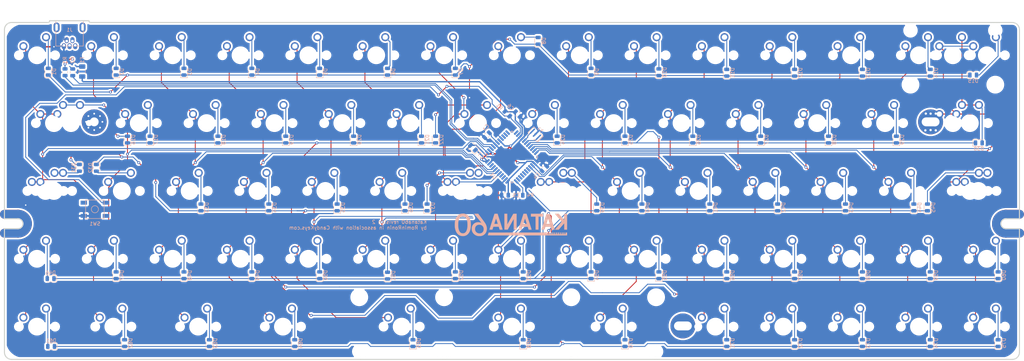
<source format=kicad_pcb>
(kicad_pcb (version 20171130) (host pcbnew "(5.1.2-1)-1")
  (layers (0 F.Cu signal) (31 B.Cu signal) (34 B.Paste user) (35 F.Paste user) (36 B.SilkS user) (37 F.SilkS user) (38 B.Mask user) (39 F.Mask user) (44 Edge.Cuts user))
  (net 0 "")
  (net 1 GND)
  (net 2 "Net-(C3-Pad1)")
  (net 3 +5V)
  (net 4 "Net-(D1-Pad2)")
  (net 5 ROW0)
  (net 6 "Net-(D2-Pad2)")
  (net 7 "Net-(D3-Pad2)")
  (net 8 "Net-(D4-Pad2)")
  (net 9 VCC)
  (net 10 D-)
  (net 11 D+)
  (net 12 "Net-(J1-Pad4)")
  (net 13 COL0)
  (net 14 COL1)
  (net 15 "Net-(R1-Pad1)")
  (net 16 "Net-(R2-Pad1)")
  (net 17 "Net-(R3-Pad1)")
  (net 18 "Net-(R4-Pad2)")
  (net 19 COL2)
  (net 20 COL3)
  (net 21 "Net-(D5-Pad2)")
  (net 22 COL4)
  (net 23 "Net-(D6-Pad2)")
  (net 24 COL5)
  (net 25 "Net-(D7-Pad2)")
  (net 26 "Net-(D8-Pad2)")
  (net 27 COL7)
  (net 28 "Net-(D9-Pad2)")
  (net 29 "Net-(D10-Pad2)")
  (net 30 COL9)
  (net 31 "Net-(D11-Pad2)")
  (net 32 COL10)
  (net 33 "Net-(D12-Pad2)")
  (net 34 COL11)
  (net 35 "Net-(D13-Pad2)")
  (net 36 COL12)
  (net 37 "Net-(D14-Pad2)")
  (net 38 COL13)
  (net 39 "Net-(D15-Pad2)")
  (net 40 COL14)
  (net 41 "Net-(D16-Pad2)")
  (net 42 "Net-(D17-Pad2)")
  (net 43 "Net-(D18-Pad2)")
  (net 44 "Net-(D19-Pad2)")
  (net 45 "Net-(D20-Pad2)")
  (net 46 "Net-(D21-Pad2)")
  (net 47 "Net-(D22-Pad2)")
  (net 48 "Net-(D24-Pad2)")
  (net 49 "Net-(D25-Pad2)")
  (net 50 "Net-(D26-Pad2)")
  (net 51 "Net-(D27-Pad2)")
  (net 52 "Net-(D28-Pad2)")
  (net 53 "Net-(D29-Pad2)")
  (net 54 "Net-(D30-Pad2)")
  (net 55 "Net-(D31-Pad2)")
  (net 56 "Net-(D32-Pad2)")
  (net 57 "Net-(D33-Pad2)")
  (net 58 "Net-(D34-Pad2)")
  (net 59 "Net-(D35-Pad2)")
  (net 60 "Net-(D36-Pad2)")
  (net 61 "Net-(D37-Pad2)")
  (net 62 "Net-(D39-Pad2)")
  (net 63 "Net-(D40-Pad2)")
  (net 64 "Net-(D41-Pad2)")
  (net 65 "Net-(D42-Pad2)")
  (net 66 "Net-(D43-Pad2)")
  (net 67 "Net-(D44-Pad2)")
  (net 68 "Net-(D45-Pad2)")
  (net 69 "Net-(D46-Pad2)")
  (net 70 "Net-(D47-Pad2)")
  (net 71 "Net-(D48-Pad2)")
  (net 72 "Net-(D49-Pad2)")
  (net 73 "Net-(D50-Pad2)")
  (net 74 "Net-(D51-Pad2)")
  (net 75 "Net-(D52-Pad2)")
  (net 76 "Net-(D53-Pad2)")
  (net 77 "Net-(D54-Pad2)")
  (net 78 "Net-(D55-Pad2)")
  (net 79 "Net-(D56-Pad2)")
  (net 80 "Net-(D57-Pad2)")
  (net 81 "Net-(D58-Pad2)")
  (net 82 "Net-(D59-Pad2)")
  (net 83 "Net-(D60-Pad2)")
  (net 84 "Net-(D61-Pad2)")
  (net 85 "Net-(D62-Pad2)")
  (net 86 "Net-(D63-Pad2)")
  (net 87 "Net-(D64-Pad2)")
  (net 88 "Net-(D65-Pad2)")
  (net 89 "Net-(D68-Pad2)")
  (net 90 "Net-(D70-Pad2)")
  (net 91 "Net-(D71-Pad2)")
  (net 92 "Net-(D72-Pad2)")
  (net 93 "Net-(D73-Pad2)")
  (net 94 "Net-(D74-Pad2)")
  (net 95 "Net-(D75-Pad2)")
  (net 96 ROW1)
  (net 97 ROW2)
  (net 98 ROW4)
  (net 99 "Net-(J1-Pad6)")
  (net 100 "Net-(U1-Pad42)")
  (net 101 ROW3)
  (net 102 COL6)
  (net 103 COL8)
  (net 104 "Net-(U1-Pad27)")
  (net 105 "Net-(U1-Pad32)")
  (net 106 "Net-(U1-Pad10)")
  (net 107 "Net-(U1-Pad9)")
  (net 108 "Net-(U1-Pad11)")
  (net 109 "Net-(U1-Pad16)")
  (net 110 "Net-(U1-Pad17)")
  (module Crystal:Resonator_SMD_muRata_CSTxExxV-3Pin_3.0x1.1mm (layer B.Cu) (at 212.979 71.374 135)
    (fp_text reference Y1 (at 0 2 135) (layer B.SilkS) (effects (justify mirror)))
    (fp_text value Resonator_Small)
    (pad 1 smd rect (at -1.2 0 135) (size 0.4 1.9) (layers B.Cu B.Paste B.Mask) (net 110 "Net-(U1-Pad17)"))
    (pad 2 smd rect (at 0 0 135) (size 0.4 1.9) (layers B.Cu B.Paste B.Mask) (net 1 GND))
    (pad 3 smd rect (at 1.2 0 135) (size 0.4 1.9) (layers B.Cu B.Paste B.Mask) (net 109 "Net-(U1-Pad16)"))
  )
  (module random-keyboard-parts:60_Outline-Modded-Extreme-Katana60 (layer F.Cu) (at 206.3875 87.3125)
    (fp_text reference REF** hide)
    (fp_text value 60_Outline hide)
    (fp_line (start -140.5 -47.3) (end -130.3 -47.3) (layer Edge.Cuts) (width 0.3))
    (fp_arc (start -118.3 -47.8) (end -118.3 -47.3) (angle 90) (layer Edge.Cuts) (width 0.3))
    (fp_arc (start -130.3 -47.8) (end -129.8 -47.8) (angle 90) (layer Edge.Cuts) (width 0.3))
    (fp_line (start -129.8 -47.8) (end -118.8 -47.8) (layer Edge.Cuts) (width 0.3))
    (fp_line (start 138.7 11.85095) (end 142.55 11.85095) (layer B.Cu) (width 2.5019))
    (fp_line (start 138.7 6.54905) (end 142.5 6.54905) (layer F.Cu) (width 2.5019))
    (fp_arc (start 138.7 9.2) (end 136.04905 9.2) (angle -90) (layer F.Cu) (width 2.5019))
    (fp_arc (start 138.7 9.2) (end 138.7 6.54905) (angle -90) (layer F.Cu) (width 2.5019))
    (fp_line (start 138.7 6.54905) (end 142.5 6.54905) (layer B.Cu) (width 2.5019))
    (fp_line (start 138.7 11.85095) (end 142.55 11.85095) (layer F.Cu) (width 2.5019))
    (fp_arc (start 138.7 9.2) (end 136.04905 9.2) (angle -90) (layer B.Cu) (width 2.5019))
    (fp_arc (start 138.7 9.2) (end 138.7 6.54905) (angle -90) (layer B.Cu) (width 2.5019))
    (fp_arc (start -138.7 9.2) (end -138.7 6.54905) (angle 90) (layer B.Cu) (width 2.5019))
    (fp_arc (start -138.7 9.2) (end -136.04905 9.2) (angle 90) (layer B.Cu) (width 2.5019))
    (fp_line (start -142.5 11.85095) (end -138.7 11.85095) (layer F.Cu) (width 2.5019))
    (fp_line (start -142.5 11.85095) (end -138.7 11.85095) (layer B.Cu) (width 2.5019))
    (fp_arc (start -138.7 9.2) (end -138.7 6.54905) (angle 90) (layer F.Cu) (width 2.5019))
    (fp_arc (start -138.7 9.2) (end -136.04905 9.2) (angle 90) (layer F.Cu) (width 2.5019))
    (fp_arc (start -138.7 9.2) (end -137.3 9.2) (angle 90) (layer Edge.Cuts) (width 0.3))
    (fp_line (start -142.5 6.54905) (end -138.7 6.54905) (layer B.Cu) (width 2.5019))
    (fp_line (start -142.5 6.54905) (end -138.7 6.54905) (layer F.Cu) (width 2.5019))
    (fp_line (start 138.7 7.8) (end 142.5 7.8) (layer Edge.Cuts) (width 0.3))
    (fp_line (start 138.7 10.6) (end 142.5 10.6) (layer Edge.Cuts) (width 0.3))
    (fp_line (start 142.5 7.8) (end 142.5 -45.3) (layer Edge.Cuts) (width 0.3))
    (fp_line (start 142.5 10.6) (end 142.5 45.3) (layer Edge.Cuts) (width 0.3))
    (fp_arc (start 138.7 9.2) (end 137.3 9.2) (angle -90) (layer Edge.Cuts) (width 0.3))
    (fp_arc (start 138.7 9.2) (end 138.7 7.8) (angle -90) (layer Edge.Cuts) (width 0.3))
    (fp_line (start -142.5 7.8) (end -142.5 -45.3) (layer Edge.Cuts) (width 0.3))
    (fp_line (start -138.7 7.8) (end -142.5 7.8) (layer Edge.Cuts) (width 0.3))
    (fp_arc (start -138.7 9.2) (end -138.7 7.8) (angle 90) (layer Edge.Cuts) (width 0.3))
    (fp_line (start -142.5 10.6) (end -138.7 10.6) (layer Edge.Cuts) (width 0.3))
    (fp_line (start -142.5 45.3) (end -142.5 10.6) (layer Edge.Cuts) (width 0.3))
    (fp_arc (start 140.5 -45.3) (end 140.5 -47.3) (angle 90) (layer Edge.Cuts) (width 0.3))
    (fp_arc (start 140.5 45.3) (end 142.5 45.3) (angle 90) (layer Edge.Cuts) (width 0.3))
    (fp_arc (start -140.5 45.3) (end -140.5 47.3) (angle 90) (layer Edge.Cuts) (width 0.3))
    (fp_arc (start -140.5 -45.3) (end -142.5 -45.3) (angle 90) (layer Edge.Cuts) (width 0.3))
    (fp_line (start 140.5 -47.3) (end -118.3 -47.3) (layer Edge.Cuts) (width 0.3))
    (fp_line (start -140.5 47.3) (end 140.5 47.3) (layer Edge.Cuts) (width 0.3))
    (pad 1 thru_hole circle (at -117.3 -19.4) (size 7.0013 7.0013) (drill 2.4994) (layers *.Cu *.Mask))
    (pad 1 thru_hole circle (at 48 37.9) (size 7.00024 7.00024) (drill oval 5.00126 2.49936) (layers *.Cu *.Mask))
    (pad 1 thru_hole circle (at 117.55 -19.4) (size 7.00024 7.00024) (drill oval 5.00126 2.49936) (layers *.Cu *.Mask))
    (pad 1 thru_hole circle (at -117.3 -21.7) (size 1 1) (drill 0.5) (layers *.Cu *.Mask))
    (pad 1 thru_hole circle (at -119.6 -19.4) (size 1 1) (drill 0.5) (layers *.Cu *.Mask))
    (pad 1 thru_hole circle (at -115 -19.4) (size 1 1) (drill 0.5) (layers *.Cu *.Mask))
    (pad 1 thru_hole circle (at -117.3 -17.1) (size 1 1) (drill 0.5) (layers *.Cu *.Mask))
    (pad 1 thru_hole circle (at -118.926346 -21.026346) (size 1 1) (drill 0.5) (layers *.Cu *.Mask))
    (pad 1 thru_hole circle (at -115.673654 -21.026346) (size 1 1) (drill 0.5) (layers *.Cu *.Mask))
    (pad 1 thru_hole circle (at -118.926346 -17.773654) (size 1 1) (drill 0.5) (layers *.Cu *.Mask))
    (pad 1 thru_hole circle (at -115.673654 -17.773654) (size 1 1) (drill 0.5) (layers *.Cu *.Mask))
    (pad 1 thru_hole circle (at 117.55 -21.7) (size 1 1) (drill 0.65) (layers *.Cu *.Mask))
    (pad 1 thru_hole circle (at 117.55 -17.1) (size 1 1) (drill 0.65) (layers *.Cu *.Mask))
    (pad 3 thru_hole circle (at 118.999 -17.018) (size 1 1) (drill 0.65) (layers *.Cu *.Mask))
    (pad 4 thru_hole circle (at 116.078 -17.018) (size 1 1) (drill 0.65) (layers *.Cu *.Mask))
    (pad 5 thru_hole circle (at 116.205 -21.717) (size 1 1) (drill 0.65) (layers *.Cu *.Mask))
    (pad 6 thru_hole circle (at 118.999 -21.717) (size 1 1) (drill 0.65) (layers *.Cu *.Mask))
  )
  (module bitmaps:katana60_logo (layer B.Cu) (at 206.375 96.8375 180)
    (fp_text reference G*** hide)
    (fp_text value LOGO hide)
  )
  (module MX_Alps_Hybrid:MXOnly-1U-NoLED (layer F.Cu) (at 96.8375 87.3125)
    (fp_text reference MX32)
    (fp_text value A)
    (pad 2 thru_hole circle (at 2.54 -5.08) (size 2.25 2.25) (drill 1.47) (layers *.Cu B.Mask) (net 56 "Net-(D32-Pad2)"))
    (pad "" np_thru_hole circle (at 0 0) (size 3.9878 3.9878) (drill 3.9878) (layers *.Cu *.Mask))
    (pad 1 thru_hole circle (at -3.81 -2.54) (size 2.25 2.25) (drill 1.47) (layers *.Cu B.Mask) (net 14 COL1))
    (pad "" np_thru_hole circle (at -5.08 0 48.0996) (size 1.75 1.75) (drill 1.75) (layers *.Cu *.Mask))
    (pad "" np_thru_hole circle (at 5.08 0 48.0996) (size 1.75 1.75) (drill 1.75) (layers *.Cu *.Mask))
  )
  (module MX_Alps_Hybrid:MXOnly-1U-NoLED (layer F.Cu) (at 115.8875 87.3125)
    (fp_text reference MX33)
    (fp_text value S)
    (pad 2 thru_hole circle (at 2.54 -5.08) (size 2.25 2.25) (drill 1.47) (layers *.Cu B.Mask) (net 57 "Net-(D33-Pad2)"))
    (pad "" np_thru_hole circle (at 0 0) (size 3.9878 3.9878) (drill 3.9878) (layers *.Cu *.Mask))
    (pad 1 thru_hole circle (at -3.81 -2.54) (size 2.25 2.25) (drill 1.47) (layers *.Cu B.Mask) (net 19 COL2))
    (pad "" np_thru_hole circle (at -5.08 0 48.0996) (size 1.75 1.75) (drill 1.75) (layers *.Cu *.Mask))
    (pad "" np_thru_hole circle (at 5.08 0 48.0996) (size 1.75 1.75) (drill 1.75) (layers *.Cu *.Mask))
  )
  (module MX_Alps_Hybrid:MXOnly-1U-NoLED (layer F.Cu) (at 273.05 68.2625)
    (fp_text reference MX27)
    (fp_text value I)
    (pad 2 thru_hole circle (at 2.54 -5.08) (size 2.25 2.25) (drill 1.47) (layers *.Cu B.Mask) (net 51 "Net-(D27-Pad2)"))
    (pad "" np_thru_hole circle (at 0 0) (size 3.9878 3.9878) (drill 3.9878) (layers *.Cu *.Mask))
    (pad 1 thru_hole circle (at -3.81 -2.54) (size 2.25 2.25) (drill 1.47) (layers *.Cu B.Mask) (net 34 COL11))
    (pad "" np_thru_hole circle (at -5.08 0 48.0996) (size 1.75 1.75) (drill 1.75) (layers *.Cu *.Mask))
    (pad "" np_thru_hole circle (at 5.08 0 48.0996) (size 1.75 1.75) (drill 1.75) (layers *.Cu *.Mask))
  )
  (module Diode_SMD:D_0805_2012Metric (layer B.Cu) (at 195.425087 75.156087 135)
    (fp_text reference C7 (at -3.0965 0 315) (layer B.SilkS) (effects (justify mirror)))
    (fp_text value 10uF)
    (pad 1 smd roundrect (at -0.9375 0 135) (size 0.975 1.4) (layers B.Cu B.Paste B.Mask) (net 3 +5V))
    (pad 2 smd roundrect (at 0.9375 0 135) (size 0.975 1.4) (layers B.Cu B.Paste B.Mask) (net 1 GND))
  )
  (module Diode_SMD:D_0805_2012Metric (layer B.Cu) (at 76.2 53.83125 90)
    (fp_text reference D1 (at 0 1.65 270) (layer B.SilkS) (effects (justify mirror)))
    (fp_text value D_Small)
    (pad 1 smd roundrect (at -0.9375 0 90) (size 0.975 1.4) (layers B.Cu B.Paste B.Mask) (net 5 ROW0))
    (pad 2 smd roundrect (at 0.9375 0 90) (size 0.975 1.4) (layers B.Cu B.Paste B.Mask) (net 4 "Net-(D1-Pad2)"))
  )
  (module Diode_SMD:D_0805_2012Metric (layer B.Cu) (at 95.25 53.83125 90)
    (fp_text reference D2 (at 0 1.65 270) (layer B.SilkS) (effects (justify mirror)))
    (fp_text value D_Small)
    (pad 1 smd roundrect (at -0.9375 0 90) (size 0.975 1.4) (layers B.Cu B.Paste B.Mask) (net 5 ROW0))
    (pad 2 smd roundrect (at 0.9375 0 90) (size 0.975 1.4) (layers B.Cu B.Paste B.Mask) (net 6 "Net-(D2-Pad2)"))
  )
  (module Diode_SMD:D_0805_2012Metric (layer B.Cu) (at 114.3 53.83125 90)
    (fp_text reference D3 (at 0 1.65 270) (layer B.SilkS) (effects (justify mirror)))
    (fp_text value D_Small)
    (pad 1 smd roundrect (at -0.9375 0 90) (size 0.975 1.4) (layers B.Cu B.Paste B.Mask) (net 5 ROW0))
    (pad 2 smd roundrect (at 0.9375 0 90) (size 0.975 1.4) (layers B.Cu B.Paste B.Mask) (net 7 "Net-(D3-Pad2)"))
  )
  (module Diode_SMD:D_0805_2012Metric (layer B.Cu) (at 133.35 53.83125 90)
    (fp_text reference D4 (at 0 1.65 270) (layer B.SilkS) (effects (justify mirror)))
    (fp_text value D_Small)
    (pad 1 smd roundrect (at -0.9375 0 90) (size 0.975 1.4) (layers B.Cu B.Paste B.Mask) (net 5 ROW0))
    (pad 2 smd roundrect (at 0.9375 0 90) (size 0.975 1.4) (layers B.Cu B.Paste B.Mask) (net 8 "Net-(D4-Pad2)"))
  )
  (module Diode_SMD:D_0805_2012Metric (layer B.Cu) (at 152.4 53.83125 90)
    (fp_text reference D5 (at 0 1.65 270) (layer B.SilkS) (effects (justify mirror)))
    (fp_text value D_Small)
    (pad 1 smd roundrect (at -0.9375 0 90) (size 0.975 1.4) (layers B.Cu B.Paste B.Mask) (net 5 ROW0))
    (pad 2 smd roundrect (at 0.9375 0 90) (size 0.975 1.4) (layers B.Cu B.Paste B.Mask) (net 21 "Net-(D5-Pad2)"))
  )
  (module Diode_SMD:D_0805_2012Metric (layer B.Cu) (at 171.45 53.83125 90)
    (fp_text reference D6 (at 0 1.65 270) (layer B.SilkS) (effects (justify mirror)))
    (fp_text value D_Small)
    (pad 1 smd roundrect (at -0.9375 0 90) (size 0.975 1.4) (layers B.Cu B.Paste B.Mask) (net 5 ROW0))
    (pad 2 smd roundrect (at 0.9375 0 90) (size 0.975 1.4) (layers B.Cu B.Paste B.Mask) (net 23 "Net-(D6-Pad2)"))
  )
  (module Diode_SMD:D_0805_2012Metric (layer B.Cu) (at 190.5 53.83125 90)
    (fp_text reference D7 (at 0 1.65 270) (layer B.SilkS) (effects (justify mirror)))
    (fp_text value D_Small)
    (pad 1 smd roundrect (at -0.9375 0 90) (size 0.975 1.4) (layers B.Cu B.Paste B.Mask) (net 5 ROW0))
    (pad 2 smd roundrect (at 0.9375 0 90) (size 0.975 1.4) (layers B.Cu B.Paste B.Mask) (net 25 "Net-(D7-Pad2)"))
  )
  (module Diode_SMD:D_0805_2012Metric (layer B.Cu) (at 213.741 45.1635 90)
    (fp_text reference D8 (at 0 1.65 270) (layer B.SilkS) (effects (justify mirror)))
    (fp_text value D_Small)
    (pad 2 smd roundrect (at 0.9375 0 90) (size 0.975 1.4) (layers B.Cu B.Paste B.Mask) (net 26 "Net-(D8-Pad2)"))
    (pad 1 smd roundrect (at -0.9375 0 90) (size 0.975 1.4) (layers B.Cu B.Paste B.Mask) (net 5 ROW0))
  )
  (module Diode_SMD:D_0805_2012Metric (layer B.Cu) (at 228.6 53.83125 90)
    (fp_text reference D9 (at 0 1.65 270) (layer B.SilkS) (effects (justify mirror)))
    (fp_text value D_Small)
    (pad 1 smd roundrect (at -0.9375 0 90) (size 0.975 1.4) (layers B.Cu B.Paste B.Mask) (net 5 ROW0))
    (pad 2 smd roundrect (at 0.9375 0 90) (size 0.975 1.4) (layers B.Cu B.Paste B.Mask) (net 28 "Net-(D9-Pad2)"))
  )
  (module Diode_SMD:D_0805_2012Metric (layer B.Cu) (at 247.65 53.975 90)
    (fp_text reference D10 (at 0 1.65 270) (layer B.SilkS) (effects (justify mirror)))
    (fp_text value D_Small)
    (pad 2 smd roundrect (at 0.9375 0 90) (size 0.975 1.4) (layers B.Cu B.Paste B.Mask) (net 29 "Net-(D10-Pad2)"))
    (pad 1 smd roundrect (at -0.9375 0 90) (size 0.975 1.4) (layers B.Cu B.Paste B.Mask) (net 5 ROW0))
  )
  (module Diode_SMD:D_0805_2012Metric (layer B.Cu) (at 266.7 54.11875 90)
    (fp_text reference D11 (at 0 1.65 270) (layer B.SilkS) (effects (justify mirror)))
    (fp_text value D_Small)
    (pad 2 smd roundrect (at 0.9375 0 90) (size 0.975 1.4) (layers B.Cu B.Paste B.Mask) (net 31 "Net-(D11-Pad2)"))
    (pad 1 smd roundrect (at -0.9375 0 90) (size 0.975 1.4) (layers B.Cu B.Paste B.Mask) (net 5 ROW0))
  )
  (module Diode_SMD:D_0805_2012Metric (layer B.Cu) (at 285.75 54.11875 90)
    (fp_text reference D12 (at 0 1.65 270) (layer B.SilkS) (effects (justify mirror)))
    (fp_text value D_Small)
    (pad 2 smd roundrect (at 0.9375 0 90) (size 0.975 1.4) (layers B.Cu B.Paste B.Mask) (net 33 "Net-(D12-Pad2)"))
    (pad 1 smd roundrect (at -0.9375 0 90) (size 0.975 1.4) (layers B.Cu B.Paste B.Mask) (net 5 ROW0))
  )
  (module Diode_SMD:D_0805_2012Metric (layer B.Cu) (at 304.8 54.11875 90)
    (fp_text reference D13 (at 0 1.65 270) (layer B.SilkS) (effects (justify mirror)))
    (fp_text value D_Small)
    (pad 2 smd roundrect (at 0.9375 0 90) (size 0.975 1.4) (layers B.Cu B.Paste B.Mask) (net 35 "Net-(D13-Pad2)"))
    (pad 1 smd roundrect (at -0.9375 0 90) (size 0.975 1.4) (layers B.Cu B.Paste B.Mask) (net 5 ROW0))
  )
  (module Diode_SMD:D_0805_2012Metric (layer B.Cu) (at 323.85 54.11875 90)
    (fp_text reference D14 (at 0 1.65 270) (layer B.SilkS) (effects (justify mirror)))
    (fp_text value D_Small)
    (pad 2 smd roundrect (at 0.9375 0 90) (size 0.975 1.4) (layers B.Cu B.Paste B.Mask) (net 37 "Net-(D14-Pad2)"))
    (pad 1 smd roundrect (at -0.9375 0 90) (size 0.975 1.4) (layers B.Cu B.Paste B.Mask) (net 5 ROW0))
  )
  (module Diode_SMD:D_0805_2012Metric (layer B.Cu) (at 335.9 54.76875)
    (fp_text reference D15 (at 0 1.65 180) (layer B.SilkS) (effects (justify mirror)))
    (fp_text value D_Small)
    (pad 1 smd roundrect (at -0.9375 0) (size 0.975 1.4) (layers B.Cu B.Paste B.Mask) (net 5 ROW0))
    (pad 2 smd roundrect (at 0.9375 0) (size 0.975 1.4) (layers B.Cu B.Paste B.Mask) (net 39 "Net-(D15-Pad2)"))
  )
  (module Diode_SMD:D_0805_2012Metric (layer B.Cu) (at 98.425 72.88125 90)
    (fp_text reference D16 (at 0 1.65 270) (layer B.SilkS) (effects (justify mirror)))
    (fp_text value D_Small)
    (pad 1 smd roundrect (at -0.9375 0 90) (size 0.975 1.4) (layers B.Cu B.Paste B.Mask) (net 96 ROW1))
    (pad 2 smd roundrect (at 0.9375 0 90) (size 0.975 1.4) (layers B.Cu B.Paste B.Mask) (net 41 "Net-(D16-Pad2)"))
  )
  (module Diode_SMD:D_0805_2012Metric (layer B.Cu) (at 104.775 72.88125 90)
    (fp_text reference D17 (at 0 1.65 270) (layer B.SilkS) (effects (justify mirror)))
    (fp_text value D_Small)
    (pad 1 smd roundrect (at -0.9375 0 90) (size 0.975 1.4) (layers B.Cu B.Paste B.Mask) (net 96 ROW1))
    (pad 2 smd roundrect (at 0.9375 0 90) (size 0.975 1.4) (layers B.Cu B.Paste B.Mask) (net 42 "Net-(D17-Pad2)"))
  )
  (module Diode_SMD:D_0805_2012Metric (layer B.Cu) (at 123.825 72.88125 90)
    (fp_text reference D18 (at 0 1.65 270) (layer B.SilkS) (effects (justify mirror)))
    (fp_text value D_Small)
    (pad 1 smd roundrect (at -0.9375 0 90) (size 0.975 1.4) (layers B.Cu B.Paste B.Mask) (net 96 ROW1))
    (pad 2 smd roundrect (at 0.9375 0 90) (size 0.975 1.4) (layers B.Cu B.Paste B.Mask) (net 43 "Net-(D18-Pad2)"))
  )
  (module Diode_SMD:D_0805_2012Metric (layer B.Cu) (at 142.875 72.88125 90)
    (fp_text reference D19 (at 0 1.65 270) (layer B.SilkS) (effects (justify mirror)))
    (fp_text value D_Small)
    (pad 1 smd roundrect (at -0.9375 0 90) (size 0.975 1.4) (layers B.Cu B.Paste B.Mask) (net 96 ROW1))
    (pad 2 smd roundrect (at 0.9375 0 90) (size 0.975 1.4) (layers B.Cu B.Paste B.Mask) (net 44 "Net-(D19-Pad2)"))
  )
  (module Diode_SMD:D_0805_2012Metric (layer B.Cu) (at 161.925 72.88125 90)
    (fp_text reference D20 (at 0 1.65 270) (layer B.SilkS) (effects (justify mirror)))
    (fp_text value D_Small)
    (pad 1 smd roundrect (at -0.9375 0 90) (size 0.975 1.4) (layers B.Cu B.Paste B.Mask) (net 96 ROW1))
    (pad 2 smd roundrect (at 0.9375 0 90) (size 0.975 1.4) (layers B.Cu B.Paste B.Mask) (net 45 "Net-(D20-Pad2)"))
  )
  (module Diode_SMD:D_0805_2012Metric (layer B.Cu) (at 180.975 72.88125 90)
    (fp_text reference D21 (at 0 1.65 270) (layer B.SilkS) (effects (justify mirror)))
    (fp_text value D_Small)
    (pad 2 smd roundrect (at 0.9375 0 90) (size 0.975 1.4) (layers B.Cu B.Paste B.Mask) (net 46 "Net-(D21-Pad2)"))
    (pad 1 smd roundrect (at -0.9375 0 90) (size 0.975 1.4) (layers B.Cu B.Paste B.Mask) (net 96 ROW1))
  )
  (module Diode_SMD:D_0805_2012Metric (layer B.Cu) (at 184.94375 72.88125 90)
    (fp_text reference D22 (at 0 1.65 270) (layer B.SilkS) (effects (justify mirror)))
    (fp_text value D_Small)
    (pad 1 smd roundrect (at -0.9375 0 90) (size 0.975 1.4) (layers B.Cu B.Paste B.Mask) (net 96 ROW1))
    (pad 2 smd roundrect (at 0.9375 0 90) (size 0.975 1.4) (layers B.Cu B.Paste B.Mask) (net 47 "Net-(D22-Pad2)"))
  )
  (module Diode_SMD:D_0805_2012Metric (layer B.Cu) (at 219.075 72.88125 90)
    (fp_text reference D24 (at 0 1.65 270) (layer B.SilkS) (effects (justify mirror)))
    (fp_text value D_Small)
    (pad 2 smd roundrect (at 0.9375 0 90) (size 0.975 1.4) (layers B.Cu B.Paste B.Mask) (net 48 "Net-(D24-Pad2)"))
    (pad 1 smd roundrect (at -0.9375 0 90) (size 0.975 1.4) (layers B.Cu B.Paste B.Mask) (net 96 ROW1))
  )
  (module Diode_SMD:D_0805_2012Metric (layer B.Cu) (at 238.125 72.88125 90)
    (fp_text reference D25 (at 0 1.65 270) (layer B.SilkS) (effects (justify mirror)))
    (fp_text value D_Small)
    (pad 2 smd roundrect (at 0.9375 0 90) (size 0.975 1.4) (layers B.Cu B.Paste B.Mask) (net 49 "Net-(D25-Pad2)"))
    (pad 1 smd roundrect (at -0.9375 0 90) (size 0.975 1.4) (layers B.Cu B.Paste B.Mask) (net 96 ROW1))
  )
  (module Diode_SMD:D_0805_2012Metric (layer B.Cu) (at 257.175 72.88125 90)
    (fp_text reference D26 (at 0 1.65 270) (layer B.SilkS) (effects (justify mirror)))
    (fp_text value D_Small)
    (pad 2 smd roundrect (at 0.9375 0 90) (size 0.975 1.4) (layers B.Cu B.Paste B.Mask) (net 50 "Net-(D26-Pad2)"))
    (pad 1 smd roundrect (at -0.9375 0 90) (size 0.975 1.4) (layers B.Cu B.Paste B.Mask) (net 96 ROW1))
  )
  (module Diode_SMD:D_0805_2012Metric (layer B.Cu) (at 276.225 72.88125 90)
    (fp_text reference D27 (at 0 1.65 270) (layer B.SilkS) (effects (justify mirror)))
    (fp_text value D_Small)
    (pad 2 smd roundrect (at 0.9375 0 90) (size 0.975 1.4) (layers B.Cu B.Paste B.Mask) (net 51 "Net-(D27-Pad2)"))
    (pad 1 smd roundrect (at -0.9375 0 90) (size 0.975 1.4) (layers B.Cu B.Paste B.Mask) (net 96 ROW1))
  )
  (module Diode_SMD:D_0805_2012Metric (layer B.Cu) (at 295.275 72.88125 90)
    (fp_text reference D28 (at 0 1.65 270) (layer B.SilkS) (effects (justify mirror)))
    (fp_text value D_Small)
    (pad 2 smd roundrect (at 0.9375 0 90) (size 0.975 1.4) (layers B.Cu B.Paste B.Mask) (net 52 "Net-(D28-Pad2)"))
    (pad 1 smd roundrect (at -0.9375 0 90) (size 0.975 1.4) (layers B.Cu B.Paste B.Mask) (net 96 ROW1))
  )
  (module Diode_SMD:D_0805_2012Metric (layer B.Cu) (at 314.325 72.88125 90)
    (fp_text reference D29 (at 0 1.65 270) (layer B.SilkS) (effects (justify mirror)))
    (fp_text value D_Small)
    (pad 2 smd roundrect (at 0.9375 0 90) (size 0.975 1.4) (layers B.Cu B.Paste B.Mask) (net 53 "Net-(D29-Pad2)"))
    (pad 1 smd roundrect (at -0.9375 0 90) (size 0.975 1.4) (layers B.Cu B.Paste B.Mask) (net 96 ROW1))
  )
  (module Diode_SMD:D_0805_2012Metric (layer B.Cu) (at 337.4875 73.81875)
    (fp_text reference D30 (at 0 1.65 180) (layer B.SilkS) (effects (justify mirror)))
    (fp_text value D_Small)
    (pad 2 smd roundrect (at 0.9375 0) (size 0.975 1.4) (layers B.Cu B.Paste B.Mask) (net 54 "Net-(D30-Pad2)"))
    (pad 1 smd roundrect (at -0.9375 0) (size 0.975 1.4) (layers B.Cu B.Paste B.Mask) (net 96 ROW1))
  )
  (module Diode_SMD:D_0805_2012Metric (layer B.Cu) (at 84.93125 80.81875 270)
    (fp_text reference D31 (at 0 1.65 270) (layer B.SilkS) (effects (justify mirror)))
    (fp_text value D_Small)
    (pad 1 smd roundrect (at -0.9375 0 270) (size 0.975 1.4) (layers B.Cu B.Paste B.Mask) (net 97 ROW2))
    (pad 2 smd roundrect (at 0.9375 0 270) (size 0.975 1.4) (layers B.Cu B.Paste B.Mask) (net 55 "Net-(D31-Pad2)"))
  )
  (module Diode_SMD:D_0805_2012Metric (layer B.Cu) (at 89.69375 80.81875 270)
    (fp_text reference D32 (at 0 1.65 270) (layer B.SilkS) (effects (justify mirror)))
    (fp_text value D_Small)
    (pad 1 smd roundrect (at -0.9375 0 270) (size 0.975 1.4) (layers B.Cu B.Paste B.Mask) (net 97 ROW2))
    (pad 2 smd roundrect (at 0.9375 0 270) (size 0.975 1.4) (layers B.Cu B.Paste B.Mask) (net 56 "Net-(D32-Pad2)"))
  )
  (module Diode_SMD:D_0805_2012Metric (layer B.Cu) (at 119.0625 91.93125 90)
    (fp_text reference D33 (at 0 1.65 270) (layer B.SilkS) (effects (justify mirror)))
    (fp_text value D_Small)
    (pad 1 smd roundrect (at -0.9375 0 90) (size 0.975 1.4) (layers B.Cu B.Paste B.Mask) (net 97 ROW2))
    (pad 2 smd roundrect (at 0.9375 0 90) (size 0.975 1.4) (layers B.Cu B.Paste B.Mask) (net 57 "Net-(D33-Pad2)"))
  )
  (module Diode_SMD:D_0805_2012Metric (layer B.Cu) (at 138.1125 91.93125 90)
    (fp_text reference D34 (at 0 1.65 270) (layer B.SilkS) (effects (justify mirror)))
    (fp_text value D_Small)
    (pad 1 smd roundrect (at -0.9375 0 90) (size 0.975 1.4) (layers B.Cu B.Paste B.Mask) (net 97 ROW2))
    (pad 2 smd roundrect (at 0.9375 0 90) (size 0.975 1.4) (layers B.Cu B.Paste B.Mask) (net 58 "Net-(D34-Pad2)"))
  )
  (module Diode_SMD:D_0805_2012Metric (layer B.Cu) (at 157.30625 91.93125 90)
    (fp_text reference D35 (at 0 1.65 270) (layer B.SilkS) (effects (justify mirror)))
    (fp_text value D_Small)
    (pad 1 smd roundrect (at -0.9375 0 90) (size 0.975 1.4) (layers B.Cu B.Paste B.Mask) (net 97 ROW2))
    (pad 2 smd roundrect (at 0.9375 0 90) (size 0.975 1.4) (layers B.Cu B.Paste B.Mask) (net 59 "Net-(D35-Pad2)"))
  )
  (module Diode_SMD:D_0805_2012Metric (layer B.Cu) (at 176.35625 91.93125 90)
    (fp_text reference D36 (at 0 1.65 270) (layer B.SilkS) (effects (justify mirror)))
    (fp_text value D_Small)
    (pad 1 smd roundrect (at -0.9375 0 90) (size 0.975 1.4) (layers B.Cu B.Paste B.Mask) (net 97 ROW2))
    (pad 2 smd roundrect (at 0.9375 0 90) (size 0.975 1.4) (layers B.Cu B.Paste B.Mask) (net 60 "Net-(D36-Pad2)"))
  )
  (module Diode_SMD:D_0805_2012Metric (layer B.Cu) (at 182.5625 91.93125 90)
    (fp_text reference D37 (at 0 1.65 270) (layer B.SilkS) (effects (justify mirror)))
    (fp_text value D_Small)
    (pad 2 smd roundrect (at 0.9375 0 90) (size 0.975 1.4) (layers B.Cu B.Paste B.Mask) (net 61 "Net-(D37-Pad2)"))
    (pad 1 smd roundrect (at -0.9375 0 90) (size 0.975 1.4) (layers B.Cu B.Paste B.Mask) (net 97 ROW2))
  )
  (module Diode_SMD:D_0805_2012Metric (layer B.Cu) (at 230.1875 91.93125 90)
    (fp_text reference D39 (at 0 1.65 270) (layer B.SilkS) (effects (justify mirror)))
    (fp_text value D_Small)
    (pad 2 smd roundrect (at 0.9375 0 90) (size 0.975 1.4) (layers B.Cu B.Paste B.Mask) (net 62 "Net-(D39-Pad2)"))
    (pad 1 smd roundrect (at -0.9375 0 90) (size 0.975 1.4) (layers B.Cu B.Paste B.Mask) (net 97 ROW2))
  )
  (module Diode_SMD:D_0805_2012Metric (layer B.Cu) (at 242.8875 91.93125 90)
    (fp_text reference D40 (at 0 1.65 270) (layer B.SilkS) (effects (justify mirror)))
    (fp_text value D_Small)
    (pad 2 smd roundrect (at 0.9375 0 90) (size 0.975 1.4) (layers B.Cu B.Paste B.Mask) (net 63 "Net-(D40-Pad2)"))
    (pad 1 smd roundrect (at -0.9375 0 90) (size 0.975 1.4) (layers B.Cu B.Paste B.Mask) (net 97 ROW2))
  )
  (module Diode_SMD:D_0805_2012Metric (layer B.Cu) (at 261.9375 91.93125 90)
    (fp_text reference D41 (at 0 1.65 270) (layer B.SilkS) (effects (justify mirror)))
    (fp_text value D_Small)
    (pad 2 smd roundrect (at 0.9375 0 90) (size 0.975 1.4) (layers B.Cu B.Paste B.Mask) (net 64 "Net-(D41-Pad2)"))
    (pad 1 smd roundrect (at -0.9375 0 90) (size 0.975 1.4) (layers B.Cu B.Paste B.Mask) (net 97 ROW2))
  )
  (module Diode_SMD:D_0805_2012Metric (layer B.Cu) (at 280.9875 91.93125 90)
    (fp_text reference D42 (at 0 1.65 270) (layer B.SilkS) (effects (justify mirror)))
    (fp_text value D_Small)
    (pad 2 smd roundrect (at 0.9375 0 90) (size 0.975 1.4) (layers B.Cu B.Paste B.Mask) (net 65 "Net-(D42-Pad2)"))
    (pad 1 smd roundrect (at -0.9375 0 90) (size 0.975 1.4) (layers B.Cu B.Paste B.Mask) (net 97 ROW2))
  )
  (module Diode_SMD:D_0805_2012Metric (layer B.Cu) (at 300.0375 91.93125 90)
    (fp_text reference D43 (at 0 1.65 270) (layer B.SilkS) (effects (justify mirror)))
    (fp_text value D_Small)
    (pad 2 smd roundrect (at 0.9375 0 90) (size 0.975 1.4) (layers B.Cu B.Paste B.Mask) (net 66 "Net-(D43-Pad2)"))
    (pad 1 smd roundrect (at -0.9375 0 90) (size 0.975 1.4) (layers B.Cu B.Paste B.Mask) (net 97 ROW2))
  )
  (module Diode_SMD:D_0805_2012Metric (layer B.Cu) (at 319.23125 91.93125 90)
    (fp_text reference D44 (at 0 1.65 270) (layer B.SilkS) (effects (justify mirror)))
    (fp_text value D_Small)
    (pad 2 smd roundrect (at 0.9375 0 90) (size 0.975 1.4) (layers B.Cu B.Paste B.Mask) (net 67 "Net-(D44-Pad2)"))
    (pad 1 smd roundrect (at -0.9375 0 90) (size 0.975 1.4) (layers B.Cu B.Paste B.Mask) (net 97 ROW2))
  )
  (module Diode_SMD:D_0805_2012Metric (layer B.Cu) (at 323.05625 91.93125 90)
    (fp_text reference D45 (at 0 1.65 270) (layer B.SilkS) (effects (justify mirror)))
    (fp_text value D_Small)
    (pad 1 smd roundrect (at -0.9375 0 90) (size 0.975 1.4) (layers B.Cu B.Paste B.Mask) (net 97 ROW2))
    (pad 2 smd roundrect (at 0.9375 0 90) (size 0.975 1.4) (layers B.Cu B.Paste B.Mask) (net 68 "Net-(D45-Pad2)"))
  )
  (module Diode_SMD:D_0805_2012Metric (layer B.Cu) (at 76.85 111.91875 180)
    (fp_text reference D46 (at 0 1.65 180) (layer B.SilkS) (effects (justify mirror)))
    (fp_text value D_Small)
    (pad 1 smd roundrect (at -0.9375 0 180) (size 0.975 1.4) (layers B.Cu B.Paste B.Mask) (net 101 ROW3))
    (pad 2 smd roundrect (at 0.9375 0 180) (size 0.975 1.4) (layers B.Cu B.Paste B.Mask) (net 69 "Net-(D46-Pad2)"))
  )
  (module Diode_SMD:D_0805_2012Metric (layer B.Cu) (at 95.25 110.98125 90)
    (fp_text reference D47 (at 0 1.65 270) (layer B.SilkS) (effects (justify mirror)))
    (fp_text value D_Small)
    (pad 1 smd roundrect (at -0.9375 0 90) (size 0.975 1.4) (layers B.Cu B.Paste B.Mask) (net 101 ROW3))
    (pad 2 smd roundrect (at 0.9375 0 90) (size 0.975 1.4) (layers B.Cu B.Paste B.Mask) (net 70 "Net-(D47-Pad2)"))
  )
  (module Diode_SMD:D_0805_2012Metric (layer B.Cu) (at 114.3 110.98125 90)
    (fp_text reference D48 (at 0 1.65 270) (layer B.SilkS) (effects (justify mirror)))
    (fp_text value D_Small)
    (pad 1 smd roundrect (at -0.9375 0 90) (size 0.975 1.4) (layers B.Cu B.Paste B.Mask) (net 101 ROW3))
    (pad 2 smd roundrect (at 0.9375 0 90) (size 0.975 1.4) (layers B.Cu B.Paste B.Mask) (net 71 "Net-(D48-Pad2)"))
  )
  (module Diode_SMD:D_0805_2012Metric (layer B.Cu) (at 133.35 110.98125 90)
    (fp_text reference D49 (at 0 1.65 270) (layer B.SilkS) (effects (justify mirror)))
    (fp_text value D_Small)
    (pad 1 smd roundrect (at -0.9375 0 90) (size 0.975 1.4) (layers B.Cu B.Paste B.Mask) (net 101 ROW3))
    (pad 2 smd roundrect (at 0.9375 0 90) (size 0.975 1.4) (layers B.Cu B.Paste B.Mask) (net 72 "Net-(D49-Pad2)"))
  )
  (module Diode_SMD:D_0805_2012Metric (layer B.Cu) (at 152.4 110.98125 90)
    (fp_text reference D50 (at 0 1.65 270) (layer B.SilkS) (effects (justify mirror)))
    (fp_text value D_Small)
    (pad 1 smd roundrect (at -0.9375 0 90) (size 0.975 1.4) (layers B.Cu B.Paste B.Mask) (net 101 ROW3))
    (pad 2 smd roundrect (at 0.9375 0 90) (size 0.975 1.4) (layers B.Cu B.Paste B.Mask) (net 73 "Net-(D50-Pad2)"))
  )
  (module Diode_SMD:D_0805_2012Metric (layer B.Cu) (at 171.45 111.0765 90)
    (fp_text reference D51 (at 0 1.65 270) (layer B.SilkS) (effects (justify mirror)))
    (fp_text value D_Small)
    (pad 1 smd roundrect (at -0.9375 0 90) (size 0.975 1.4) (layers B.Cu B.Paste B.Mask) (net 101 ROW3))
    (pad 2 smd roundrect (at 0.9375 0 90) (size 0.975 1.4) (layers B.Cu B.Paste B.Mask) (net 74 "Net-(D51-Pad2)"))
  )
  (module Diode_SMD:D_0805_2012Metric (layer B.Cu) (at 190.5 110.98125 90)
    (fp_text reference D52 (at 0 1.65 270) (layer B.SilkS) (effects (justify mirror)))
    (fp_text value D_Small)
    (pad 1 smd roundrect (at -0.9375 0 90) (size 0.975 1.4) (layers B.Cu B.Paste B.Mask) (net 101 ROW3))
    (pad 2 smd roundrect (at 0.9375 0 90) (size 0.975 1.4) (layers B.Cu B.Paste B.Mask) (net 75 "Net-(D52-Pad2)"))
  )
  (module Diode_SMD:D_0805_2012Metric (layer B.Cu) (at 209.55 110.98125 90)
    (fp_text reference D53 (at 0 1.65 270) (layer B.SilkS) (effects (justify mirror)))
    (fp_text value D_Small)
    (pad 2 smd roundrect (at 0.9375 0 90) (size 0.975 1.4) (layers B.Cu B.Paste B.Mask) (net 76 "Net-(D53-Pad2)"))
    (pad 1 smd roundrect (at -0.9375 0 90) (size 0.975 1.4) (layers B.Cu B.Paste B.Mask) (net 101 ROW3))
  )
  (module Diode_SMD:D_0805_2012Metric (layer B.Cu) (at 228.6 110.98125 90)
    (fp_text reference D54 (at 0 1.65 270) (layer B.SilkS) (effects (justify mirror)))
    (fp_text value D_Small)
    (pad 2 smd roundrect (at 0.9375 0 90) (size 0.975 1.4) (layers B.Cu B.Paste B.Mask) (net 77 "Net-(D54-Pad2)"))
    (pad 1 smd roundrect (at -0.9375 0 90) (size 0.975 1.4) (layers B.Cu B.Paste B.Mask) (net 101 ROW3))
  )
  (module Diode_SMD:D_0805_2012Metric (layer B.Cu) (at 247.65 110.98125 90)
    (fp_text reference D55 (at 0 1.65 270) (layer B.SilkS) (effects (justify mirror)))
    (fp_text value D_Small)
    (pad 2 smd roundrect (at 0.9375 0 90) (size 0.975 1.4) (layers B.Cu B.Paste B.Mask) (net 78 "Net-(D55-Pad2)"))
    (pad 1 smd roundrect (at -0.9375 0 90) (size 0.975 1.4) (layers B.Cu B.Paste B.Mask) (net 101 ROW3))
  )
  (module Diode_SMD:D_0805_2012Metric (layer B.Cu) (at 266.7 110.98125 90)
    (fp_text reference D56 (at 0 1.65 270) (layer B.SilkS) (effects (justify mirror)))
    (fp_text value D_Small)
    (pad 2 smd roundrect (at 0.9375 0 90) (size 0.975 1.4) (layers B.Cu B.Paste B.Mask) (net 79 "Net-(D56-Pad2)"))
    (pad 1 smd roundrect (at -0.9375 0 90) (size 0.975 1.4) (layers B.Cu B.Paste B.Mask) (net 101 ROW3))
  )
  (module Diode_SMD:D_0805_2012Metric (layer B.Cu) (at 285.75 110.98125 90)
    (fp_text reference D57 (at 0 1.65 270) (layer B.SilkS) (effects (justify mirror)))
    (fp_text value D_Small)
    (pad 2 smd roundrect (at 0.9375 0 90) (size 0.975 1.4) (layers B.Cu B.Paste B.Mask) (net 80 "Net-(D57-Pad2)"))
    (pad 1 smd roundrect (at -0.9375 0 90) (size 0.975 1.4) (layers B.Cu B.Paste B.Mask) (net 101 ROW3))
  )
  (module Diode_SMD:D_0805_2012Metric (layer B.Cu) (at 304.8 110.98125 90)
    (fp_text reference D58 (at 0 1.65 270) (layer B.SilkS) (effects (justify mirror)))
    (fp_text value D_Small)
    (pad 2 smd roundrect (at 0.9375 0 90) (size 0.975 1.4) (layers B.Cu B.Paste B.Mask) (net 81 "Net-(D58-Pad2)"))
    (pad 1 smd roundrect (at -0.9375 0 90) (size 0.975 1.4) (layers B.Cu B.Paste B.Mask) (net 101 ROW3))
  )
  (module Diode_SMD:D_0805_2012Metric (layer B.Cu) (at 323.85 110.98125 90)
    (fp_text reference D59 (at 0 1.65 270) (layer B.SilkS) (effects (justify mirror)))
    (fp_text value D_Small)
    (pad 2 smd roundrect (at 0.9375 0 90) (size 0.975 1.4) (layers B.Cu B.Paste B.Mask) (net 82 "Net-(D59-Pad2)"))
    (pad 1 smd roundrect (at -0.9375 0 90) (size 0.975 1.4) (layers B.Cu B.Paste B.Mask) (net 101 ROW3))
  )
  (module Diode_SMD:D_0805_2012Metric (layer B.Cu) (at 342.9 110.98125 90)
    (fp_text reference D60 (at 0 1.65 270) (layer B.SilkS) (effects (justify mirror)))
    (fp_text value D_Small)
    (pad 1 smd roundrect (at -0.9375 0 90) (size 0.975 1.4) (layers B.Cu B.Paste B.Mask) (net 101 ROW3))
    (pad 2 smd roundrect (at 0.9375 0 90) (size 0.975 1.4) (layers B.Cu B.Paste B.Mask) (net 83 "Net-(D60-Pad2)"))
  )
  (module Diode_SMD:D_0805_2012Metric (layer B.Cu) (at 76.99375 130.96875 180)
    (fp_text reference D61 (at 0 1.65 180) (layer B.SilkS) (effects (justify mirror)))
    (fp_text value D_Small)
    (pad 1 smd roundrect (at -0.9375 0 180) (size 0.975 1.4) (layers B.Cu B.Paste B.Mask) (net 98 ROW4))
    (pad 2 smd roundrect (at 0.9375 0 180) (size 0.975 1.4) (layers B.Cu B.Paste B.Mask) (net 84 "Net-(D61-Pad2)"))
  )
  (module Diode_SMD:D_0805_2012Metric (layer B.Cu) (at 97.63125 130.03125 90)
    (fp_text reference D62 (at 0 1.65 270) (layer B.SilkS) (effects (justify mirror)))
    (fp_text value D_Small)
    (pad 1 smd roundrect (at -0.9375 0 90) (size 0.975 1.4) (layers B.Cu B.Paste B.Mask) (net 98 ROW4))
    (pad 2 smd roundrect (at 0.9375 0 90) (size 0.975 1.4) (layers B.Cu B.Paste B.Mask) (net 85 "Net-(D62-Pad2)"))
  )
  (module Diode_SMD:D_0805_2012Metric (layer B.Cu) (at 121.44375 130.03125 90)
    (fp_text reference D63 (at 0 1.65 270) (layer B.SilkS) (effects (justify mirror)))
    (fp_text value D_Small)
    (pad 1 smd roundrect (at -0.9375 0 90) (size 0.975 1.4) (layers B.Cu B.Paste B.Mask) (net 98 ROW4))
    (pad 2 smd roundrect (at 0.9375 0 90) (size 0.975 1.4) (layers B.Cu B.Paste B.Mask) (net 86 "Net-(D63-Pad2)"))
  )
  (module Diode_SMD:D_0805_2012Metric (layer B.Cu) (at 145.4 130.03125 90)
    (fp_text reference D64 (at 0 1.65 270) (layer B.SilkS) (effects (justify mirror)))
    (fp_text value D_Small)
    (pad 1 smd roundrect (at -0.9375 0 90) (size 0.975 1.4) (layers B.Cu B.Paste B.Mask) (net 98 ROW4))
    (pad 2 smd roundrect (at 0.9375 0 90) (size 0.975 1.4) (layers B.Cu B.Paste B.Mask) (net 87 "Net-(D64-Pad2)"))
  )
  (module Diode_SMD:D_0805_2012Metric (layer B.Cu) (at 178.59375 130.03125 90)
    (fp_text reference D65 (at 0 1.65 270) (layer B.SilkS) (effects (justify mirror)))
    (fp_text value D_Small)
    (pad 1 smd roundrect (at -0.9375 0 90) (size 0.975 1.4) (layers B.Cu B.Paste B.Mask) (net 98 ROW4))
    (pad 2 smd roundrect (at 0.9375 0 90) (size 0.975 1.4) (layers B.Cu B.Paste B.Mask) (net 88 "Net-(D65-Pad2)"))
  )
  (module Diode_SMD:D_0805_2012Metric (layer B.Cu) (at 209.55 130.03125 90)
    (fp_text reference D68 (at 0 1.65 270) (layer B.SilkS) (effects (justify mirror)))
    (fp_text value D_Small)
    (pad 1 smd roundrect (at -0.9375 0 90) (size 0.975 1.4) (layers B.Cu B.Paste B.Mask) (net 98 ROW4))
    (pad 2 smd roundrect (at 0.9375 0 90) (size 0.975 1.4) (layers B.Cu B.Paste B.Mask) (net 89 "Net-(D68-Pad2)"))
  )
  (module Diode_SMD:D_0805_2012Metric (layer B.Cu) (at 238.125 130.03125 90)
    (fp_text reference D70 (at 0 1.65 270) (layer B.SilkS) (effects (justify mirror)))
    (fp_text value D_Small)
    (pad 1 smd roundrect (at -0.9375 0 90) (size 0.975 1.4) (layers B.Cu B.Paste B.Mask) (net 98 ROW4))
    (pad 2 smd roundrect (at 0.9375 0 90) (size 0.975 1.4) (layers B.Cu B.Paste B.Mask) (net 90 "Net-(D70-Pad2)"))
  )
  (module Diode_SMD:D_0805_2012Metric (layer B.Cu) (at 266.7 130.03125 90)
    (fp_text reference D71 (at 0 1.65 270) (layer B.SilkS) (effects (justify mirror)))
    (fp_text value D_Small)
    (pad 2 smd roundrect (at 0.9375 0 90) (size 0.975 1.4) (layers B.Cu B.Paste B.Mask) (net 91 "Net-(D71-Pad2)"))
    (pad 1 smd roundrect (at -0.9375 0 90) (size 0.975 1.4) (layers B.Cu B.Paste B.Mask) (net 98 ROW4))
  )
  (module Diode_SMD:D_0805_2012Metric (layer B.Cu) (at 285.75 130.03125 90)
    (fp_text reference D72 (at 0 1.65 270) (layer B.SilkS) (effects (justify mirror)))
    (fp_text value D_Small)
    (pad 2 smd roundrect (at 0.9375 0 90) (size 0.975 1.4) (layers B.Cu B.Paste B.Mask) (net 92 "Net-(D72-Pad2)"))
    (pad 1 smd roundrect (at -0.9375 0 90) (size 0.975 1.4) (layers B.Cu B.Paste B.Mask) (net 98 ROW4))
  )
  (module Diode_SMD:D_0805_2012Metric (layer B.Cu) (at 304.8 130.03125 90)
    (fp_text reference D73 (at 0 1.65 270) (layer B.SilkS) (effects (justify mirror)))
    (fp_text value D_Small)
    (pad 2 smd roundrect (at 0.9375 0 90) (size 0.975 1.4) (layers B.Cu B.Paste B.Mask) (net 93 "Net-(D73-Pad2)"))
    (pad 1 smd roundrect (at -0.9375 0 90) (size 0.975 1.4) (layers B.Cu B.Paste B.Mask) (net 98 ROW4))
  )
  (module Diode_SMD:D_0805_2012Metric (layer B.Cu) (at 323.85 130.03125 90)
    (fp_text reference D74 (at 0 1.65 270) (layer B.SilkS) (effects (justify mirror)))
    (fp_text value D_Small)
    (pad 2 smd roundrect (at 0.9375 0 90) (size 0.975 1.4) (layers B.Cu B.Paste B.Mask) (net 94 "Net-(D74-Pad2)"))
    (pad 1 smd roundrect (at -0.9375 0 90) (size 0.975 1.4) (layers B.Cu B.Paste B.Mask) (net 98 ROW4))
  )
  (module Resistor_SMD:R_0805_2012Metric (layer B.Cu) (at 205.077087 65.631087 135)
    (fp_text reference R1 (at 2.9695 -0.15875 135) (layer B.SilkS) (effects (justify mirror)))
    (fp_text value 10k)
    (pad 2 smd roundrect (at 0.9375 0 135) (size 0.975 1.4) (layers B.Cu B.Paste B.Mask) (net 3 +5V))
    (pad 1 smd roundrect (at -0.9375 0 135) (size 0.975 1.4) (layers B.Cu B.Paste B.Mask) (net 15 "Net-(R1-Pad1)"))
  )
  (module Resistor_SMD:R_0805_2012Metric (layer B.Cu) (at 208.4855 88.519)
    (fp_text reference R4 (at 3.0965 0) (layer B.SilkS) (effects (justify mirror)))
    (fp_text value 10k)
    (pad 1 smd roundrect (at -0.9375 0) (size 0.975 1.4) (layers B.Cu B.Paste B.Mask) (net 1 GND))
    (pad 2 smd roundrect (at 0.9375 0) (size 0.975 1.4) (layers B.Cu B.Paste B.Mask) (net 18 "Net-(R4-Pad2)"))
  )
  (module random-keyboard-parts:SKQG-1155865 (layer B.Cu) (at 89.281 92.456 180)
    (fp_text reference SW1 (at 0 -4.064 180) (layer B.SilkS) (effects (justify mirror)))
    (fp_text value SW_Push)
    (pad 1 smd rect (at 3.1 -1.85 180) (size 1.8 1.1) (layers B.Cu B.Paste B.Mask) (net 1 GND))
    (pad 2 smd rect (at -3.1 1.85 180) (size 1.8 1.1) (layers B.Cu B.Paste B.Mask) (net 15 "Net-(R1-Pad1)"))
    (pad 3 smd rect (at 3.1 1.85 180) (size 1.8 1.1) (layers B.Cu B.Paste B.Mask))
    (pad 4 smd rect (at -3.1 -1.85 180) (size 1.8 1.1) (layers B.Cu B.Paste B.Mask))
  )
  (module Diode_SMD:D_0805_2012Metric (layer B.Cu) (at 342.9 130.03125 90)
    (fp_text reference D75 (at 0 1.65 270) (layer B.SilkS) (effects (justify mirror)))
    (fp_text value D_Small)
    (pad 1 smd roundrect (at -0.9375 0 90) (size 0.975 1.4) (layers B.Cu B.Paste B.Mask) (net 98 ROW4))
    (pad 2 smd roundrect (at 0.9375 0 90) (size 0.975 1.4) (layers B.Cu B.Paste B.Mask) (net 95 "Net-(D75-Pad2)"))
  )
  (module MX_Alps_Hybrid:MXOnly-1U-NoLED (layer F.Cu) (at 73.025 49.2125)
    (fp_text reference MX1)
    (fp_text value ESC)
    (pad "" np_thru_hole circle (at 5.08 0 48.0996) (size 1.75 1.75) (drill 1.75) (layers *.Cu *.Mask))
    (pad "" np_thru_hole circle (at -5.08 0 48.0996) (size 1.75 1.75) (drill 1.75) (layers *.Cu *.Mask))
    (pad 1 thru_hole circle (at -3.81 -2.54) (size 2.25 2.25) (drill 1.47) (layers *.Cu B.Mask) (net 13 COL0))
    (pad "" np_thru_hole circle (at 0 0) (size 3.9878 3.9878) (drill 3.9878) (layers *.Cu *.Mask))
    (pad 2 thru_hole circle (at 2.54 -5.08) (size 2.25 2.25) (drill 1.47) (layers *.Cu B.Mask) (net 4 "Net-(D1-Pad2)"))
  )
  (module MX_Alps_Hybrid:MXOnly-1U-NoLED (layer F.Cu) (at 92.075 49.2125)
    (fp_text reference MX2)
    (fp_text value TILDE)
    (pad "" np_thru_hole circle (at 5.08 0 48.0996) (size 1.75 1.75) (drill 1.75) (layers *.Cu *.Mask))
    (pad "" np_thru_hole circle (at -5.08 0 48.0996) (size 1.75 1.75) (drill 1.75) (layers *.Cu *.Mask))
    (pad 1 thru_hole circle (at -3.81 -2.54) (size 2.25 2.25) (drill 1.47) (layers *.Cu B.Mask) (net 14 COL1))
    (pad "" np_thru_hole circle (at 0 0) (size 3.9878 3.9878) (drill 3.9878) (layers *.Cu *.Mask))
    (pad 2 thru_hole circle (at 2.54 -5.08) (size 2.25 2.25) (drill 1.47) (layers *.Cu B.Mask) (net 6 "Net-(D2-Pad2)"))
  )
  (module MX_Alps_Hybrid:MXOnly-1U-NoLED (layer F.Cu) (at 111.125 49.2125)
    (fp_text reference MX3)
    (fp_text value 1)
    (pad "" np_thru_hole circle (at 5.08 0 48.0996) (size 1.75 1.75) (drill 1.75) (layers *.Cu *.Mask))
    (pad "" np_thru_hole circle (at -5.08 0 48.0996) (size 1.75 1.75) (drill 1.75) (layers *.Cu *.Mask))
    (pad 1 thru_hole circle (at -3.81 -2.54) (size 2.25 2.25) (drill 1.47) (layers *.Cu B.Mask) (net 19 COL2))
    (pad "" np_thru_hole circle (at 0 0) (size 3.9878 3.9878) (drill 3.9878) (layers *.Cu *.Mask))
    (pad 2 thru_hole circle (at 2.54 -5.08) (size 2.25 2.25) (drill 1.47) (layers *.Cu B.Mask) (net 7 "Net-(D3-Pad2)"))
  )
  (module MX_Alps_Hybrid:MXOnly-1U-NoLED (layer F.Cu) (at 130.175 49.2125)
    (fp_text reference MX4)
    (fp_text value 2)
    (pad "" np_thru_hole circle (at 5.08 0 48.0996) (size 1.75 1.75) (drill 1.75) (layers *.Cu *.Mask))
    (pad "" np_thru_hole circle (at -5.08 0 48.0996) (size 1.75 1.75) (drill 1.75) (layers *.Cu *.Mask))
    (pad 1 thru_hole circle (at -3.81 -2.54) (size 2.25 2.25) (drill 1.47) (layers *.Cu B.Mask) (net 20 COL3))
    (pad "" np_thru_hole circle (at 0 0) (size 3.9878 3.9878) (drill 3.9878) (layers *.Cu *.Mask))
    (pad 2 thru_hole circle (at 2.54 -5.08) (size 2.25 2.25) (drill 1.47) (layers *.Cu B.Mask) (net 8 "Net-(D4-Pad2)"))
  )
  (module MX_Alps_Hybrid:MXOnly-1U-NoLED (layer F.Cu) (at 149.225 49.2125)
    (fp_text reference MX5)
    (fp_text value 3)
    (pad 2 thru_hole circle (at 2.54 -5.08) (size 2.25 2.25) (drill 1.47) (layers *.Cu B.Mask) (net 21 "Net-(D5-Pad2)"))
    (pad "" np_thru_hole circle (at 0 0) (size 3.9878 3.9878) (drill 3.9878) (layers *.Cu *.Mask))
    (pad 1 thru_hole circle (at -3.81 -2.54) (size 2.25 2.25) (drill 1.47) (layers *.Cu B.Mask) (net 22 COL4))
    (pad "" np_thru_hole circle (at -5.08 0 48.0996) (size 1.75 1.75) (drill 1.75) (layers *.Cu *.Mask))
    (pad "" np_thru_hole circle (at 5.08 0 48.0996) (size 1.75 1.75) (drill 1.75) (layers *.Cu *.Mask))
  )
  (module MX_Alps_Hybrid:MXOnly-1U-NoLED (layer F.Cu) (at 168.275 49.2125)
    (fp_text reference MX6)
    (fp_text value 4)
    (pad 2 thru_hole circle (at 2.54 -5.08) (size 2.25 2.25) (drill 1.47) (layers *.Cu B.Mask) (net 23 "Net-(D6-Pad2)"))
    (pad "" np_thru_hole circle (at 0 0) (size 3.9878 3.9878) (drill 3.9878) (layers *.Cu *.Mask))
    (pad 1 thru_hole circle (at -3.81 -2.54) (size 2.25 2.25) (drill 1.47) (layers *.Cu B.Mask) (net 24 COL5))
    (pad "" np_thru_hole circle (at -5.08 0 48.0996) (size 1.75 1.75) (drill 1.75) (layers *.Cu *.Mask))
    (pad "" np_thru_hole circle (at 5.08 0 48.0996) (size 1.75 1.75) (drill 1.75) (layers *.Cu *.Mask))
  )
  (module MX_Alps_Hybrid:MXOnly-1U-NoLED (layer F.Cu) (at 187.325 49.2125)
    (fp_text reference MX7)
    (fp_text value 5)
    (pad 2 thru_hole circle (at 2.54 -5.08) (size 2.25 2.25) (drill 1.47) (layers *.Cu B.Mask) (net 25 "Net-(D7-Pad2)"))
    (pad "" np_thru_hole circle (at 0 0) (size 3.9878 3.9878) (drill 3.9878) (layers *.Cu *.Mask))
    (pad 1 thru_hole circle (at -3.81 -2.54) (size 2.25 2.25) (drill 1.47) (layers *.Cu B.Mask) (net 102 COL6))
    (pad "" np_thru_hole circle (at -5.08 0 48.0996) (size 1.75 1.75) (drill 1.75) (layers *.Cu *.Mask))
    (pad "" np_thru_hole circle (at 5.08 0 48.0996) (size 1.75 1.75) (drill 1.75) (layers *.Cu *.Mask))
  )
  (module MX_Alps_Hybrid:MXOnly-1U-NoLED (layer F.Cu) (at 206.375 49.2125)
    (fp_text reference MX8)
    (fp_text value NUM-LOCK)
    (pad 2 thru_hole circle (at 2.54 -5.08) (size 2.25 2.25) (drill 1.47) (layers *.Cu B.Mask) (net 26 "Net-(D8-Pad2)"))
    (pad "" np_thru_hole circle (at 0 0) (size 3.9878 3.9878) (drill 3.9878) (layers *.Cu *.Mask))
    (pad 1 thru_hole circle (at -3.81 -2.54) (size 2.25 2.25) (drill 1.47) (layers *.Cu B.Mask) (net 27 COL7))
    (pad "" np_thru_hole circle (at -5.08 0 48.0996) (size 1.75 1.75) (drill 1.75) (layers *.Cu *.Mask))
    (pad "" np_thru_hole circle (at 5.08 0 48.0996) (size 1.75 1.75) (drill 1.75) (layers *.Cu *.Mask))
  )
  (module MX_Alps_Hybrid:MXOnly-1U-NoLED (layer F.Cu) (at 225.425 49.2125)
    (fp_text reference MX9)
    (fp_text value 6)
    (pad 2 thru_hole circle (at 2.54 -5.08) (size 2.25 2.25) (drill 1.47) (layers *.Cu B.Mask) (net 28 "Net-(D9-Pad2)"))
    (pad "" np_thru_hole circle (at 0 0) (size 3.9878 3.9878) (drill 3.9878) (layers *.Cu *.Mask))
    (pad 1 thru_hole circle (at -3.81 -2.54) (size 2.25 2.25) (drill 1.47) (layers *.Cu B.Mask) (net 103 COL8))
    (pad "" np_thru_hole circle (at -5.08 0 48.0996) (size 1.75 1.75) (drill 1.75) (layers *.Cu *.Mask))
    (pad "" np_thru_hole circle (at 5.08 0 48.0996) (size 1.75 1.75) (drill 1.75) (layers *.Cu *.Mask))
  )
  (module MX_Alps_Hybrid:MXOnly-1U-NoLED (layer F.Cu) (at 244.475 49.2125)
    (fp_text reference MX10)
    (fp_text value 7)
    (pad 2 thru_hole circle (at 2.54 -5.08) (size 2.25 2.25) (drill 1.47) (layers *.Cu B.Mask) (net 29 "Net-(D10-Pad2)"))
    (pad "" np_thru_hole circle (at 0 0) (size 3.9878 3.9878) (drill 3.9878) (layers *.Cu *.Mask))
    (pad 1 thru_hole circle (at -3.81 -2.54) (size 2.25 2.25) (drill 1.47) (layers *.Cu B.Mask) (net 30 COL9))
    (pad "" np_thru_hole circle (at -5.08 0 48.0996) (size 1.75 1.75) (drill 1.75) (layers *.Cu *.Mask))
    (pad "" np_thru_hole circle (at 5.08 0 48.0996) (size 1.75 1.75) (drill 1.75) (layers *.Cu *.Mask))
  )
  (module MX_Alps_Hybrid:MXOnly-1U-NoLED (layer F.Cu) (at 263.525 49.2125)
    (fp_text reference MX11)
    (fp_text value 8)
    (pad 2 thru_hole circle (at 2.54 -5.08) (size 2.25 2.25) (drill 1.47) (layers *.Cu B.Mask) (net 31 "Net-(D11-Pad2)"))
    (pad "" np_thru_hole circle (at 0 0) (size 3.9878 3.9878) (drill 3.9878) (layers *.Cu *.Mask))
    (pad 1 thru_hole circle (at -3.81 -2.54) (size 2.25 2.25) (drill 1.47) (layers *.Cu B.Mask) (net 32 COL10))
    (pad "" np_thru_hole circle (at -5.08 0 48.0996) (size 1.75 1.75) (drill 1.75) (layers *.Cu *.Mask))
    (pad "" np_thru_hole circle (at 5.08 0 48.0996) (size 1.75 1.75) (drill 1.75) (layers *.Cu *.Mask))
  )
  (module MX_Alps_Hybrid:MXOnly-1U-NoLED (layer F.Cu) (at 282.575 49.2125)
    (fp_text reference MX12)
    (fp_text value 9)
    (pad 2 thru_hole circle (at 2.54 -5.08) (size 2.25 2.25) (drill 1.47) (layers *.Cu B.Mask) (net 33 "Net-(D12-Pad2)"))
    (pad "" np_thru_hole circle (at 0 0) (size 3.9878 3.9878) (drill 3.9878) (layers *.Cu *.Mask))
    (pad 1 thru_hole circle (at -3.81 -2.54) (size 2.25 2.25) (drill 1.47) (layers *.Cu B.Mask) (net 34 COL11))
    (pad "" np_thru_hole circle (at -5.08 0 48.0996) (size 1.75 1.75) (drill 1.75) (layers *.Cu *.Mask))
    (pad "" np_thru_hole circle (at 5.08 0 48.0996) (size 1.75 1.75) (drill 1.75) (layers *.Cu *.Mask))
  )
  (module MX_Alps_Hybrid:MXOnly-1U-NoLED (layer F.Cu) (at 301.625 49.2125)
    (fp_text reference MX13)
    (fp_text value 0)
    (pad 2 thru_hole circle (at 2.54 -5.08) (size 2.25 2.25) (drill 1.47) (layers *.Cu B.Mask) (net 35 "Net-(D13-Pad2)"))
    (pad "" np_thru_hole circle (at 0 0) (size 3.9878 3.9878) (drill 3.9878) (layers *.Cu *.Mask))
    (pad 1 thru_hole circle (at -3.81 -2.54) (size 2.25 2.25) (drill 1.47) (layers *.Cu B.Mask) (net 36 COL12))
    (pad "" np_thru_hole circle (at -5.08 0 48.0996) (size 1.75 1.75) (drill 1.75) (layers *.Cu *.Mask))
    (pad "" np_thru_hole circle (at 5.08 0 48.0996) (size 1.75 1.75) (drill 1.75) (layers *.Cu *.Mask))
  )
  (module MX_Alps_Hybrid:MXOnly-1U-NoLED (layer F.Cu) (at 320.675 49.2125)
    (fp_text reference MX14)
    (fp_text value MINUS)
    (pad "" np_thru_hole circle (at 5.08 0 48.0996) (size 1.75 1.75) (drill 1.75) (layers *.Cu *.Mask))
    (pad "" np_thru_hole circle (at -5.08 0 48.0996) (size 1.75 1.75) (drill 1.75) (layers *.Cu *.Mask))
    (pad 1 thru_hole circle (at -3.81 -2.54) (size 2.25 2.25) (drill 1.47) (layers *.Cu B.Mask) (net 38 COL13))
    (pad "" np_thru_hole circle (at 0 0) (size 3.9878 3.9878) (drill 3.9878) (layers *.Cu *.Mask))
    (pad 2 thru_hole circle (at 2.54 -5.08) (size 2.25 2.25) (drill 1.47) (layers *.Cu B.Mask) (net 37 "Net-(D14-Pad2)"))
  )
  (module MX_Alps_Hybrid:MXOnly-1U-NoLED (layer F.Cu) (at 339.725 49.2125)
    (fp_text reference MX15)
    (fp_text value PLUS)
    (pad "" np_thru_hole circle (at 5.08 0 48.0996) (size 1.75 1.75) (drill 1.75) (layers *.Cu *.Mask))
    (pad "" np_thru_hole circle (at -5.08 0 48.0996) (size 1.75 1.75) (drill 1.75) (layers *.Cu *.Mask))
    (pad 1 thru_hole circle (at -3.81 -2.54) (size 2.25 2.25) (drill 1.47) (layers *.Cu B.Mask) (net 40 COL14))
    (pad "" np_thru_hole circle (at 0 0) (size 3.9878 3.9878) (drill 3.9878) (layers *.Cu *.Mask))
    (pad 2 thru_hole circle (at 2.54 -5.08) (size 2.25 2.25) (drill 1.47) (layers *.Cu B.Mask) (net 39 "Net-(D15-Pad2)"))
  )
  (module MX_Alps_Hybrid:MXOnly-1U-NoLED (layer F.Cu) (at 82.55 68.2625)
    (fp_text reference MX16)
    (fp_text value TAB_orth)
    (pad 2 thru_hole circle (at 2.54 -5.08) (size 2.25 2.25) (drill 1.47) (layers *.Cu B.Mask) (net 41 "Net-(D16-Pad2)"))
    (pad "" np_thru_hole circle (at 0 0) (size 3.9878 3.9878) (drill 3.9878) (layers *.Cu *.Mask))
    (pad 1 thru_hole circle (at -3.81 -2.54) (size 2.25 2.25) (drill 1.47) (layers *.Cu B.Mask) (net 13 COL0))
    (pad "" np_thru_hole circle (at -5.08 0 48.0996) (size 1.75 1.75) (drill 1.75) (layers *.Cu *.Mask))
    (pad "" np_thru_hole circle (at 5.08 0 48.0996) (size 1.75 1.75) (drill 1.75) (layers *.Cu *.Mask))
  )
  (module MX_Alps_Hybrid:MXOnly-1U-NoLED (layer F.Cu) (at 101.6 68.2625)
    (fp_text reference MX17)
    (fp_text value Q)
    (pad 2 thru_hole circle (at 2.54 -5.08) (size 2.25 2.25) (drill 1.47) (layers *.Cu B.Mask) (net 42 "Net-(D17-Pad2)"))
    (pad "" np_thru_hole circle (at 0 0) (size 3.9878 3.9878) (drill 3.9878) (layers *.Cu *.Mask))
    (pad 1 thru_hole circle (at -3.81 -2.54) (size 2.25 2.25) (drill 1.47) (layers *.Cu B.Mask) (net 14 COL1))
    (pad "" np_thru_hole circle (at -5.08 0 48.0996) (size 1.75 1.75) (drill 1.75) (layers *.Cu *.Mask))
    (pad "" np_thru_hole circle (at 5.08 0 48.0996) (size 1.75 1.75) (drill 1.75) (layers *.Cu *.Mask))
  )
  (module MX_Alps_Hybrid:MXOnly-1U-NoLED (layer F.Cu) (at 120.65 68.2625)
    (fp_text reference MX18)
    (fp_text value W)
    (pad 2 thru_hole circle (at 2.54 -5.08) (size 2.25 2.25) (drill 1.47) (layers *.Cu B.Mask) (net 43 "Net-(D18-Pad2)"))
    (pad "" np_thru_hole circle (at 0 0) (size 3.9878 3.9878) (drill 3.9878) (layers *.Cu *.Mask))
    (pad 1 thru_hole circle (at -3.81 -2.54) (size 2.25 2.25) (drill 1.47) (layers *.Cu B.Mask) (net 19 COL2))
    (pad "" np_thru_hole circle (at -5.08 0 48.0996) (size 1.75 1.75) (drill 1.75) (layers *.Cu *.Mask))
    (pad "" np_thru_hole circle (at 5.08 0 48.0996) (size 1.75 1.75) (drill 1.75) (layers *.Cu *.Mask))
  )
  (module MX_Alps_Hybrid:MXOnly-1U-NoLED (layer F.Cu) (at 139.7 68.2625)
    (fp_text reference MX19)
    (fp_text value E)
    (pad 2 thru_hole circle (at 2.54 -5.08) (size 2.25 2.25) (drill 1.47) (layers *.Cu B.Mask) (net 44 "Net-(D19-Pad2)"))
    (pad "" np_thru_hole circle (at 0 0) (size 3.9878 3.9878) (drill 3.9878) (layers *.Cu *.Mask))
    (pad 1 thru_hole circle (at -3.81 -2.54) (size 2.25 2.25) (drill 1.47) (layers *.Cu B.Mask) (net 20 COL3))
    (pad "" np_thru_hole circle (at -5.08 0 48.0996) (size 1.75 1.75) (drill 1.75) (layers *.Cu *.Mask))
    (pad "" np_thru_hole circle (at 5.08 0 48.0996) (size 1.75 1.75) (drill 1.75) (layers *.Cu *.Mask))
  )
  (module MX_Alps_Hybrid:MXOnly-1U-NoLED (layer F.Cu) (at 158.75 68.2625)
    (fp_text reference MX20)
    (fp_text value R)
    (pad "" np_thru_hole circle (at 5.08 0 48.0996) (size 1.75 1.75) (drill 1.75) (layers *.Cu *.Mask))
    (pad "" np_thru_hole circle (at -5.08 0 48.0996) (size 1.75 1.75) (drill 1.75) (layers *.Cu *.Mask))
    (pad 1 thru_hole circle (at -3.81 -2.54) (size 2.25 2.25) (drill 1.47) (layers *.Cu B.Mask) (net 22 COL4))
    (pad "" np_thru_hole circle (at 0 0) (size 3.9878 3.9878) (drill 3.9878) (layers *.Cu *.Mask))
    (pad 2 thru_hole circle (at 2.54 -5.08) (size 2.25 2.25) (drill 1.47) (layers *.Cu B.Mask) (net 45 "Net-(D20-Pad2)"))
  )
  (module MX_Alps_Hybrid:MXOnly-1U-NoLED (layer F.Cu) (at 177.8 68.2625)
    (fp_text reference MX21)
    (fp_text value T)
    (pad "" np_thru_hole circle (at 5.08 0 48.0996) (size 1.75 1.75) (drill 1.75) (layers *.Cu *.Mask))
    (pad "" np_thru_hole circle (at -5.08 0 48.0996) (size 1.75 1.75) (drill 1.75) (layers *.Cu *.Mask))
    (pad 1 thru_hole circle (at -3.81 -2.54) (size 2.25 2.25) (drill 1.47) (layers *.Cu B.Mask) (net 24 COL5))
    (pad "" np_thru_hole circle (at 0 0) (size 3.9878 3.9878) (drill 3.9878) (layers *.Cu *.Mask))
    (pad 2 thru_hole circle (at 2.54 -5.08) (size 2.25 2.25) (drill 1.47) (layers *.Cu B.Mask) (net 46 "Net-(D21-Pad2)"))
  )
  (module MX_Alps_Hybrid:MXOnly-1U-NoLED (layer F.Cu) (at 196.85 68.2625)
    (fp_text reference MX22)
    (fp_text value [)
    (pad "" np_thru_hole circle (at 5.08 0 48.0996) (size 1.75 1.75) (drill 1.75) (layers *.Cu *.Mask))
    (pad "" np_thru_hole circle (at -5.08 0 48.0996) (size 1.75 1.75) (drill 1.75) (layers *.Cu *.Mask))
    (pad 1 thru_hole circle (at -3.81 -2.54) (size 2.25 2.25) (drill 1.47) (layers *.Cu B.Mask) (net 102 COL6))
    (pad "" np_thru_hole circle (at 0 0) (size 3.9878 3.9878) (drill 3.9878) (layers *.Cu *.Mask))
    (pad 2 thru_hole circle (at 2.54 -5.08) (size 2.25 2.25) (drill 1.47) (layers *.Cu B.Mask) (net 47 "Net-(D22-Pad2)"))
  )
  (module MX_Alps_Hybrid:MXOnly-1U-NoLED (layer F.Cu) (at 215.9 68.2625)
    (fp_text reference MX24)
    (fp_text value ])
    (pad "" np_thru_hole circle (at 5.08 0 48.0996) (size 1.75 1.75) (drill 1.75) (layers *.Cu *.Mask))
    (pad "" np_thru_hole circle (at -5.08 0 48.0996) (size 1.75 1.75) (drill 1.75) (layers *.Cu *.Mask))
    (pad 1 thru_hole circle (at -3.81 -2.54) (size 2.25 2.25) (drill 1.47) (layers *.Cu B.Mask) (net 103 COL8))
    (pad "" np_thru_hole circle (at 0 0) (size 3.9878 3.9878) (drill 3.9878) (layers *.Cu *.Mask))
    (pad 2 thru_hole circle (at 2.54 -5.08) (size 2.25 2.25) (drill 1.47) (layers *.Cu B.Mask) (net 48 "Net-(D24-Pad2)"))
  )
  (module MX_Alps_Hybrid:MXOnly-1U-NoLED (layer F.Cu) (at 234.95 68.2625)
    (fp_text reference MX25)
    (fp_text value Y)
    (pad "" np_thru_hole circle (at 5.08 0 48.0996) (size 1.75 1.75) (drill 1.75) (layers *.Cu *.Mask))
    (pad "" np_thru_hole circle (at -5.08 0 48.0996) (size 1.75 1.75) (drill 1.75) (layers *.Cu *.Mask))
    (pad 1 thru_hole circle (at -3.81 -2.54) (size 2.25 2.25) (drill 1.47) (layers *.Cu B.Mask) (net 30 COL9))
    (pad "" np_thru_hole circle (at 0 0) (size 3.9878 3.9878) (drill 3.9878) (layers *.Cu *.Mask))
    (pad 2 thru_hole circle (at 2.54 -5.08) (size 2.25 2.25) (drill 1.47) (layers *.Cu B.Mask) (net 49 "Net-(D25-Pad2)"))
  )
  (module MX_Alps_Hybrid:MXOnly-1U-NoLED (layer F.Cu) (at 254 68.2625)
    (fp_text reference MX26)
    (fp_text value U)
    (pad "" np_thru_hole circle (at 5.08 0 48.0996) (size 1.75 1.75) (drill 1.75) (layers *.Cu *.Mask))
    (pad "" np_thru_hole circle (at -5.08 0 48.0996) (size 1.75 1.75) (drill 1.75) (layers *.Cu *.Mask))
    (pad 1 thru_hole circle (at -3.81 -2.54) (size 2.25 2.25) (drill 1.47) (layers *.Cu B.Mask) (net 32 COL10))
    (pad "" np_thru_hole circle (at 0 0) (size 3.9878 3.9878) (drill 3.9878) (layers *.Cu *.Mask))
    (pad 2 thru_hole circle (at 2.54 -5.08) (size 2.25 2.25) (drill 1.47) (layers *.Cu B.Mask) (net 50 "Net-(D26-Pad2)"))
  )
  (module MX_Alps_Hybrid:MXOnly-1U-NoLED (layer F.Cu) (at 292.1 68.2625)
    (fp_text reference MX28)
    (fp_text value O)
    (pad "" np_thru_hole circle (at 5.08 0 48.0996) (size 1.75 1.75) (drill 1.75) (layers *.Cu *.Mask))
    (pad "" np_thru_hole circle (at -5.08 0 48.0996) (size 1.75 1.75) (drill 1.75) (layers *.Cu *.Mask))
    (pad 1 thru_hole circle (at -3.81 -2.54) (size 2.25 2.25) (drill 1.47) (layers *.Cu B.Mask) (net 36 COL12))
    (pad "" np_thru_hole circle (at 0 0) (size 3.9878 3.9878) (drill 3.9878) (layers *.Cu *.Mask))
    (pad 2 thru_hole circle (at 2.54 -5.08) (size 2.25 2.25) (drill 1.47) (layers *.Cu B.Mask) (net 52 "Net-(D28-Pad2)"))
  )
  (module MX_Alps_Hybrid:MXOnly-1U-NoLED (layer F.Cu) (at 311.15 68.2625)
    (fp_text reference MX29)
    (fp_text value P)
    (pad "" np_thru_hole circle (at 5.08 0 48.0996) (size 1.75 1.75) (drill 1.75) (layers *.Cu *.Mask))
    (pad "" np_thru_hole circle (at -5.08 0 48.0996) (size 1.75 1.75) (drill 1.75) (layers *.Cu *.Mask))
    (pad 1 thru_hole circle (at -3.81 -2.54) (size 2.25 2.25) (drill 1.47) (layers *.Cu B.Mask) (net 38 COL13))
    (pad "" np_thru_hole circle (at 0 0) (size 3.9878 3.9878) (drill 3.9878) (layers *.Cu *.Mask))
    (pad 2 thru_hole circle (at 2.54 -5.08) (size 2.25 2.25) (drill 1.47) (layers *.Cu B.Mask) (net 53 "Net-(D29-Pad2)"))
  )
  (module MX_Alps_Hybrid:MXOnly-1U-NoLED (layer F.Cu) (at 330.2 68.2625)
    (fp_text reference MX30)
    (fp_text value BACKSPACE_orth)
    (pad "" np_thru_hole circle (at 5.08 0 48.0996) (size 1.75 1.75) (drill 1.75) (layers *.Cu *.Mask))
    (pad "" np_thru_hole circle (at -5.08 0 48.0996) (size 1.75 1.75) (drill 1.75) (layers *.Cu *.Mask))
    (pad 1 thru_hole circle (at -3.81 -2.54) (size 2.25 2.25) (drill 1.47) (layers *.Cu B.Mask) (net 40 COL14))
    (pad "" np_thru_hole circle (at 0 0) (size 3.9878 3.9878) (drill 3.9878) (layers *.Cu *.Mask))
    (pad 2 thru_hole circle (at 2.54 -5.08) (size 2.25 2.25) (drill 1.47) (layers *.Cu B.Mask) (net 54 "Net-(D30-Pad2)"))
  )
  (module MX_Alps_Hybrid:MXOnly-2U-NoLED (layer F.Cu) (at 330.2 49.2125)
    (fp_text reference MX89)
    (fp_text value ALT-BACKSPACE)
    (pad "" np_thru_hole circle (at 11.90625 8.255) (size 3.9878 3.9878) (drill 3.9878) (layers *.Cu *.Mask))
    (pad "" np_thru_hole circle (at -11.90625 8.255) (size 3.9878 3.9878) (drill 3.9878) (layers *.Cu *.Mask))
    (pad "" np_thru_hole circle (at 11.90625 -6.985) (size 3.048 3.048) (drill 3.048) (layers *.Cu *.Mask))
    (pad "" np_thru_hole circle (at -11.90625 -6.985) (size 3.048 3.048) (drill 3.048) (layers *.Cu *.Mask))
    (pad "" np_thru_hole circle (at 5.08 0 48.0996) (size 1.75 1.75) (drill 1.75) (layers *.Cu *.Mask))
    (pad "" np_thru_hole circle (at -5.08 0 48.0996) (size 1.75 1.75) (drill 1.75) (layers *.Cu *.Mask))
    (pad 1 thru_hole circle (at -3.81 -2.54) (size 2.25 2.25) (drill 1.47) (layers *.Cu B.Mask) (net 40 COL14))
    (pad "" np_thru_hole circle (at 0 0) (size 3.9878 3.9878) (drill 3.9878) (layers *.Cu *.Mask))
    (pad 2 thru_hole circle (at 2.54 -5.08) (size 2.25 2.25) (drill 1.47) (layers *.Cu B.Mask) (net 54 "Net-(D30-Pad2)"))
  )
  (module MX_Alps_Hybrid:MXOnly-1U-NoLED (layer F.Cu) (at 77.7875 87.3125)
    (fp_text reference MX31)
    (fp_text value LAYER_UP_orth)
    (pad 2 thru_hole circle (at 2.54 -5.08) (size 2.25 2.25) (drill 1.47) (layers *.Cu B.Mask) (net 55 "Net-(D31-Pad2)"))
    (pad "" np_thru_hole circle (at 0 0) (size 3.9878 3.9878) (drill 3.9878) (layers *.Cu *.Mask))
    (pad 1 thru_hole circle (at -3.81 -2.54) (size 2.25 2.25) (drill 1.47) (layers *.Cu B.Mask) (net 13 COL0))
    (pad "" np_thru_hole circle (at -5.08 0 48.0996) (size 1.75 1.75) (drill 1.75) (layers *.Cu *.Mask))
    (pad "" np_thru_hole circle (at 5.08 0 48.0996) (size 1.75 1.75) (drill 1.75) (layers *.Cu *.Mask))
  )
  (module MX_Alps_Hybrid:MXOnly-1U-NoLED (layer F.Cu) (at 134.9375 87.3125)
    (fp_text reference MX34)
    (fp_text value D)
    (pad 2 thru_hole circle (at 2.54 -5.08) (size 2.25 2.25) (drill 1.47) (layers *.Cu B.Mask) (net 58 "Net-(D34-Pad2)"))
    (pad "" np_thru_hole circle (at 0 0) (size 3.9878 3.9878) (drill 3.9878) (layers *.Cu *.Mask))
    (pad 1 thru_hole circle (at -3.81 -2.54) (size 2.25 2.25) (drill 1.47) (layers *.Cu B.Mask) (net 20 COL3))
    (pad "" np_thru_hole circle (at -5.08 0 48.0996) (size 1.75 1.75) (drill 1.75) (layers *.Cu *.Mask))
    (pad "" np_thru_hole circle (at 5.08 0 48.0996) (size 1.75 1.75) (drill 1.75) (layers *.Cu *.Mask))
  )
  (module MX_Alps_Hybrid:MXOnly-1U-NoLED (layer F.Cu) (at 153.9875 87.3125)
    (fp_text reference MX35)
    (fp_text value F)
    (pad 2 thru_hole circle (at 2.54 -5.08) (size 2.25 2.25) (drill 1.47) (layers *.Cu B.Mask) (net 59 "Net-(D35-Pad2)"))
    (pad "" np_thru_hole circle (at 0 0) (size 3.9878 3.9878) (drill 3.9878) (layers *.Cu *.Mask))
    (pad 1 thru_hole circle (at -3.81 -2.54) (size 2.25 2.25) (drill 1.47) (layers *.Cu B.Mask) (net 22 COL4))
    (pad "" np_thru_hole circle (at -5.08 0 48.0996) (size 1.75 1.75) (drill 1.75) (layers *.Cu *.Mask))
    (pad "" np_thru_hole circle (at 5.08 0 48.0996) (size 1.75 1.75) (drill 1.75) (layers *.Cu *.Mask))
  )
  (module MX_Alps_Hybrid:MXOnly-1U-NoLED (layer F.Cu) (at 173.0375 87.3125)
    (fp_text reference MX36)
    (fp_text value G)
    (pad 2 thru_hole circle (at 2.54 -5.08) (size 2.25 2.25) (drill 1.47) (layers *.Cu B.Mask) (net 60 "Net-(D36-Pad2)"))
    (pad "" np_thru_hole circle (at 0 0) (size 3.9878 3.9878) (drill 3.9878) (layers *.Cu *.Mask))
    (pad 1 thru_hole circle (at -3.81 -2.54) (size 2.25 2.25) (drill 1.47) (layers *.Cu B.Mask) (net 24 COL5))
    (pad "" np_thru_hole circle (at -5.08 0 48.0996) (size 1.75 1.75) (drill 1.75) (layers *.Cu *.Mask))
    (pad "" np_thru_hole circle (at 5.08 0 48.0996) (size 1.75 1.75) (drill 1.75) (layers *.Cu *.Mask))
  )
  (module MX_Alps_Hybrid:MXOnly-1U-NoLED (layer F.Cu) (at 192.0875 87.3125)
    (fp_text reference MX37)
    (fp_text value HOME_orth)
    (pad "" np_thru_hole circle (at 5.08 0 48.0996) (size 1.75 1.75) (drill 1.75) (layers *.Cu *.Mask))
    (pad "" np_thru_hole circle (at -5.08 0 48.0996) (size 1.75 1.75) (drill 1.75) (layers *.Cu *.Mask))
    (pad 1 thru_hole circle (at -3.81 -2.54) (size 2.25 2.25) (drill 1.47) (layers *.Cu B.Mask) (net 102 COL6))
    (pad "" np_thru_hole circle (at 0 0) (size 3.9878 3.9878) (drill 3.9878) (layers *.Cu *.Mask))
    (pad 2 thru_hole circle (at 2.54 -5.08) (size 2.25 2.25) (drill 1.47) (layers *.Cu B.Mask) (net 61 "Net-(D37-Pad2)"))
  )
  (module MX_Alps_Hybrid:MXOnly-1U-NoLED (layer F.Cu) (at 220.6625 87.3125)
    (fp_text reference MX39)
    (fp_text value "PAGE UP_orth")
    (pad "" np_thru_hole circle (at 5.08 0 48.0996) (size 1.75 1.75) (drill 1.75) (layers *.Cu *.Mask))
    (pad "" np_thru_hole circle (at -5.08 0 48.0996) (size 1.75 1.75) (drill 1.75) (layers *.Cu *.Mask))
    (pad 1 thru_hole circle (at -3.81 -2.54) (size 2.25 2.25) (drill 1.47) (layers *.Cu B.Mask) (net 103 COL8))
    (pad "" np_thru_hole circle (at 0 0) (size 3.9878 3.9878) (drill 3.9878) (layers *.Cu *.Mask))
    (pad 2 thru_hole circle (at 2.54 -5.08) (size 2.25 2.25) (drill 1.47) (layers *.Cu B.Mask) (net 62 "Net-(D39-Pad2)"))
  )
  (module MX_Alps_Hybrid:MXOnly-1U-NoLED (layer F.Cu) (at 239.7125 87.3125)
    (fp_text reference MX40)
    (fp_text value H)
    (pad "" np_thru_hole circle (at 5.08 0 48.0996) (size 1.75 1.75) (drill 1.75) (layers *.Cu *.Mask))
    (pad "" np_thru_hole circle (at -5.08 0 48.0996) (size 1.75 1.75) (drill 1.75) (layers *.Cu *.Mask))
    (pad 1 thru_hole circle (at -3.81 -2.54) (size 2.25 2.25) (drill 1.47) (layers *.Cu B.Mask) (net 30 COL9))
    (pad "" np_thru_hole circle (at 0 0) (size 3.9878 3.9878) (drill 3.9878) (layers *.Cu *.Mask))
    (pad 2 thru_hole circle (at 2.54 -5.08) (size 2.25 2.25) (drill 1.47) (layers *.Cu B.Mask) (net 63 "Net-(D40-Pad2)"))
  )
  (module MX_Alps_Hybrid:MXOnly-1U-NoLED (layer F.Cu) (at 258.7625 87.3125)
    (fp_text reference MX41)
    (fp_text value J)
    (pad "" np_thru_hole circle (at 5.08 0 48.0996) (size 1.75 1.75) (drill 1.75) (layers *.Cu *.Mask))
    (pad "" np_thru_hole circle (at -5.08 0 48.0996) (size 1.75 1.75) (drill 1.75) (layers *.Cu *.Mask))
    (pad 1 thru_hole circle (at -3.81 -2.54) (size 2.25 2.25) (drill 1.47) (layers *.Cu B.Mask) (net 32 COL10))
    (pad "" np_thru_hole circle (at 0 0) (size 3.9878 3.9878) (drill 3.9878) (layers *.Cu *.Mask))
    (pad 2 thru_hole circle (at 2.54 -5.08) (size 2.25 2.25) (drill 1.47) (layers *.Cu B.Mask) (net 64 "Net-(D41-Pad2)"))
  )
  (module MX_Alps_Hybrid:MXOnly-1U-NoLED (layer F.Cu) (at 277.8125 87.3125)
    (fp_text reference MX42)
    (fp_text value K)
    (pad "" np_thru_hole circle (at 5.08 0 48.0996) (size 1.75 1.75) (drill 1.75) (layers *.Cu *.Mask))
    (pad "" np_thru_hole circle (at -5.08 0 48.0996) (size 1.75 1.75) (drill 1.75) (layers *.Cu *.Mask))
    (pad 1 thru_hole circle (at -3.81 -2.54) (size 2.25 2.25) (drill 1.47) (layers *.Cu B.Mask) (net 34 COL11))
    (pad "" np_thru_hole circle (at 0 0) (size 3.9878 3.9878) (drill 3.9878) (layers *.Cu *.Mask))
    (pad 2 thru_hole circle (at 2.54 -5.08) (size 2.25 2.25) (drill 1.47) (layers *.Cu B.Mask) (net 65 "Net-(D42-Pad2)"))
  )
  (module MX_Alps_Hybrid:MXOnly-1U-NoLED (layer F.Cu) (at 296.8625 87.3125)
    (fp_text reference MX43)
    (fp_text value L)
    (pad "" np_thru_hole circle (at 5.08 0 48.0996) (size 1.75 1.75) (drill 1.75) (layers *.Cu *.Mask))
    (pad "" np_thru_hole circle (at -5.08 0 48.0996) (size 1.75 1.75) (drill 1.75) (layers *.Cu *.Mask))
    (pad 1 thru_hole circle (at -3.81 -2.54) (size 2.25 2.25) (drill 1.47) (layers *.Cu B.Mask) (net 36 COL12))
    (pad "" np_thru_hole circle (at 0 0) (size 3.9878 3.9878) (drill 3.9878) (layers *.Cu *.Mask))
    (pad 2 thru_hole circle (at 2.54 -5.08) (size 2.25 2.25) (drill 1.47) (layers *.Cu B.Mask) (net 66 "Net-(D43-Pad2)"))
  )
  (module MX_Alps_Hybrid:MXOnly-1U-NoLED (layer F.Cu) (at 315.9125 87.3125)
    (fp_text reference MX44)
    (fp_text value "SEMI COLON")
    (pad "" np_thru_hole circle (at 5.08 0 48.0996) (size 1.75 1.75) (drill 1.75) (layers *.Cu *.Mask))
    (pad "" np_thru_hole circle (at -5.08 0 48.0996) (size 1.75 1.75) (drill 1.75) (layers *.Cu *.Mask))
    (pad 1 thru_hole circle (at -3.81 -2.54) (size 2.25 2.25) (drill 1.47) (layers *.Cu B.Mask) (net 38 COL13))
    (pad "" np_thru_hole circle (at 0 0) (size 3.9878 3.9878) (drill 3.9878) (layers *.Cu *.Mask))
    (pad 2 thru_hole circle (at 2.54 -5.08) (size 2.25 2.25) (drill 1.47) (layers *.Cu B.Mask) (net 67 "Net-(D44-Pad2)"))
  )
  (module MX_Alps_Hybrid:MXOnly-1U-NoLED (layer F.Cu) (at 334.9625 87.3125)
    (fp_text reference MX45)
    (fp_text value RETURN_orth)
    (pad "" np_thru_hole circle (at 5.08 0 48.0996) (size 1.75 1.75) (drill 1.75) (layers *.Cu *.Mask))
    (pad "" np_thru_hole circle (at -5.08 0 48.0996) (size 1.75 1.75) (drill 1.75) (layers *.Cu *.Mask))
    (pad 1 thru_hole circle (at -3.81 -2.54) (size 2.25 2.25) (drill 1.47) (layers *.Cu B.Mask) (net 40 COL14))
    (pad "" np_thru_hole circle (at 0 0) (size 3.9878 3.9878) (drill 3.9878) (layers *.Cu *.Mask))
    (pad 2 thru_hole circle (at 2.54 -5.08) (size 2.25 2.25) (drill 1.47) (layers *.Cu B.Mask) (net 68 "Net-(D45-Pad2)"))
  )
  (module MX_Alps_Hybrid:MXOnly-1U-NoLED (layer F.Cu) (at 73.025 106.3625)
    (fp_text reference MX46)
    (fp_text value "L SHIFT")
    (pad 2 thru_hole circle (at 2.54 -5.08) (size 2.25 2.25) (drill 1.47) (layers *.Cu B.Mask) (net 69 "Net-(D46-Pad2)"))
    (pad "" np_thru_hole circle (at 0 0) (size 3.9878 3.9878) (drill 3.9878) (layers *.Cu *.Mask))
    (pad 1 thru_hole circle (at -3.81 -2.54) (size 2.25 2.25) (drill 1.47) (layers *.Cu B.Mask) (net 13 COL0))
    (pad "" np_thru_hole circle (at -5.08 0 48.0996) (size 1.75 1.75) (drill 1.75) (layers *.Cu *.Mask))
    (pad "" np_thru_hole circle (at 5.08 0 48.0996) (size 1.75 1.75) (drill 1.75) (layers *.Cu *.Mask))
  )
  (module MX_Alps_Hybrid:MXOnly-1U-NoLED (layer F.Cu) (at 92.075 106.3625)
    (fp_text reference MX47)
    (fp_text value Z)
    (pad "" np_thru_hole circle (at 5.08 0 48.0996) (size 1.75 1.75) (drill 1.75) (layers *.Cu *.Mask))
    (pad "" np_thru_hole circle (at -5.08 0 48.0996) (size 1.75 1.75) (drill 1.75) (layers *.Cu *.Mask))
    (pad 1 thru_hole circle (at -3.81 -2.54) (size 2.25 2.25) (drill 1.47) (layers *.Cu B.Mask) (net 14 COL1))
    (pad "" np_thru_hole circle (at 0 0) (size 3.9878 3.9878) (drill 3.9878) (layers *.Cu *.Mask))
    (pad 2 thru_hole circle (at 2.54 -5.08) (size 2.25 2.25) (drill 1.47) (layers *.Cu B.Mask) (net 70 "Net-(D47-Pad2)"))
  )
  (module MX_Alps_Hybrid:MXOnly-1U-NoLED (layer F.Cu) (at 111.125 106.3625)
    (fp_text reference MX48)
    (fp_text value X)
    (pad "" np_thru_hole circle (at 5.08 0 48.0996) (size 1.75 1.75) (drill 1.75) (layers *.Cu *.Mask))
    (pad "" np_thru_hole circle (at -5.08 0 48.0996) (size 1.75 1.75) (drill 1.75) (layers *.Cu *.Mask))
    (pad 1 thru_hole circle (at -3.81 -2.54) (size 2.25 2.25) (drill 1.47) (layers *.Cu B.Mask) (net 19 COL2))
    (pad "" np_thru_hole circle (at 0 0) (size 3.9878 3.9878) (drill 3.9878) (layers *.Cu *.Mask))
    (pad 2 thru_hole circle (at 2.54 -5.08) (size 2.25 2.25) (drill 1.47) (layers *.Cu B.Mask) (net 71 "Net-(D48-Pad2)"))
  )
  (module MX_Alps_Hybrid:MXOnly-1U-NoLED (layer F.Cu) (at 130.175 106.3625)
    (fp_text reference MX49)
    (fp_text value C)
    (pad "" np_thru_hole circle (at 5.08 0 48.0996) (size 1.75 1.75) (drill 1.75) (layers *.Cu *.Mask))
    (pad "" np_thru_hole circle (at -5.08 0 48.0996) (size 1.75 1.75) (drill 1.75) (layers *.Cu *.Mask))
    (pad 1 thru_hole circle (at -3.81 -2.54) (size 2.25 2.25) (drill 1.47) (layers *.Cu B.Mask) (net 20 COL3))
    (pad "" np_thru_hole circle (at 0 0) (size 3.9878 3.9878) (drill 3.9878) (layers *.Cu *.Mask))
    (pad 2 thru_hole circle (at 2.54 -5.08) (size 2.25 2.25) (drill 1.47) (layers *.Cu B.Mask) (net 72 "Net-(D49-Pad2)"))
  )
  (module MX_Alps_Hybrid:MXOnly-1U-NoLED (layer F.Cu) (at 149.225 106.3625)
    (fp_text reference MX50)
    (fp_text value V)
    (pad "" np_thru_hole circle (at 5.08 0 48.0996) (size 1.75 1.75) (drill 1.75) (layers *.Cu *.Mask))
    (pad "" np_thru_hole circle (at -5.08 0 48.0996) (size 1.75 1.75) (drill 1.75) (layers *.Cu *.Mask))
    (pad 1 thru_hole circle (at -3.81 -2.54) (size 2.25 2.25) (drill 1.47) (layers *.Cu B.Mask) (net 22 COL4))
    (pad "" np_thru_hole circle (at 0 0) (size 3.9878 3.9878) (drill 3.9878) (layers *.Cu *.Mask))
    (pad 2 thru_hole circle (at 2.54 -5.08) (size 2.25 2.25) (drill 1.47) (layers *.Cu B.Mask) (net 73 "Net-(D50-Pad2)"))
  )
  (module MX_Alps_Hybrid:MXOnly-1U-NoLED (layer F.Cu) (at 168.275 106.3625)
    (fp_text reference MX51)
    (fp_text value B)
    (pad "" np_thru_hole circle (at 5.08 0 48.0996) (size 1.75 1.75) (drill 1.75) (layers *.Cu *.Mask))
    (pad "" np_thru_hole circle (at -5.08 0 48.0996) (size 1.75 1.75) (drill 1.75) (layers *.Cu *.Mask))
    (pad 1 thru_hole circle (at -3.81 -2.54) (size 2.25 2.25) (drill 1.47) (layers *.Cu B.Mask) (net 24 COL5))
    (pad "" np_thru_hole circle (at 0 0) (size 3.9878 3.9878) (drill 3.9878) (layers *.Cu *.Mask))
    (pad 2 thru_hole circle (at 2.54 -5.08) (size 2.25 2.25) (drill 1.47) (layers *.Cu B.Mask) (net 74 "Net-(D51-Pad2)"))
  )
  (module MX_Alps_Hybrid:MXOnly-1U-NoLED (layer F.Cu) (at 187.325 106.3625)
    (fp_text reference MX52)
    (fp_text value END)
    (pad "" np_thru_hole circle (at 5.08 0 48.0996) (size 1.75 1.75) (drill 1.75) (layers *.Cu *.Mask))
    (pad "" np_thru_hole circle (at -5.08 0 48.0996) (size 1.75 1.75) (drill 1.75) (layers *.Cu *.Mask))
    (pad 1 thru_hole circle (at -3.81 -2.54) (size 2.25 2.25) (drill 1.47) (layers *.Cu B.Mask) (net 102 COL6))
    (pad "" np_thru_hole circle (at 0 0) (size 3.9878 3.9878) (drill 3.9878) (layers *.Cu *.Mask))
    (pad 2 thru_hole circle (at 2.54 -5.08) (size 2.25 2.25) (drill 1.47) (layers *.Cu B.Mask) (net 75 "Net-(D52-Pad2)"))
  )
  (module MX_Alps_Hybrid:MXOnly-1U-NoLED (layer F.Cu) (at 206.375 106.3625)
    (fp_text reference MX53)
    (fp_text value DELETE)
    (pad "" np_thru_hole circle (at 5.08 0 48.0996) (size 1.75 1.75) (drill 1.75) (layers *.Cu *.Mask))
    (pad "" np_thru_hole circle (at -5.08 0 48.0996) (size 1.75 1.75) (drill 1.75) (layers *.Cu *.Mask))
    (pad 1 thru_hole circle (at -3.81 -2.54) (size 2.25 2.25) (drill 1.47) (layers *.Cu B.Mask) (net 27 COL7))
    (pad "" np_thru_hole circle (at 0 0) (size 3.9878 3.9878) (drill 3.9878) (layers *.Cu *.Mask))
    (pad 2 thru_hole circle (at 2.54 -5.08) (size 2.25 2.25) (drill 1.47) (layers *.Cu B.Mask) (net 76 "Net-(D53-Pad2)"))
  )
  (module MX_Alps_Hybrid:MXOnly-1U-NoLED (layer F.Cu) (at 225.425 106.3625)
    (fp_text reference MX54)
    (fp_text value "PAGE DOWN")
    (pad 2 thru_hole circle (at 2.54 -5.08) (size 2.25 2.25) (drill 1.47) (layers *.Cu B.Mask) (net 77 "Net-(D54-Pad2)"))
    (pad "" np_thru_hole circle (at 0 0) (size 3.9878 3.9878) (drill 3.9878) (layers *.Cu *.Mask))
    (pad 1 thru_hole circle (at -3.81 -2.54) (size 2.25 2.25) (drill 1.47) (layers *.Cu B.Mask) (net 103 COL8))
    (pad "" np_thru_hole circle (at -5.08 0 48.0996) (size 1.75 1.75) (drill 1.75) (layers *.Cu *.Mask))
    (pad "" np_thru_hole circle (at 5.08 0 48.0996) (size 1.75 1.75) (drill 1.75) (layers *.Cu *.Mask))
  )
  (module MX_Alps_Hybrid:MXOnly-1U-NoLED (layer F.Cu) (at 244.475 106.3625)
    (fp_text reference MX55)
    (fp_text value N)
    (pad 2 thru_hole circle (at 2.54 -5.08) (size 2.25 2.25) (drill 1.47) (layers *.Cu B.Mask) (net 78 "Net-(D55-Pad2)"))
    (pad "" np_thru_hole circle (at 0 0) (size 3.9878 3.9878) (drill 3.9878) (layers *.Cu *.Mask))
    (pad 1 thru_hole circle (at -3.81 -2.54) (size 2.25 2.25) (drill 1.47) (layers *.Cu B.Mask) (net 30 COL9))
    (pad "" np_thru_hole circle (at -5.08 0 48.0996) (size 1.75 1.75) (drill 1.75) (layers *.Cu *.Mask))
    (pad "" np_thru_hole circle (at 5.08 0 48.0996) (size 1.75 1.75) (drill 1.75) (layers *.Cu *.Mask))
  )
  (module MX_Alps_Hybrid:MXOnly-1U-NoLED (layer F.Cu) (at 263.525 106.3625)
    (fp_text reference MX56)
    (fp_text value M)
    (pad 2 thru_hole circle (at 2.54 -5.08) (size 2.25 2.25) (drill 1.47) (layers *.Cu B.Mask) (net 79 "Net-(D56-Pad2)"))
    (pad "" np_thru_hole circle (at 0 0) (size 3.9878 3.9878) (drill 3.9878) (layers *.Cu *.Mask))
    (pad 1 thru_hole circle (at -3.81 -2.54) (size 2.25 2.25) (drill 1.47) (layers *.Cu B.Mask) (net 32 COL10))
    (pad "" np_thru_hole circle (at -5.08 0 48.0996) (size 1.75 1.75) (drill 1.75) (layers *.Cu *.Mask))
    (pad "" np_thru_hole circle (at 5.08 0 48.0996) (size 1.75 1.75) (drill 1.75) (layers *.Cu *.Mask))
  )
  (module MX_Alps_Hybrid:MXOnly-1U-NoLED (layer F.Cu) (at 282.575 106.3625)
    (fp_text reference MX57)
    (fp_text value COMMA)
    (pad 2 thru_hole circle (at 2.54 -5.08) (size 2.25 2.25) (drill 1.47) (layers *.Cu B.Mask) (net 80 "Net-(D57-Pad2)"))
    (pad "" np_thru_hole circle (at 0 0) (size 3.9878 3.9878) (drill 3.9878) (layers *.Cu *.Mask))
    (pad 1 thru_hole circle (at -3.81 -2.54) (size 2.25 2.25) (drill 1.47) (layers *.Cu B.Mask) (net 34 COL11))
    (pad "" np_thru_hole circle (at -5.08 0 48.0996) (size 1.75 1.75) (drill 1.75) (layers *.Cu *.Mask))
    (pad "" np_thru_hole circle (at 5.08 0 48.0996) (size 1.75 1.75) (drill 1.75) (layers *.Cu *.Mask))
  )
  (module MX_Alps_Hybrid:MXOnly-1U-NoLED (layer F.Cu) (at 301.625 106.3625)
    (fp_text reference MX58)
    (fp_text value "FULL STOP")
    (pad 2 thru_hole circle (at 2.54 -5.08) (size 2.25 2.25) (drill 1.47) (layers *.Cu B.Mask) (net 81 "Net-(D58-Pad2)"))
    (pad "" np_thru_hole circle (at 0 0) (size 3.9878 3.9878) (drill 3.9878) (layers *.Cu *.Mask))
    (pad 1 thru_hole circle (at -3.81 -2.54) (size 2.25 2.25) (drill 1.47) (layers *.Cu B.Mask) (net 36 COL12))
    (pad "" np_thru_hole circle (at -5.08 0 48.0996) (size 1.75 1.75) (drill 1.75) (layers *.Cu *.Mask))
    (pad "" np_thru_hole circle (at 5.08 0 48.0996) (size 1.75 1.75) (drill 1.75) (layers *.Cu *.Mask))
  )
  (module MX_Alps_Hybrid:MXOnly-1U-NoLED (layer F.Cu) (at 320.675 106.3625)
    (fp_text reference MX59)
    (fp_text value SLASH)
    (pad 2 thru_hole circle (at 2.54 -5.08) (size 2.25 2.25) (drill 1.47) (layers *.Cu B.Mask) (net 82 "Net-(D59-Pad2)"))
    (pad "" np_thru_hole circle (at 0 0) (size 3.9878 3.9878) (drill 3.9878) (layers *.Cu *.Mask))
    (pad 1 thru_hole circle (at -3.81 -2.54) (size 2.25 2.25) (drill 1.47) (layers *.Cu B.Mask) (net 38 COL13))
    (pad "" np_thru_hole circle (at -5.08 0 48.0996) (size 1.75 1.75) (drill 1.75) (layers *.Cu *.Mask))
    (pad "" np_thru_hole circle (at 5.08 0 48.0996) (size 1.75 1.75) (drill 1.75) (layers *.Cu *.Mask))
  )
  (module MX_Alps_Hybrid:MXOnly-1U-NoLED (layer F.Cu) (at 339.725 106.3625)
    (fp_text reference MX60)
    (fp_text value "R SHIFT")
    (pad 2 thru_hole circle (at 2.54 -5.08) (size 2.25 2.25) (drill 1.47) (layers *.Cu B.Mask) (net 83 "Net-(D60-Pad2)"))
    (pad "" np_thru_hole circle (at 0 0) (size 3.9878 3.9878) (drill 3.9878) (layers *.Cu *.Mask))
    (pad 1 thru_hole circle (at -3.81 -2.54) (size 2.25 2.25) (drill 1.47) (layers *.Cu B.Mask) (net 40 COL14))
    (pad "" np_thru_hole circle (at -5.08 0 48.0996) (size 1.75 1.75) (drill 1.75) (layers *.Cu *.Mask))
    (pad "" np_thru_hole circle (at 5.08 0 48.0996) (size 1.75 1.75) (drill 1.75) (layers *.Cu *.Mask))
  )
  (module MX_Alps_Hybrid:MXOnly-1U-NoLED (layer F.Cu) (at 73.025 125.4125)
    (fp_text reference MX61)
    (fp_text value FN)
    (pad 2 thru_hole circle (at 2.54 -5.08) (size 2.25 2.25) (drill 1.47) (layers *.Cu B.Mask) (net 84 "Net-(D61-Pad2)"))
    (pad "" np_thru_hole circle (at 0 0) (size 3.9878 3.9878) (drill 3.9878) (layers *.Cu *.Mask))
    (pad 1 thru_hole circle (at -3.81 -2.54) (size 2.25 2.25) (drill 1.47) (layers *.Cu B.Mask) (net 13 COL0))
    (pad "" np_thru_hole circle (at -5.08 0 48.0996) (size 1.75 1.75) (drill 1.75) (layers *.Cu *.Mask))
    (pad "" np_thru_hole circle (at 5.08 0 48.0996) (size 1.75 1.75) (drill 1.75) (layers *.Cu *.Mask))
  )
  (module MX_Alps_Hybrid:MXOnly-1U-NoLED (layer F.Cu) (at 206.375 125.4125)
    (fp_text reference MX68)
    (fp_text value CENTER)
    (pad 2 thru_hole circle (at 2.54 -5.08) (size 2.25 2.25) (drill 1.47) (layers *.Cu B.Mask) (net 89 "Net-(D68-Pad2)"))
    (pad "" np_thru_hole circle (at 0 0) (size 3.9878 3.9878) (drill 3.9878) (layers *.Cu *.Mask))
    (pad 1 thru_hole circle (at -3.81 -2.54) (size 2.25 2.25) (drill 1.47) (layers *.Cu B.Mask) (net 27 COL7))
    (pad "" np_thru_hole circle (at -5.08 0 48.0996) (size 1.75 1.75) (drill 1.75) (layers *.Cu *.Mask))
    (pad "" np_thru_hole circle (at 5.08 0 48.0996) (size 1.75 1.75) (drill 1.75) (layers *.Cu *.Mask))
  )
  (module MX_Alps_Hybrid:MXOnly-1U-NoLED (layer F.Cu) (at 263.525 125.4125)
    (fp_text reference MX71)
    (fp_text value LEFT)
    (pad "" np_thru_hole circle (at 5.08 0 48.0996) (size 1.75 1.75) (drill 1.75) (layers *.Cu *.Mask))
    (pad "" np_thru_hole circle (at -5.08 0 48.0996) (size 1.75 1.75) (drill 1.75) (layers *.Cu *.Mask))
    (pad 1 thru_hole circle (at -3.81 -2.54) (size 2.25 2.25) (drill 1.47) (layers *.Cu B.Mask) (net 32 COL10))
    (pad "" np_thru_hole circle (at 0 0) (size 3.9878 3.9878) (drill 3.9878) (layers *.Cu *.Mask))
    (pad 2 thru_hole circle (at 2.54 -5.08) (size 2.25 2.25) (drill 1.47) (layers *.Cu B.Mask) (net 91 "Net-(D71-Pad2)"))
  )
  (module MX_Alps_Hybrid:MXOnly-1U-NoLED (layer F.Cu) (at 282.575 125.4125)
    (fp_text reference MX72)
    (fp_text value DOWN)
    (pad "" np_thru_hole circle (at 5.08 0 48.0996) (size 1.75 1.75) (drill 1.75) (layers *.Cu *.Mask))
    (pad "" np_thru_hole circle (at -5.08 0 48.0996) (size 1.75 1.75) (drill 1.75) (layers *.Cu *.Mask))
    (pad 1 thru_hole circle (at -3.81 -2.54) (size 2.25 2.25) (drill 1.47) (layers *.Cu B.Mask) (net 34 COL11))
    (pad "" np_thru_hole circle (at 0 0) (size 3.9878 3.9878) (drill 3.9878) (layers *.Cu *.Mask))
    (pad 2 thru_hole circle (at 2.54 -5.08) (size 2.25 2.25) (drill 1.47) (layers *.Cu B.Mask) (net 92 "Net-(D72-Pad2)"))
  )
  (module MX_Alps_Hybrid:MXOnly-1U-NoLED (layer F.Cu) (at 301.625 125.4125)
    (fp_text reference MX73)
    (fp_text value UP)
    (pad "" np_thru_hole circle (at 5.08 0 48.0996) (size 1.75 1.75) (drill 1.75) (layers *.Cu *.Mask))
    (pad "" np_thru_hole circle (at -5.08 0 48.0996) (size 1.75 1.75) (drill 1.75) (layers *.Cu *.Mask))
    (pad 1 thru_hole circle (at -3.81 -2.54) (size 2.25 2.25) (drill 1.47) (layers *.Cu B.Mask) (net 36 COL12))
    (pad "" np_thru_hole circle (at 0 0) (size 3.9878 3.9878) (drill 3.9878) (layers *.Cu *.Mask))
    (pad 2 thru_hole circle (at 2.54 -5.08) (size 2.25 2.25) (drill 1.47) (layers *.Cu B.Mask) (net 93 "Net-(D73-Pad2)"))
  )
  (module MX_Alps_Hybrid:MXOnly-1U-NoLED (layer F.Cu) (at 320.675 125.4125)
    (fp_text reference MX74)
    (fp_text value RIGHT)
    (pad "" np_thru_hole circle (at 5.08 0 48.0996) (size 1.75 1.75) (drill 1.75) (layers *.Cu *.Mask))
    (pad "" np_thru_hole circle (at -5.08 0 48.0996) (size 1.75 1.75) (drill 1.75) (layers *.Cu *.Mask))
    (pad 1 thru_hole circle (at -3.81 -2.54) (size 2.25 2.25) (drill 1.47) (layers *.Cu B.Mask) (net 38 COL13))
    (pad "" np_thru_hole circle (at 0 0) (size 3.9878 3.9878) (drill 3.9878) (layers *.Cu *.Mask))
    (pad 2 thru_hole circle (at 2.54 -5.08) (size 2.25 2.25) (drill 1.47) (layers *.Cu B.Mask) (net 94 "Net-(D74-Pad2)"))
  )
  (module MX_Alps_Hybrid:MXOnly-1U-NoLED (layer F.Cu) (at 339.725 125.4125)
    (fp_text reference MX75)
    (fp_text value Fn)
    (pad 2 thru_hole circle (at 2.54 -5.08) (size 2.25 2.25) (drill 1.47) (layers *.Cu B.Mask) (net 95 "Net-(D75-Pad2)"))
    (pad "" np_thru_hole circle (at 0 0) (size 3.9878 3.9878) (drill 3.9878) (layers *.Cu *.Mask))
    (pad 1 thru_hole circle (at -3.81 -2.54) (size 2.25 2.25) (drill 1.47) (layers *.Cu B.Mask) (net 40 COL14))
    (pad "" np_thru_hole circle (at -5.08 0 48.0996) (size 1.75 1.75) (drill 1.75) (layers *.Cu *.Mask))
    (pad "" np_thru_hole circle (at 5.08 0 48.0996) (size 1.75 1.75) (drill 1.75) (layers *.Cu *.Mask))
  )
  (module MX_Alps_Hybrid:MXOnly-1.25U-NoLED (layer F.Cu) (at 94.45625 125.4125)
    (fp_text reference MX62)
    (fp_text value CTRL)
    (pad 2 thru_hole circle (at 2.54 -5.08) (size 2.25 2.25) (drill 1.47) (layers *.Cu B.Mask) (net 85 "Net-(D62-Pad2)"))
    (pad "" np_thru_hole circle (at 0 0) (size 3.9878 3.9878) (drill 3.9878) (layers *.Cu *.Mask))
    (pad 1 thru_hole circle (at -3.81 -2.54) (size 2.25 2.25) (drill 1.47) (layers *.Cu B.Mask) (net 14 COL1))
    (pad "" np_thru_hole circle (at -5.08 0 48.0996) (size 1.75 1.75) (drill 1.75) (layers *.Cu *.Mask))
    (pad "" np_thru_hole circle (at 5.08 0 48.0996) (size 1.75 1.75) (drill 1.75) (layers *.Cu *.Mask))
  )
  (module MX_Alps_Hybrid:MXOnly-1.25U-NoLED (layer F.Cu) (at 118.26875 125.4125)
    (fp_text reference MX63)
    (fp_text value WIN)
    (pad "" np_thru_hole circle (at 5.08 0 48.0996) (size 1.75 1.75) (drill 1.75) (layers *.Cu *.Mask))
    (pad "" np_thru_hole circle (at -5.08 0 48.0996) (size 1.75 1.75) (drill 1.75) (layers *.Cu *.Mask))
    (pad 1 thru_hole circle (at -3.81 -2.54) (size 2.25 2.25) (drill 1.47) (layers *.Cu B.Mask) (net 19 COL2))
    (pad "" np_thru_hole circle (at 0 0) (size 3.9878 3.9878) (drill 3.9878) (layers *.Cu *.Mask))
    (pad 2 thru_hole circle (at 2.54 -5.08) (size 2.25 2.25) (drill 1.47) (layers *.Cu B.Mask) (net 86 "Net-(D63-Pad2)"))
  )
  (module MX_Alps_Hybrid:MXOnly-1.25U-NoLED (layer F.Cu) (at 142.08125 125.4125)
    (fp_text reference MX64)
    (fp_text value ALT)
    (pad "" np_thru_hole circle (at 5.08 0 48.0996) (size 1.75 1.75) (drill 1.75) (layers *.Cu *.Mask))
    (pad "" np_thru_hole circle (at -5.08 0 48.0996) (size 1.75 1.75) (drill 1.75) (layers *.Cu *.Mask))
    (pad 1 thru_hole circle (at -3.81 -2.54) (size 2.25 2.25) (drill 1.47) (layers *.Cu B.Mask) (net 20 COL3))
    (pad "" np_thru_hole circle (at 0 0) (size 3.9878 3.9878) (drill 3.9878) (layers *.Cu *.Mask))
    (pad 2 thru_hole circle (at 2.54 -5.08) (size 2.25 2.25) (drill 1.47) (layers *.Cu B.Mask) (net 87 "Net-(D64-Pad2)"))
  )
  (module MX_Alps_Hybrid:MXOnly-1.5U-NoLED (layer F.Cu) (at 77.7875 68.2625)
    (fp_text reference MX16-1)
    (fp_text value TAB)
    (pad "" np_thru_hole circle (at 5.08 0 48.0996) (size 1.75 1.75) (drill 1.75) (layers *.Cu *.Mask))
    (pad "" np_thru_hole circle (at -5.08 0 48.0996) (size 1.75 1.75) (drill 1.75) (layers *.Cu *.Mask))
    (pad 1 thru_hole circle (at -3.81 -2.54) (size 2.25 2.25) (drill 1.47) (layers *.Cu B.Mask) (net 13 COL0))
    (pad "" np_thru_hole circle (at 0 0) (size 3.9878 3.9878) (drill 3.9878) (layers *.Cu *.Mask))
    (pad 2 thru_hole circle (at 2.54 -5.08) (size 2.25 2.25) (drill 1.47) (layers *.Cu B.Mask) (net 41 "Net-(D16-Pad2)"))
  )
  (module MX_Alps_Hybrid:MXOnly-1.5U-NoLED (layer F.Cu) (at 334.9625 68.2625)
    (fp_text reference MX30-1)
    (fp_text value BACKSPACE)
    (pad 2 thru_hole circle (at 2.54 -5.08) (size 2.25 2.25) (drill 1.47) (layers *.Cu B.Mask) (net 54 "Net-(D30-Pad2)"))
    (pad "" np_thru_hole circle (at 0 0) (size 3.9878 3.9878) (drill 3.9878) (layers *.Cu *.Mask))
    (pad 1 thru_hole circle (at -3.81 -2.54) (size 2.25 2.25) (drill 1.47) (layers *.Cu B.Mask) (net 40 COL14))
    (pad "" np_thru_hole circle (at -5.08 0 48.0996) (size 1.75 1.75) (drill 1.75) (layers *.Cu *.Mask))
    (pad "" np_thru_hole circle (at 5.08 0 48.0996) (size 1.75 1.75) (drill 1.75) (layers *.Cu *.Mask))
  )
  (module MX_Alps_Hybrid:MXOnly-1.25U-NoLED (layer F.Cu) (at 75.40625 87.3125)
    (fp_text reference MX31-1)
    (fp_text value LAYER_UP)
    (pad "" np_thru_hole circle (at 5.08 0 48.0996) (size 1.75 1.75) (drill 1.75) (layers *.Cu *.Mask))
    (pad "" np_thru_hole circle (at -5.08 0 48.0996) (size 1.75 1.75) (drill 1.75) (layers *.Cu *.Mask))
    (pad 1 thru_hole circle (at -3.81 -2.54) (size 2.25 2.25) (drill 1.47) (layers *.Cu B.Mask) (net 13 COL0))
    (pad "" np_thru_hole circle (at 0 0) (size 3.9878 3.9878) (drill 3.9878) (layers *.Cu *.Mask))
    (pad 2 thru_hole circle (at 2.54 -5.08) (size 2.25 2.25) (drill 1.47) (layers *.Cu B.Mask) (net 55 "Net-(D31-Pad2)"))
  )
  (module MX_Alps_Hybrid:MXOnly-1.25U-NoLED (layer F.Cu) (at 194.46875 87.3125)
    (fp_text reference MX37-1)
    (fp_text value HOME)
    (pad "" np_thru_hole circle (at 5.08 0 48.0996) (size 1.75 1.75) (drill 1.75) (layers *.Cu *.Mask))
    (pad "" np_thru_hole circle (at -5.08 0 48.0996) (size 1.75 1.75) (drill 1.75) (layers *.Cu *.Mask))
    (pad 1 thru_hole circle (at -3.81 -2.54) (size 2.25 2.25) (drill 1.47) (layers *.Cu B.Mask) (net 102 COL6))
    (pad "" np_thru_hole circle (at 0 0) (size 3.9878 3.9878) (drill 3.9878) (layers *.Cu *.Mask))
    (pad 2 thru_hole circle (at 2.54 -5.08) (size 2.25 2.25) (drill 1.47) (layers *.Cu B.Mask) (net 61 "Net-(D37-Pad2)"))
  )
  (module MX_Alps_Hybrid:MXOnly-1.25U-NoLED (layer F.Cu) (at 218.28125 87.3125)
    (fp_text reference MX39-1)
    (fp_text value "PAGE UP")
    (pad "" np_thru_hole circle (at 5.08 0 48.0996) (size 1.75 1.75) (drill 1.75) (layers *.Cu *.Mask))
    (pad "" np_thru_hole circle (at -5.08 0 48.0996) (size 1.75 1.75) (drill 1.75) (layers *.Cu *.Mask))
    (pad 1 thru_hole circle (at -3.81 -2.54) (size 2.25 2.25) (drill 1.47) (layers *.Cu B.Mask) (net 103 COL8))
    (pad "" np_thru_hole circle (at 0 0) (size 3.9878 3.9878) (drill 3.9878) (layers *.Cu *.Mask))
    (pad 2 thru_hole circle (at 2.54 -5.08) (size 2.25 2.25) (drill 1.47) (layers *.Cu B.Mask) (net 62 "Net-(D39-Pad2)"))
  )
  (module MX_Alps_Hybrid:MXOnly-1.25U-NoLED (layer F.Cu) (at 337.34375 87.3125)
    (fp_text reference MX45-1)
    (fp_text value RETURN)
    (pad 2 thru_hole circle (at 2.54 -5.08) (size 2.25 2.25) (drill 1.47) (layers *.Cu B.Mask) (net 68 "Net-(D45-Pad2)"))
    (pad "" np_thru_hole circle (at 0 0) (size 3.9878 3.9878) (drill 3.9878) (layers *.Cu *.Mask))
    (pad 1 thru_hole circle (at -3.81 -2.54) (size 2.25 2.25) (drill 1.47) (layers *.Cu B.Mask) (net 40 COL14))
    (pad "" np_thru_hole circle (at -5.08 0 48.0996) (size 1.75 1.75) (drill 1.75) (layers *.Cu *.Mask))
    (pad "" np_thru_hole circle (at 5.08 0 48.0996) (size 1.75 1.75) (drill 1.75) (layers *.Cu *.Mask))
  )
  (module Package_QFP:TQFP-44_10x10mm_P0.8mm (layer B.Cu) (at 206.375 77.7875 315)
    (fp_text reference U1 (at 0 7.45 135) (layer B.SilkS) (effects (justify mirror)))
    (fp_text value ATmega32U4-AU)
    (pad 1 smd rect (at -5.7 4 315) (size 1.5 0.55) (layers B.Cu B.Paste B.Mask) (net 13 COL0))
    (pad 2 smd rect (at -5.7 3.2 315) (size 1.5 0.55) (layers B.Cu B.Paste B.Mask) (net 3 +5V))
    (pad 3 smd rect (at -5.7 2.4 315) (size 1.5 0.55) (layers B.Cu B.Paste B.Mask) (net 17 "Net-(R3-Pad1)"))
    (pad 4 smd rect (at -5.7 1.6 315) (size 1.5 0.55) (layers B.Cu B.Paste B.Mask) (net 16 "Net-(R2-Pad1)"))
    (pad 5 smd rect (at -5.7 0.8 315) (size 1.5 0.55) (layers B.Cu B.Paste B.Mask) (net 1 GND))
    (pad 6 smd rect (at -5.7 0 315) (size 1.5 0.55) (layers B.Cu B.Paste B.Mask) (net 2 "Net-(C3-Pad1)"))
    (pad 7 smd rect (at -5.7 -0.8 315) (size 1.5 0.55) (layers B.Cu B.Paste B.Mask) (net 3 +5V))
    (pad 8 smd rect (at -5.7 -1.6 315) (size 1.5 0.55) (layers B.Cu B.Paste B.Mask) (net 5 ROW0))
    (pad 9 smd rect (at -5.7 -2.4 315) (size 1.5 0.55) (layers B.Cu B.Paste B.Mask) (net 107 "Net-(U1-Pad9)"))
    (pad 10 smd rect (at -5.7 -3.2 315) (size 1.5 0.55) (layers B.Cu B.Paste B.Mask) (net 106 "Net-(U1-Pad10)"))
    (pad 11 smd rect (at -5.7 -4 315) (size 1.5 0.55) (layers B.Cu B.Paste B.Mask) (net 108 "Net-(U1-Pad11)"))
    (pad 12 smd rect (at -4 -5.7 225) (size 1.5 0.55) (layers B.Cu B.Paste B.Mask) (net 101 ROW3))
    (pad 13 smd rect (at -3.2 -5.7 225) (size 1.5 0.55) (layers B.Cu B.Paste B.Mask) (net 15 "Net-(R1-Pad1)"))
    (pad 14 smd rect (at -2.4 -5.7 225) (size 1.5 0.55) (layers B.Cu B.Paste B.Mask) (net 3 +5V))
    (pad 15 smd rect (at -1.6 -5.7 225) (size 1.5 0.55) (layers B.Cu B.Paste B.Mask) (net 1 GND))
    (pad 16 smd rect (at -0.8 -5.7 225) (size 1.5 0.55) (layers B.Cu B.Paste B.Mask) (net 109 "Net-(U1-Pad16)"))
    (pad 17 smd rect (at 0 -5.7 225) (size 1.5 0.55) (layers B.Cu B.Paste B.Mask) (net 110 "Net-(U1-Pad17)"))
    (pad 18 smd rect (at 0.8 -5.7 225) (size 1.5 0.55) (layers B.Cu B.Paste B.Mask) (net 96 ROW1))
    (pad 19 smd rect (at 1.6 -5.7 225) (size 1.5 0.55) (layers B.Cu B.Paste B.Mask) (net 40 COL14))
    (pad 20 smd rect (at 2.4 -5.7 225) (size 1.5 0.55) (layers B.Cu B.Paste B.Mask) (net 38 COL13))
    (pad 21 smd rect (at 3.2 -5.7 225) (size 1.5 0.55) (layers B.Cu B.Paste B.Mask) (net 36 COL12))
    (pad 22 smd rect (at 4 -5.7 225) (size 1.5 0.55) (layers B.Cu B.Paste B.Mask) (net 34 COL11))
    (pad 23 smd rect (at 5.7 -4 315) (size 1.5 0.55) (layers B.Cu B.Paste B.Mask) (net 1 GND))
    (pad 24 smd rect (at 5.7 -3.2 315) (size 1.5 0.55) (layers B.Cu B.Paste B.Mask) (net 3 +5V))
    (pad 25 smd rect (at 5.7 -2.4 315) (size 1.5 0.55) (layers B.Cu B.Paste B.Mask) (net 32 COL10))
    (pad 26 smd rect (at 5.7 -1.6 315) (size 1.5 0.55) (layers B.Cu B.Paste B.Mask) (net 30 COL9))
    (pad 27 smd rect (at 5.7 -0.8 315) (size 1.5 0.55) (layers B.Cu B.Paste B.Mask) (net 104 "Net-(U1-Pad27)"))
    (pad 28 smd rect (at 5.7 0 315) (size 1.5 0.55) (layers B.Cu B.Paste B.Mask) (net 103 COL8))
    (pad 29 smd rect (at 5.7 0.8 315) (size 1.5 0.55) (layers B.Cu B.Paste B.Mask) (net 97 ROW2))
    (pad 30 smd rect (at 5.7 1.6 315) (size 1.5 0.55) (layers B.Cu B.Paste B.Mask) (net 98 ROW4))
    (pad 31 smd rect (at 5.7 2.4 315) (size 1.5 0.55) (layers B.Cu B.Paste B.Mask) (net 27 COL7))
    (pad 32 smd rect (at 5.7 3.2 315) (size 1.5 0.55) (layers B.Cu B.Paste B.Mask) (net 105 "Net-(U1-Pad32)"))
    (pad 33 smd rect (at 5.7 4 315) (size 1.5 0.55) (layers B.Cu B.Paste B.Mask) (net 18 "Net-(R4-Pad2)"))
    (pad 34 smd rect (at 4 5.7 225) (size 1.5 0.55) (layers B.Cu B.Paste B.Mask) (net 3 +5V))
    (pad 35 smd rect (at 3.2 5.7 225) (size 1.5 0.55) (layers B.Cu B.Paste B.Mask) (net 1 GND))
    (pad 36 smd rect (at 2.4 5.7 225) (size 1.5 0.55) (layers B.Cu B.Paste B.Mask) (net 24 COL5))
    (pad 37 smd rect (at 1.6 5.7 225) (size 1.5 0.55) (layers B.Cu B.Paste B.Mask) (net 22 COL4))
    (pad 38 smd rect (at 0.8 5.7 225) (size 1.5 0.55) (layers B.Cu B.Paste B.Mask) (net 102 COL6))
    (pad 39 smd rect (at 0 5.7 225) (size 1.5 0.55) (layers B.Cu B.Paste B.Mask) (net 20 COL3))
    (pad 40 smd rect (at -0.8 5.7 225) (size 1.5 0.55) (layers B.Cu B.Paste B.Mask) (net 19 COL2))
    (pad 41 smd rect (at -1.6 5.7 225) (size 1.5 0.55) (layers B.Cu B.Paste B.Mask) (net 14 COL1))
    (pad 42 smd rect (at -2.4 5.7 225) (size 1.5 0.55) (layers B.Cu B.Paste B.Mask) (net 100 "Net-(U1-Pad42)"))
    (pad 43 smd rect (at -3.2 5.7 225) (size 1.5 0.55) (layers B.Cu B.Paste B.Mask) (net 1 GND))
    (pad 44 smd rect (at -4 5.7 225) (size 1.5 0.55) (layers B.Cu B.Paste B.Mask) (net 3 +5V))
  )
  (module MX_Alps_Hybrid:MXOnly-2.25U-ReversedStabilizers-NoLED (layer F.Cu) (at 175.41875 125.4125)
    (fp_text reference MX65)
    (fp_text value "LEFT SPACE")
    (pad "" np_thru_hole circle (at 11.90625 -8.255) (size 3.9878 3.9878) (drill 3.9878) (layers *.Cu *.Mask))
    (pad "" np_thru_hole circle (at -11.90625 -8.255) (size 3.9878 3.9878) (drill 3.9878) (layers *.Cu *.Mask))
    (pad "" np_thru_hole circle (at 11.90625 6.985) (size 3.048 3.048) (drill 3.048) (layers *.Cu *.Mask))
    (pad "" np_thru_hole circle (at -11.90625 6.985) (size 3.048 3.048) (drill 3.048) (layers *.Cu *.Mask))
    (pad "" np_thru_hole circle (at 5.08 0 48.0996) (size 1.75 1.75) (drill 1.75) (layers *.Cu *.Mask))
    (pad "" np_thru_hole circle (at -5.08 0 48.0996) (size 1.75 1.75) (drill 1.75) (layers *.Cu *.Mask))
    (pad 1 thru_hole circle (at -3.81 -2.54) (size 2.25 2.25) (drill 1.47) (layers *.Cu B.Mask) (net 22 COL4))
    (pad "" np_thru_hole circle (at 0 0) (size 3.9878 3.9878) (drill 3.9878) (layers *.Cu *.Mask))
    (pad 2 thru_hole circle (at 2.54 -5.08) (size 2.25 2.25) (drill 1.47) (layers *.Cu B.Mask) (net 88 "Net-(D65-Pad2)"))
  )
  (module MX_Alps_Hybrid:MXOnly-2U-ReversedStabilizers-NoLED (layer F.Cu) (at 234.95 125.4125)
    (fp_text reference MX70)
    (fp_text value "RIGHT SPACE")
    (pad "" np_thru_hole circle (at 11.90625 -8.255) (size 3.9878 3.9878) (drill 3.9878) (layers *.Cu *.Mask))
    (pad "" np_thru_hole circle (at -11.90625 -8.255) (size 3.9878 3.9878) (drill 3.9878) (layers *.Cu *.Mask))
    (pad "" np_thru_hole circle (at 11.90625 6.985) (size 3.048 3.048) (drill 3.048) (layers *.Cu *.Mask))
    (pad "" np_thru_hole circle (at -11.90625 6.985) (size 3.048 3.048) (drill 3.048) (layers *.Cu *.Mask))
    (pad "" np_thru_hole circle (at 5.08 0 48.0996) (size 1.75 1.75) (drill 1.75) (layers *.Cu *.Mask))
    (pad "" np_thru_hole circle (at -5.08 0 48.0996) (size 1.75 1.75) (drill 1.75) (layers *.Cu *.Mask))
    (pad 1 thru_hole circle (at -3.81 -2.54) (size 2.25 2.25) (drill 1.47) (layers *.Cu B.Mask) (net 30 COL9))
    (pad "" np_thru_hole circle (at 0 0) (size 3.9878 3.9878) (drill 3.9878) (layers *.Cu *.Mask))
    (pad 2 thru_hole circle (at 2.54 -5.08) (size 2.25 2.25) (drill 1.47) (layers *.Cu B.Mask) (net 90 "Net-(D70-Pad2)"))
  )
  (module Capacitor_SMD:C_0805_2012Metric (layer B.Cu) (at 199.362087 71.655913 225)
    (fp_text reference C3 (at -1.35025 1.74625 45) (layer B.SilkS) (effects (justify mirror)))
    (fp_text value 1uF)
    (pad 1 smd roundrect (at -0.9375 0 225) (size 0.975 1.4) (layers B.Cu B.Paste B.Mask) (net 2 "Net-(C3-Pad1)"))
    (pad 2 smd roundrect (at 0.9375 0 225) (size 0.975 1.4) (layers B.Cu B.Paste B.Mask) (net 1 GND))
  )
  (module Capacitor_SMD:C_0805_2012Metric (layer B.Cu) (at 215.491087 81.053913 45)
    (fp_text reference C4 (at -2.9695 -0.127 45) (layer B.SilkS) (effects (justify mirror)))
    (fp_text value 0.1uF)
    (pad 2 smd roundrect (at 0.9375 0 45) (size 0.975 1.4) (layers B.Cu B.Paste B.Mask) (net 1 GND))
    (pad 1 smd roundrect (at -0.9375 0 45) (size 0.975 1.4) (layers B.Cu B.Paste B.Mask) (net 3 +5V))
  )
  (module Capacitor_SMD:C_0805_2012Metric (layer B.Cu) (at 204.4215 88.519 180)
    (fp_text reference C5 (at -3.0965 0) (layer B.SilkS) (effects (justify mirror)))
    (fp_text value 0.1uF)
    (pad 2 smd roundrect (at 0.9375 0 180) (size 0.975 1.4) (layers B.Cu B.Paste B.Mask) (net 1 GND))
    (pad 1 smd roundrect (at -0.9375 0 180) (size 0.975 1.4) (layers B.Cu B.Paste B.Mask) (net 3 +5V))
  )
  (module Capacitor_SMD:C_0805_2012Metric (layer B.Cu) (at 207.998087 65.758087 315)
    (fp_text reference C6 (at -2.8425 0 135) (layer B.SilkS) (effects (justify mirror)))
    (fp_text value 0.1uF)
    (pad 1 smd roundrect (at -0.9375 0 315) (size 0.975 1.4) (layers B.Cu B.Paste B.Mask) (net 3 +5V))
    (pad 2 smd roundrect (at 0.9375 0 315) (size 0.975 1.4) (layers B.Cu B.Paste B.Mask) (net 1 GND))
  )
  (module Resistor_SMD:R_0805_2012Metric (layer B.Cu) (at 83.058 54.0005 90)
    (fp_text reference R2 (at 3.4545 0 90) (layer B.SilkS) (effects (justify mirror)))
    (fp_text value 22)
    (pad 1 smd roundrect (at -0.9375 0 90) (size 0.975 1.4) (layers B.Cu B.Paste B.Mask) (net 16 "Net-(R2-Pad1)"))
    (pad 2 smd roundrect (at 0.9375 0 90) (size 0.975 1.4) (layers B.Cu B.Paste B.Mask) (net 11 D+))
  )
  (module Resistor_SMD:R_0805_2012Metric (layer B.Cu) (at 80.899 53.975 90)
    (fp_text reference R3 (at 3.429 0 90) (layer B.SilkS) (effects (justify mirror)))
    (fp_text value 22)
    (pad 2 smd roundrect (at 0.9375 0 90) (size 0.975 1.4) (layers B.Cu B.Paste B.Mask) (net 10 D-))
    (pad 1 smd roundrect (at -0.9375 0 90) (size 0.975 1.4) (layers B.Cu B.Paste B.Mask) (net 17 "Net-(R3-Pad1)"))
  )
  (module Fuse:Fuse_1206_3216Metric (layer B.Cu) (at 85.725 53.7875 90)
    (fp_text reference F1 (at 3.2415 0 90) (layer B.SilkS) (effects (justify mirror)))
    (fp_text value 500mA)
    (pad 1 smd roundrect (at -1.4 0 90) (size 1.25 1.75) (layers B.Cu B.Paste B.Mask) (roundrect_rratio 0.2) (net 3 +5V))
    (pad 2 smd roundrect (at 1.4 0 90) (size 1.25 1.75) (layers B.Cu B.Paste B.Mask) (roundrect_rratio 0.2) (net 9 VCC))
  )
  (module random-keyboard-parts:Molex-0548190519 (layer B.Cu) (at 82.169 39.624 270)
    (fp_text reference J1)
    (fp_text value USB_B_Mini)
    (fp_text user %R (at 2.45 0 180) (layer B.SilkS) (effects (justify mirror)))
    (pad 6 thru_hole oval (at 1.75 -3.65 270) (size 2.7 1.7) (drill oval 1.9 0.7) (layers *.Cu *.Mask) (net 99 "Net-(J1-Pad6)"))
    (pad 6 thru_hole oval (at 1.75 3.65 270) (size 2.7 1.7) (drill oval 1.9 0.7) (layers *.Cu *.Mask) (net 99 "Net-(J1-Pad6)"))
    (pad 1 thru_hole oval (at 6.8 -1.6 270) (size 1.65 1.1) (drill oval 0.7 (offset 0.25 0)) (layers *.Cu F.Mask) (net 9 VCC))
    (pad 2 thru_hole oval (at 5.6 -0.8 90) (size 1.65 1.1) (drill oval 0.7 (offset 0.25 0)) (layers *.Cu F.Mask) (net 10 D-))
    (pad 3 thru_hole oval (at 6.8 0 270) (size 1.65 1.1) (drill oval 0.7 (offset 0.25 0)) (layers *.Cu F.Mask) (net 11 D+))
    (pad 4 thru_hole oval (at 5.6 0.8 90) (size 1.65 1.1) (drill oval 0.7 (offset 0.25 0)) (layers *.Cu F.Mask) (net 12 "Net-(J1-Pad4)"))
    (pad 5 thru_hole oval (at 6.8 1.6 270) (size 1.65 1.1) (drill oval 0.7 (offset 0.25 0)) (layers *.Cu F.Mask) (net 1 GND))
  )
  (gr_text "Katana60 revision 2\nby RominRonin in association with CandyKeys.com" (at 182.5625 96.8375) (layer B.SilkS) (effects (font (size 1 1)) (justify left mirror)))
  (via (at 77.7875 46.83125) (size 0.8) (drill 0.4) (layers F.Cu B.Cu) (net 1))
  (segment (start 77.7875 46.83125) (end 75.40625 46.83125) (width 0.381) (layer F.Cu) (net 1))
  (segment (start 75.40625 46.83125) (end 72.23125 43.65625) (width 0.381) (layer F.Cu) (net 1))
  (segment (start 72.23125 43.65625) (end 67.722842 43.65625) (width 0.381) (layer F.Cu) (net 1))
  (segment (start 67.357486 44.136097) (end 65.88125 45.612333) (width 0.381) (layer F.Cu) (net 1))
  (segment (start 67.722842 43.65625) (end 67.357486 44.136097) (width 0.381) (layer F.Cu) (net 1))
  (segment (start 65.88125 45.612333) (end 65.88125 53.18125) (width 0.381) (layer F.Cu) (net 1))
  (segment (start 65.88125 53.18125) (end 65.88125 87.3125) (width 0.381) (layer F.Cu) (net 1))
  (segment (start 65.88125 87.3125) (end 69.05625 90.4875) (width 0.381) (layer F.Cu) (net 1))
  (segment (start 69.05625 90.4875) (end 69.85 91.28125) (width 0.381) (layer F.Cu) (net 1))
  (via (at 69.85 91.28125) (size 0.8) (drill 0.4) (layers F.Cu B.Cu) (net 1))
  (segment (start 86.181 94.306) (end 72.87475 94.306) (width 0.381) (layer B.Cu) (net 1))
  (segment (start 72.87475 94.306) (end 69.85 91.28125) (width 0.381) (layer B.Cu) (net 1))
  (segment (start 80.569 44.872) (end 80.569 43.997) (width 0.381) (layer B.Cu) (net 1))
  (segment (start 77.7875 46.83125) (end 78.60975 46.83125) (width 0.381) (layer B.Cu) (net 1))
  (segment (start 90.78725 97.63125) (end 202.24575 97.63125) (width 0.381) (layer B.Cu) (net 1))
  (segment (start 87.462 94.306) (end 90.78725 97.63125) (width 0.381) (layer B.Cu) (net 1))
  (segment (start 86.181 94.306) (end 87.462 94.306) (width 0.381) (layer B.Cu) (net 1))
  (segment (start 210.693 71.206758) (end 210.693 70.485) (width 0.381) (layer B.Cu) (net 1))
  (segment (start 209.274138 72.62562) (end 210.693 71.206758) (width 0.381) (layer B.Cu) (net 1))
  (segment (start 213.721461 70.631539) (end 212.979 71.374) (width 0.381) (layer B.Cu) (net 1))
  (segment (start 213.721461 70.220691) (end 213.721461 70.631539) (width 0.381) (layer B.Cu) (net 1))
  (segment (start 212.822559 69.321789) (end 213.721461 70.220691) (width 0.381) (layer B.Cu) (net 1))
  (segment (start 211.856211 69.321789) (end 212.822559 69.321789) (width 0.381) (layer B.Cu) (net 1))
  (segment (start 210.693 70.485) (end 211.856211 69.321789) (width 0.381) (layer B.Cu) (net 1))
  (segment (start 201.177766 73.721637) (end 201.778806 74.322677) (width 0.381) (layer B.Cu) (net 1))
  (segment (start 200.340639 72.88451) (end 201.177766 73.721637) (width 0.381) (layer B.Cu) (net 1))
  (segment (start 199.264858 72.88451) (end 200.340639 72.88451) (width 0.381) (layer B.Cu) (net 1))
  (segment (start 198.699174 72.318826) (end 199.264858 72.88451) (width 0.381) (layer B.Cu) (net 1))
  (segment (start 196.30439 74.493174) (end 195.54764 74.493174) (width 0.381) (layer B.Cu) (net 1))
  (segment (start 199.511928 77.700712) (end 196.30439 74.493174) (width 0.381) (layer B.Cu) (net 1))
  (segment (start 199.84012 77.700712) (end 199.511928 77.700712) (width 0.381) (layer B.Cu) (net 1))
  (segment (start 195.54764 74.493174) (end 194.762174 74.493174) (width 0.381) (layer B.Cu) (net 1))
  (segment (start 200.68279 78.954227) (end 200.68279 78.543382) (width 0.381) (layer B.Cu) (net 1))
  (segment (start 200.08175 79.555267) (end 200.68279 78.954227) (width 0.381) (layer B.Cu) (net 1))
  (segment (start 203.484 85.203983) (end 204.607233 84.08075) (width 0.381) (layer B.Cu) (net 1))
  (segment (start 203.484 88.519) (end 203.484 85.203983) (width 0.381) (layer B.Cu) (net 1))
  (segment (start 214.752582 78.989582) (end 216.154 80.391) (width 0.381) (layer B.Cu) (net 1))
  (segment (start 213.233936 78.989582) (end 214.752582 78.989582) (width 0.381) (layer B.Cu) (net 1))
  (segment (start 208.661 67.206466) (end 208.661 66.421) (width 0.381) (layer B.Cu) (net 1))
  (segment (start 208.661 67.976442) (end 208.661 67.206466) (width 0.381) (layer B.Cu) (net 1))
  (segment (start 209.875178 69.19062) (end 208.661 67.976442) (width 0.381) (layer B.Cu) (net 1))
  (segment (start 209.875178 72.02458) (end 209.875178 69.19062) (width 0.381) (layer B.Cu) (net 1))
  (segment (start 209.274138 72.62562) (end 209.875178 72.02458) (width 0.381) (layer B.Cu) (net 1))
  (segment (start 212.632896 78.388542) (end 213.233936 78.989582) (width 0.381) (layer B.Cu) (net 1))
  (segment (start 200.08175 79.555267) (end 201.248475 78.388542) (width 0.381) (layer B.Cu) (net 1))
  (segment (start 202.379846 74.923717) (end 202.379846 74.93093) (width 0.381) (layer B.Cu) (net 1))
  (segment (start 201.778806 74.322677) (end 202.379846 74.923717) (width 0.381) (layer B.Cu) (net 1))
  (segment (start 205.837458 78.388542) (end 212.632896 78.388542) (width 0.381) (layer B.Cu) (net 1))
  (segment (start 201.248475 78.388542) (end 205.837458 78.388542) (width 0.381) (layer B.Cu) (net 1))
  (segment (start 208.673098 73.266902) (end 204.694458 77.245542) (width 0.381) (layer B.Cu) (net 1))
  (segment (start 209.274138 72.62562) (end 208.673098 73.22666) (width 0.381) (layer B.Cu) (net 1))
  (segment (start 208.673098 73.22666) (end 208.673098 73.266902) (width 0.381) (layer B.Cu) (net 1))
  (segment (start 204.694458 77.245542) (end 205.837458 78.388542) (width 0.381) (layer B.Cu) (net 1))
  (segment (start 201.318288 77.700712) (end 203.233958 75.785042) (width 0.381) (layer B.Cu) (net 1))
  (segment (start 199.511928 77.700712) (end 201.318288 77.700712) (width 0.381) (layer B.Cu) (net 1))
  (segment (start 203.233958 75.785042) (end 204.694458 77.245542) (width 0.381) (layer B.Cu) (net 1))
  (segment (start 202.379846 74.93093) (end 203.233958 75.785042) (width 0.381) (layer B.Cu) (net 1))
  (segment (start 206.991763 89.075237) (end 207.548 88.519) (width 0.381) (layer B.Cu) (net 1))
  (segment (start 206.45749 89.60951) (end 206.991763 89.075237) (width 0.381) (layer B.Cu) (net 1))
  (segment (start 204.57451 89.60951) (end 206.45749 89.60951) (width 0.381) (layer B.Cu) (net 1))
  (segment (start 203.484 88.519) (end 204.57451 89.60951) (width 0.381) (layer B.Cu) (net 1))
  (segment (start 201.743451 73.155951) (end 202.344491 73.756991) (width 0.25) (layer B.Cu) (net 2))
  (segment (start 200.590684 72.003184) (end 201.743451 73.155951) (width 0.25) (layer B.Cu) (net 2))
  (segment (start 200.590684 71.558684) (end 200.590684 72.003184) (width 0.25) (layer B.Cu) (net 2))
  (segment (start 200.025 70.993) (end 200.590684 71.558684) (width 0.25) (layer B.Cu) (net 2))
  (segment (start 85.725 56.35625) (end 85.725 55.1875) (width 0.381) (layer B.Cu) (net 3))
  (segment (start 86.01075 56.642) (end 85.725 56.35625) (width 0.381) (layer B.Cu) (net 3))
  (segment (start 197.31502 56.642) (end 86.01075 56.642) (width 0.381) (layer B.Cu) (net 3))
  (segment (start 196.345482 75.819) (end 196.088 75.819) (width 0.381) (layer B.Cu) (net 3))
  (segment (start 199.516064 78.989582) (end 196.345482 75.819) (width 0.381) (layer B.Cu) (net 3))
  (segment (start 205.359 84.832518) (end 205.172918 84.646436) (width 0.381) (layer B.Cu) (net 3))
  (segment (start 205.359 88.519) (end 205.359 84.832518) (width 0.381) (layer B.Cu) (net 3))
  (segment (start 212.66825 79.556902) (end 214.828174 81.716826) (width 0.381) (layer B.Cu) (net 3))
  (segment (start 212.66825 79.555267) (end 212.66825 79.556902) (width 0.381) (layer B.Cu) (net 3))
  (segment (start 207.335174 65.88064) (end 207.335174 65.095174) (width 0.381) (layer B.Cu) (net 3))
  (segment (start 207.335174 67.472288) (end 207.335174 65.88064) (width 0.381) (layer B.Cu) (net 3))
  (segment (start 209.258061 69.395175) (end 207.335174 67.472288) (width 0.381) (layer B.Cu) (net 3))
  (segment (start 209.258061 71.32013) (end 209.258061 69.395175) (width 0.381) (layer B.Cu) (net 3))
  (segment (start 208.708452 71.869739) (end 209.258061 71.32013) (width 0.381) (layer B.Cu) (net 3))
  (segment (start 208.708452 72.059935) (end 208.708452 71.869739) (width 0.381) (layer B.Cu) (net 3))
  (segment (start 204.541174 65.095174) (end 204.414174 64.968174) (width 0.381) (layer B.Cu) (net 3))
  (segment (start 207.335174 65.095174) (end 204.541174 65.095174) (width 0.381) (layer B.Cu) (net 3))
  (segment (start 204.414174 63.741154) (end 204.414174 64.968174) (width 0.381) (layer B.Cu) (net 3))
  (segment (start 197.31502 56.642) (end 204.414174 63.741154) (width 0.381) (layer B.Cu) (net 3))
  (segment (start 205.172918 84.456239) (end 205.172918 84.646436) (width 0.381) (layer B.Cu) (net 3))
  (segment (start 211.928445 79.005658) (end 210.623499 79.005658) (width 0.381) (layer B.Cu) (net 3))
  (segment (start 212.478054 79.555267) (end 211.928445 79.005658) (width 0.381) (layer B.Cu) (net 3))
  (segment (start 212.66825 79.555267) (end 212.478054 79.555267) (width 0.381) (layer B.Cu) (net 3))
  (via (at 197.866 78.486) (size 0.8) (drill 0.4) (layers F.Cu B.Cu) (net 3))
  (segment (start 198.369582 78.989582) (end 197.866 78.486) (width 0.381) (layer B.Cu) (net 3))
  (segment (start 199.516064 78.989582) (end 198.369582 78.989582) (width 0.381) (layer B.Cu) (net 3))
  (via (at 201.015926 76.885138) (size 0.8) (drill 0.4) (layers F.Cu B.Cu) (net 3))
  (segment (start 199.466862 76.885138) (end 201.015926 76.885138) (width 0.381) (layer F.Cu) (net 3))
  (segment (start 197.866 78.486) (end 199.466862 76.885138) (width 0.381) (layer F.Cu) (net 3))
  (segment (start 200.947155 76.885138) (end 200.08175 76.019733) (width 0.381) (layer B.Cu) (net 3))
  (segment (start 201.015926 76.885138) (end 200.947155 76.885138) (width 0.381) (layer B.Cu) (net 3))
  (segment (start 203.784862 76.885138) (end 205.994 74.676) (width 0.381) (layer F.Cu) (net 3))
  (via (at 205.994 74.676) (size 0.8) (drill 0.4) (layers F.Cu B.Cu) (net 3))
  (segment (start 201.015926 76.885138) (end 203.784862 76.885138) (width 0.381) (layer F.Cu) (net 3))
  (segment (start 206.092387 74.676) (end 208.708452 72.059935) (width 0.381) (layer B.Cu) (net 3))
  (segment (start 205.994 74.676) (end 206.092387 74.676) (width 0.381) (layer B.Cu) (net 3))
  (segment (start 204.394871 74.676) (end 205.994 74.676) (width 0.381) (layer B.Cu) (net 3))
  (segment (start 202.910177 73.191306) (end 204.394871 74.676) (width 0.381) (layer B.Cu) (net 3))
  (segment (start 205.994 75.241685) (end 207.391 76.638685) (width 0.381) (layer F.Cu) (net 3))
  (segment (start 205.994 74.676) (end 205.994 75.241685) (width 0.381) (layer F.Cu) (net 3))
  (via (at 208.026 79.375) (size 0.8) (drill 0.4) (layers F.Cu B.Cu) (net 3))
  (segment (start 207.391 78.74) (end 208.026 79.375) (width 0.381) (layer F.Cu) (net 3))
  (segment (start 207.391 76.638685) (end 207.391 78.74) (width 0.381) (layer F.Cu) (net 3))
  (segment (start 210.058 79.375) (end 210.156078 79.473078) (width 0.381) (layer B.Cu) (net 3))
  (segment (start 210.156078 79.473078) (end 205.172918 84.456239) (width 0.381) (layer B.Cu) (net 3))
  (segment (start 208.026 79.375) (end 210.058 79.375) (width 0.381) (layer B.Cu) (net 3))
  (segment (start 210.623499 79.005658) (end 210.156078 79.473078) (width 0.381) (layer B.Cu) (net 3))
  (segment (start 75.565 44.1325) (end 75.565 44.60875) (width 0.25) (layer B.Cu) (net 4))
  (segment (start 76.2 44.7675) (end 75.565 44.1325) (width 0.25) (layer B.Cu) (net 4))
  (segment (start 76.2 52.89375) (end 76.2 44.7675) (width 0.25) (layer B.Cu) (net 4))
  (via (at 93.6625 59.53125) (size 0.8) (drill 0.4) (layers F.Cu B.Cu) (net 5))
  (segment (start 80.9625 59.53125) (end 93.6625 59.53125) (width 0.25) (layer B.Cu) (net 5))
  (segment (start 76.2 54.76875) (end 80.9625 59.53125) (width 0.25) (layer B.Cu) (net 5))
  (segment (start 93.6625 59.53125) (end 98.425 54.76875) (width 0.25) (layer F.Cu) (net 5))
  (via (at 98.425 54.76875) (size 0.8) (drill 0.4) (layers F.Cu B.Cu) (net 5))
  (segment (start 95.25 54.76875) (end 98.425 54.76875) (width 0.25) (layer B.Cu) (net 5))
  (segment (start 98.425 54.76875) (end 114.3 54.76875) (width 0.25) (layer B.Cu) (net 5))
  (segment (start 114.3 54.76875) (end 133.35 54.76875) (width 0.25) (layer B.Cu) (net 5))
  (segment (start 133.35 54.76875) (end 152.4 54.76875) (width 0.25) (layer B.Cu) (net 5))
  (segment (start 152.4 54.76875) (end 171.45 54.76875) (width 0.25) (layer B.Cu) (net 5))
  (segment (start 171.45 54.76875) (end 190.5 54.76875) (width 0.25) (layer B.Cu) (net 5))
  (segment (start 247.50625 54.76875) (end 247.65 54.9125) (width 0.25) (layer B.Cu) (net 5))
  (segment (start 228.6 54.76875) (end 247.50625 54.76875) (width 0.25) (layer B.Cu) (net 5))
  (segment (start 266.55625 54.9125) (end 266.7 55.05625) (width 0.25) (layer B.Cu) (net 5))
  (segment (start 247.65 54.9125) (end 266.55625 54.9125) (width 0.25) (layer B.Cu) (net 5))
  (segment (start 266.7 55.05625) (end 285.75 55.05625) (width 0.25) (layer B.Cu) (net 5))
  (segment (start 285.75 55.05625) (end 304.8 55.05625) (width 0.25) (layer B.Cu) (net 5))
  (segment (start 304.8 55.05625) (end 323.85 55.05625) (width 0.25) (layer B.Cu) (net 5))
  (segment (start 334.675 55.05625) (end 334.9625 54.76875) (width 0.25) (layer B.Cu) (net 5))
  (segment (start 323.85 55.05625) (end 334.675 55.05625) (width 0.25) (layer B.Cu) (net 5))
  (via (at 194.46875 52.3875) (size 0.8) (drill 0.4) (layers F.Cu B.Cu) (net 5))
  (segment (start 194.46875 61.11875) (end 194.46875 52.3875) (width 0.25) (layer F.Cu) (net 5))
  (segment (start 194.46875 52.3875) (end 193.675 51.59375) (width 0.25) (layer B.Cu) (net 5))
  (segment (start 193.675 51.59375) (end 192.88125 51.59375) (width 0.25) (layer B.Cu) (net 5))
  (segment (start 192.88125 51.59375) (end 192.0875 52.3875) (width 0.25) (layer B.Cu) (net 5))
  (segment (start 192.0875 52.3875) (end 192.0875 53.18125) (width 0.25) (layer B.Cu) (net 5))
  (segment (start 192.0875 53.18125) (end 190.5 54.76875) (width 0.25) (layer B.Cu) (net 5))
  (segment (start 222.40875 54.76875) (end 213.741 46.101) (width 0.25) (layer B.Cu) (net 5))
  (segment (start 228.6 54.76875) (end 222.40875 54.76875) (width 0.25) (layer B.Cu) (net 5))
  (via (at 194.46875 52.3875) (size 0.8) (drill 0.4) (layers F.Cu B.Cu) (net 5))
  (segment (start 201.633751 45.222499) (end 201.665501 45.222499) (width 0.25) (layer F.Cu) (net 5))
  (segment (start 194.46875 52.3875) (end 201.633751 45.222499) (width 0.25) (layer F.Cu) (net 5))
  (via (at 205.74 44.704) (size 0.8) (drill 0.4) (layers F.Cu B.Cu) (net 5))
  (segment (start 202.184 44.704) (end 205.74 44.704) (width 0.25) (layer F.Cu) (net 5))
  (segment (start 201.665501 45.222499) (end 202.184 44.704) (width 0.25) (layer F.Cu) (net 5))
  (segment (start 207.137 46.101) (end 213.741 46.101) (width 0.25) (layer B.Cu) (net 5))
  (segment (start 205.74 44.704) (end 207.137 46.101) (width 0.25) (layer B.Cu) (net 5))
  (segment (start 201.676 70.825758) (end 201.635758 70.825758) (width 0.25) (layer B.Cu) (net 5))
  (segment (start 203.475862 72.62562) (end 201.676 70.825758) (width 0.25) (layer B.Cu) (net 5))
  (segment (start 201.635758 70.825758) (end 199.771 68.961) (width 0.25) (layer B.Cu) (net 5))
  (segment (start 199.771 66.421) (end 194.46875 61.11875) (width 0.25) (layer B.Cu) (net 5))
  (via (at 194.46875 61.11875) (size 0.8) (drill 0.4) (layers F.Cu B.Cu) (net 5))
  (segment (start 199.771 68.961) (end 199.771 66.421) (width 0.25) (layer B.Cu) (net 5))
  (segment (start 95.25 44.7675) (end 94.615 44.1325) (width 0.25) (layer B.Cu) (net 6))
  (segment (start 95.25 52.89375) (end 95.25 44.7675) (width 0.25) (layer B.Cu) (net 6))
  (segment (start 114.3 44.7675) (end 113.665 44.1325) (width 0.25) (layer B.Cu) (net 7))
  (segment (start 114.3 52.89375) (end 114.3 44.7675) (width 0.25) (layer B.Cu) (net 7))
  (segment (start 133.35 44.7675) (end 132.715 44.1325) (width 0.25) (layer B.Cu) (net 8))
  (segment (start 133.35 52.89375) (end 133.35 44.7675) (width 0.25) (layer B.Cu) (net 8))
  (segment (start 84.1375 52.3875) (end 85.725 52.3875) (width 0.381) (layer B.Cu) (net 9))
  (segment (start 83.769 52.019) (end 84.1375 52.3875) (width 0.381) (layer B.Cu) (net 9))
  (via (at 82.9785 50.292) (size 0.8) (drill 0.4) (layers F.Cu B.Cu) (net 10))
  (via (at 80.899 51.689) (size 0.8) (drill 0.4) (layers F.Cu B.Cu) (net 10))
  (segment (start 82.296 50.292) (end 80.899 51.689) (width 0.25) (layer F.Cu) (net 10))
  (segment (start 82.9785 50.292) (end 82.296 50.292) (width 0.25) (layer F.Cu) (net 10))
  (segment (start 80.899 51.689) (end 80.899 53.1875) (width 0.25) (layer B.Cu) (net 10))
  (segment (start 82.969 50.2825) (end 82.9785 50.292) (width 0.25) (layer B.Cu) (net 10))
  (segment (start 82.169 52.324) (end 83.058 53.213) (width 0.25) (layer B.Cu) (net 11))
  (segment (start 69.215 46.6725) (end 69.215 46.99) (width 0.25) (layer F.Cu) (net 13))
  (segment (start 69.215 46.99) (end 69.85 47.625) (width 0.25) (layer F.Cu) (net 13))
  (segment (start 69.85 61.595) (end 73.9775 65.7225) (width 0.25) (layer F.Cu) (net 13))
  (segment (start 69.85 47.625) (end 69.85 61.595) (width 0.25) (layer F.Cu) (net 13))
  (segment (start 73.9775 65.7225) (end 78.74 65.7225) (width 0.25) (layer F.Cu) (net 13))
  (segment (start 73.9775 66.04) (end 74.6125 66.675) (width 0.25) (layer F.Cu) (net 13))
  (segment (start 73.9775 65.7225) (end 73.9775 66.04) (width 0.25) (layer F.Cu) (net 13))
  (segment (start 73.9775 84.7725) (end 71.59625 84.7725) (width 0.25) (layer F.Cu) (net 13))
  (segment (start 69.215 103.8225) (end 84.93125 88.10625) (width 0.25) (layer F.Cu) (net 13))
  (segment (start 84.93125 88.10625) (end 84.93125 85.725) (width 0.25) (layer F.Cu) (net 13))
  (segment (start 84.93125 85.725) (end 83.97875 84.7725) (width 0.25) (layer F.Cu) (net 13))
  (segment (start 83.97875 84.7725) (end 83.34375 84.1375) (width 0.25) (layer F.Cu) (net 13))
  (segment (start 83.34375 84.1375) (end 75.40625 84.1375) (width 0.25) (layer F.Cu) (net 13))
  (segment (start 74.6125 84.1375) (end 73.9775 84.7725) (width 0.25) (layer F.Cu) (net 13))
  (segment (start 75.40625 84.1375) (end 74.6125 84.1375) (width 0.25) (layer F.Cu) (net 13))
  (segment (start 69.85 122.2375) (end 69.215 122.8725) (width 0.25) (layer F.Cu) (net 13))
  (segment (start 69.85 104.775) (end 69.85 122.2375) (width 0.25) (layer F.Cu) (net 13))
  (segment (start 69.215 104.14) (end 69.85 104.775) (width 0.25) (layer F.Cu) (net 13))
  (segment (start 69.215 103.8225) (end 69.215 104.14) (width 0.25) (layer F.Cu) (net 13))
  (segment (start 74.6125 76.99375) (end 74.6125 84.1375) (width 0.25) (layer F.Cu) (net 13))
  (via (at 74.6125 76.99375) (size 0.8) (drill 0.4) (layers F.Cu B.Cu) (net 13))
  (segment (start 76.2 75.40625) (end 74.6125 76.99375) (width 0.25) (layer B.Cu) (net 13))
  (segment (start 74.6125 66.675) (end 74.6125 76.99375) (width 0.25) (layer F.Cu) (net 13))
  (segment (start 196.360085 73.429439) (end 194.667561 73.429439) (width 0.25) (layer B.Cu) (net 13))
  (segment (start 199.516064 76.585418) (end 196.360085 73.429439) (width 0.25) (layer B.Cu) (net 13))
  (segment (start 194.667561 73.429439) (end 192.69075 75.40625) (width 0.25) (layer B.Cu) (net 13))
  (segment (start 192.69075 75.40625) (end 76.2 75.40625) (width 0.25) (layer B.Cu) (net 13))
  (segment (start 93.98 61.9125) (end 97.79 65.7225) (width 0.25) (layer F.Cu) (net 14))
  (segment (start 88.265 46.99) (end 88.9 47.625) (width 0.25) (layer F.Cu) (net 14))
  (segment (start 90.4875 61.9125) (end 93.98 61.9125) (width 0.25) (layer F.Cu) (net 14))
  (segment (start 88.9 47.625) (end 88.9 60.325) (width 0.25) (layer F.Cu) (net 14))
  (segment (start 88.9 60.325) (end 90.4875 61.9125) (width 0.25) (layer F.Cu) (net 14))
  (segment (start 88.265 46.6725) (end 88.265 46.99) (width 0.25) (layer F.Cu) (net 14))
  (segment (start 98.425 79.375) (end 93.0275 84.7725) (width 0.25) (layer F.Cu) (net 14))
  (segment (start 97.79 66.04) (end 98.425 66.675) (width 0.25) (layer F.Cu) (net 14))
  (segment (start 97.79 65.7225) (end 97.79 66.04) (width 0.25) (layer F.Cu) (net 14))
  (segment (start 93.0275 84.7725) (end 93.0275 85.09) (width 0.25) (layer F.Cu) (net 14))
  (segment (start 93.0275 85.09) (end 93.6625 85.725) (width 0.25) (layer F.Cu) (net 14))
  (segment (start 89.389999 102.697501) (end 88.265 103.8225) (width 0.25) (layer F.Cu) (net 14))
  (segment (start 93.164999 86.222501) (end 93.164999 98.922501) (width 0.25) (layer F.Cu) (net 14))
  (segment (start 93.164999 98.922501) (end 89.389999 102.697501) (width 0.25) (layer F.Cu) (net 14))
  (segment (start 93.6625 85.725) (end 93.164999 86.222501) (width 0.25) (layer F.Cu) (net 14))
  (segment (start 88.265 103.8225) (end 88.265 104.14) (width 0.25) (layer F.Cu) (net 14))
  (segment (start 88.265 104.14) (end 88.9 104.775) (width 0.25) (layer F.Cu) (net 14))
  (segment (start 88.9 121.12625) (end 90.64625 122.8725) (width 0.25) (layer F.Cu) (net 14))
  (segment (start 88.9 104.775) (end 88.9 121.12625) (width 0.25) (layer F.Cu) (net 14))
  (segment (start 98.425 77.7875) (end 98.425 79.375) (width 0.25) (layer F.Cu) (net 14))
  (via (at 98.425 76.99375) (size 0.8) (drill 0.4) (layers F.Cu B.Cu) (net 14))
  (segment (start 98.425 76.99375) (end 98.425 77.7875) (width 0.25) (layer F.Cu) (net 14))
  (segment (start 98.425 66.675) (end 98.425 76.99375) (width 0.25) (layer F.Cu) (net 14))
  (segment (start 193.874017 77.035427) (end 192.69485 75.85626) (width 0.25) (layer B.Cu) (net 14))
  (segment (start 99.56249 75.85626) (end 98.425 76.99375) (width 0.25) (layer B.Cu) (net 14))
  (segment (start 192.69485 75.85626) (end 99.56249 75.85626) (width 0.25) (layer B.Cu) (net 14))
  (segment (start 200.61208 81.287678) (end 201.21312 80.686638) (width 0.25) (layer B.Cu) (net 14))
  (segment (start 199.524678 81.287678) (end 200.61208 81.287678) (width 0.25) (layer B.Cu) (net 14))
  (segment (start 195.272427 77.035427) (end 199.524678 81.287678) (width 0.25) (layer B.Cu) (net 14))
  (segment (start 193.874017 77.035427) (end 195.272427 77.035427) (width 0.25) (layer B.Cu) (net 14))
  (via (at 188.11875 57.94375) (size 0.8) (drill 0.4) (layers F.Cu B.Cu) (net 15))
  (via (at 185.7375 60.325) (size 0.8) (drill 0.4) (layers F.Cu B.Cu) (net 15))
  (segment (start 188.11875 57.94375) (end 185.7375 60.325) (width 0.25) (layer F.Cu) (net 15))
  (segment (start 91.231 90.606) (end 92.381 90.606) (width 0.25) (layer B.Cu) (net 15))
  (segment (start 69.85 77.7875) (end 76.2 84.1375) (width 0.25) (layer B.Cu) (net 15))
  (segment (start 84.7625 84.1375) (end 91.231 90.606) (width 0.25) (layer B.Cu) (net 15))
  (segment (start 73.81875 62.70625) (end 69.85 66.675) (width 0.25) (layer B.Cu) (net 15))
  (segment (start 69.85 66.675) (end 69.85 77.7875) (width 0.25) (layer B.Cu) (net 15))
  (segment (start 97.51747 58.05753) (end 95.25 60.325) (width 0.25) (layer B.Cu) (net 15))
  (segment (start 95.25 60.325) (end 81.038998 60.325) (width 0.25) (layer B.Cu) (net 15))
  (segment (start 78.657748 62.70625) (end 73.81875 62.70625) (width 0.25) (layer B.Cu) (net 15))
  (segment (start 185.7375 60.325) (end 183.47003 58.05753) (width 0.25) (layer B.Cu) (net 15))
  (segment (start 81.038998 60.325) (end 78.657748 62.70625) (width 0.25) (layer B.Cu) (net 15))
  (segment (start 76.2 84.1375) (end 84.7625 84.1375) (width 0.25) (layer B.Cu) (net 15))
  (segment (start 183.47003 58.05753) (end 97.51747 58.05753) (width 0.25) (layer B.Cu) (net 15))
  (segment (start 208.15975 71.49425) (end 208.742551 70.911449) (width 0.25) (layer B.Cu) (net 15))
  (segment (start 208.142767 71.49425) (end 208.15975 71.49425) (width 0.25) (layer B.Cu) (net 15))
  (segment (start 208.742551 70.911449) (end 208.742551 69.608705) (width 0.25) (layer B.Cu) (net 15))
  (segment (start 206.155424 67.021578) (end 208.742551 69.608705) (width 0.25) (layer B.Cu) (net 15))
  (segment (start 206.155424 66.709424) (end 206.155424 67.021578) (width 0.25) (layer B.Cu) (net 15))
  (segment (start 205.74 66.294) (end 206.155424 66.709424) (width 0.25) (layer B.Cu) (net 15))
  (segment (start 204.954534 66.294) (end 205.74 66.294) (width 0.25) (layer B.Cu) (net 15))
  (segment (start 200.840001 62.843585) (end 204.290416 66.294) (width 0.25) (layer B.Cu) (net 15))
  (segment (start 200.840001 61.706155) (end 200.840001 62.843585) (width 0.25) (layer B.Cu) (net 15))
  (segment (start 188.11875 57.94375) (end 197.077596 57.94375) (width 0.25) (layer B.Cu) (net 15))
  (segment (start 197.077596 57.94375) (end 200.840001 61.706155) (width 0.25) (layer B.Cu) (net 15))
  (segment (start 204.290416 66.294) (end 204.954534 66.294) (width 0.25) (layer B.Cu) (net 15))
  (segment (start 84.89001 57.15751) (end 83.058 55.3255) (width 0.25) (layer B.Cu) (net 16))
  (segment (start 184.91951 57.15751) (end 84.89001 57.15751) (width 0.25) (layer B.Cu) (net 16))
  (segment (start 189.484 61.722) (end 184.91951 57.15751) (width 0.25) (layer B.Cu) (net 16))
  (segment (start 189.484 68.326) (end 189.484 61.722) (width 0.25) (layer B.Cu) (net 16))
  (segment (start 83.058 55.3255) (end 83.058 54.788) (width 0.25) (layer B.Cu) (net 16))
  (segment (start 189.48541 68.326) (end 193.675 72.51559) (width 0.25) (layer B.Cu) (net 16))
  (segment (start 189.484 68.326) (end 189.48541 68.326) (width 0.25) (layer B.Cu) (net 16))
  (segment (start 193.675 72.51559) (end 195.57859 72.51559) (width 0.25) (layer B.Cu) (net 16))
  (segment (start 195.592419 72.529419) (end 196.732886 72.52942) (width 0.25) (layer B.Cu) (net 16))
  (segment (start 195.57859 72.51559) (end 195.592419 72.529419) (width 0.25) (layer B.Cu) (net 16))
  (segment (start 200.61208 74.287322) (end 201.21312 74.888362) (width 0.25) (layer B.Cu) (net 16))
  (segment (start 198.490788 74.287322) (end 200.61208 74.287322) (width 0.25) (layer B.Cu) (net 16))
  (segment (start 196.732886 72.52942) (end 198.490788 74.287322) (width 0.25) (layer B.Cu) (net 16))
  (segment (start 189.03399 68.5124) (end 189.03399 61.9084) (width 0.25) (layer B.Cu) (net 17))
  (segment (start 80.899 55.3) (end 80.899 54.7625) (width 0.25) (layer B.Cu) (net 17))
  (segment (start 189.03399 61.9084) (end 184.73311 57.60752) (width 0.25) (layer B.Cu) (net 17))
  (segment (start 83.20652 57.60752) (end 80.899 55.3) (width 0.25) (layer B.Cu) (net 17))
  (segment (start 184.73311 57.60752) (end 83.20652 57.60752) (width 0.25) (layer B.Cu) (net 17))
  (segment (start 189.2976 68.77601) (end 189.29901 68.77601) (width 0.25) (layer B.Cu) (net 17))
  (segment (start 189.03399 68.5124) (end 189.2976 68.77601) (width 0.25) (layer B.Cu) (net 17))
  (segment (start 196.546485 72.979429) (end 193.501019 72.979429) (width 0.25) (layer B.Cu) (net 17))
  (segment (start 198.420064 74.853008) (end 196.546485 72.979429) (width 0.25) (layer B.Cu) (net 17))
  (segment (start 193.501019 72.979429) (end 189.2976 68.77601) (width 0.25) (layer B.Cu) (net 17))
  (segment (start 200.046395 74.853008) (end 198.420064 74.853008) (width 0.25) (layer B.Cu) (net 17))
  (segment (start 200.647435 75.454048) (end 200.046395 74.853008) (width 0.25) (layer B.Cu) (net 17))
  (segment (start 209.423 86.492354) (end 207.577082 84.646436) (width 0.25) (layer B.Cu) (net 18))
  (segment (start 209.423 88.519) (end 209.423 86.492354) (width 0.25) (layer B.Cu) (net 18))
  (segment (start 107.315 46.6725) (end 107.315 46.99) (width 0.25) (layer F.Cu) (net 19))
  (segment (start 107.315 46.99) (end 107.95 47.625) (width 0.25) (layer F.Cu) (net 19))
  (segment (start 107.95 56.8325) (end 116.84 65.7225) (width 0.25) (layer F.Cu) (net 19))
  (segment (start 107.95 47.625) (end 107.95 56.8325) (width 0.25) (layer F.Cu) (net 19))
  (segment (start 116.84 65.7225) (end 116.84 66.04) (width 0.25) (layer F.Cu) (net 19))
  (segment (start 116.84 66.04) (end 117.475 66.675) (width 0.25) (layer F.Cu) (net 19))
  (segment (start 117.475 79.375) (end 112.0775 84.7725) (width 0.25) (layer F.Cu) (net 19))
  (segment (start 117.475 66.675) (end 117.475 79.375) (width 0.25) (layer F.Cu) (net 19))
  (segment (start 112.0775 84.7725) (end 112.0775 85.09) (width 0.25) (layer F.Cu) (net 19))
  (segment (start 112.0775 85.09) (end 112.7125 85.725) (width 0.25) (layer F.Cu) (net 19))
  (segment (start 112.7125 98.425) (end 107.315 103.8225) (width 0.25) (layer F.Cu) (net 19))
  (segment (start 112.7125 85.725) (end 112.7125 98.425) (width 0.25) (layer F.Cu) (net 19))
  (segment (start 107.315 103.8225) (end 107.315 104.14) (width 0.25) (layer F.Cu) (net 19))
  (segment (start 107.315 104.14) (end 107.95 104.775) (width 0.25) (layer F.Cu) (net 19))
  (segment (start 107.95 116.36375) (end 114.45875 122.8725) (width 0.25) (layer F.Cu) (net 19))
  (segment (start 107.95 104.775) (end 107.95 116.36375) (width 0.25) (layer F.Cu) (net 19))
  (segment (start 193.687616 77.485436) (end 192.50845 76.30627) (width 0.25) (layer B.Cu) (net 19))
  (via (at 117.475 79.375) (size 0.8) (drill 0.4) (layers F.Cu B.Cu) (net 19))
  (segment (start 120.54373 76.30627) (end 117.475 79.375) (width 0.25) (layer B.Cu) (net 19))
  (segment (start 192.50845 76.30627) (end 120.54373 76.30627) (width 0.25) (layer B.Cu) (net 19))
  (segment (start 201.177766 81.853363) (end 201.778806 81.252323) (width 0.25) (layer B.Cu) (net 19))
  (segment (start 201.116129 81.915) (end 201.177766 81.853363) (width 0.25) (layer B.Cu) (net 19))
  (segment (start 195.044097 77.485435) (end 199.473662 81.915) (width 0.25) (layer B.Cu) (net 19))
  (segment (start 199.473662 81.915) (end 201.116129 81.915) (width 0.25) (layer B.Cu) (net 19))
  (segment (start 193.687616 77.485436) (end 195.044097 77.485435) (width 0.25) (layer B.Cu) (net 19))
  (segment (start 126.365 46.6725) (end 126.365 46.99) (width 0.25) (layer F.Cu) (net 20))
  (segment (start 126.365 46.99) (end 127 47.625) (width 0.25) (layer F.Cu) (net 20))
  (segment (start 127 56.8325) (end 135.89 65.7225) (width 0.25) (layer F.Cu) (net 20))
  (segment (start 127 47.625) (end 127 56.8325) (width 0.25) (layer F.Cu) (net 20))
  (segment (start 135.89 65.7225) (end 135.89 66.04) (width 0.25) (layer F.Cu) (net 20))
  (segment (start 135.89 66.04) (end 136.525 66.675) (width 0.25) (layer F.Cu) (net 20))
  (segment (start 136.525 79.375) (end 131.1275 84.7725) (width 0.25) (layer F.Cu) (net 20))
  (segment (start 136.525 66.675) (end 136.525 79.375) (width 0.25) (layer F.Cu) (net 20))
  (segment (start 131.1275 84.7725) (end 131.1275 85.09) (width 0.25) (layer F.Cu) (net 20))
  (segment (start 131.1275 85.09) (end 131.7625 85.725) (width 0.25) (layer F.Cu) (net 20))
  (segment (start 131.7625 98.425) (end 126.365 103.8225) (width 0.25) (layer F.Cu) (net 20))
  (segment (start 131.7625 85.725) (end 131.7625 98.425) (width 0.25) (layer F.Cu) (net 20))
  (segment (start 126.365 103.8225) (end 126.365 104.14) (width 0.25) (layer F.Cu) (net 20))
  (segment (start 126.365 104.14) (end 127 104.775) (width 0.25) (layer F.Cu) (net 20))
  (segment (start 127 111.60125) (end 138.27125 122.8725) (width 0.25) (layer F.Cu) (net 20))
  (segment (start 127 104.775) (end 127 111.60125) (width 0.25) (layer F.Cu) (net 20))
  (via (at 136.525 79.375) (size 0.8) (drill 0.4) (layers F.Cu B.Cu) (net 20))
  (segment (start 201.743451 82.419049) (end 202.344491 81.818009) (width 0.25) (layer B.Cu) (net 20))
  (segment (start 201.7395 82.423) (end 201.743451 82.419049) (width 0.25) (layer B.Cu) (net 20))
  (segment (start 193.501215 77.935445) (end 194.857697 77.935445) (width 0.25) (layer B.Cu) (net 20))
  (segment (start 194.857697 77.935445) (end 199.345252 82.423) (width 0.25) (layer B.Cu) (net 20))
  (segment (start 199.345252 82.423) (end 201.7395 82.423) (width 0.25) (layer B.Cu) (net 20))
  (segment (start 192.32205 76.75628) (end 193.501215 77.935445) (width 0.25) (layer B.Cu) (net 20))
  (segment (start 139.14372 76.75628) (end 192.32205 76.75628) (width 0.25) (layer B.Cu) (net 20))
  (segment (start 136.525 79.375) (end 139.14372 76.75628) (width 0.25) (layer B.Cu) (net 20))
  (segment (start 152.4 44.7675) (end 151.765 44.1325) (width 0.25) (layer B.Cu) (net 21))
  (segment (start 152.4 52.89375) (end 152.4 44.7675) (width 0.25) (layer B.Cu) (net 21))
  (segment (start 145.415 46.6725) (end 145.415 46.99) (width 0.25) (layer F.Cu) (net 22))
  (segment (start 145.415 46.99) (end 146.05 47.625) (width 0.25) (layer F.Cu) (net 22))
  (segment (start 146.05 56.8325) (end 154.94 65.7225) (width 0.25) (layer F.Cu) (net 22))
  (segment (start 146.05 47.625) (end 146.05 56.8325) (width 0.25) (layer F.Cu) (net 22))
  (segment (start 154.94 65.7225) (end 154.94 66.04) (width 0.25) (layer F.Cu) (net 22))
  (segment (start 154.94 66.04) (end 155.575 66.675) (width 0.25) (layer F.Cu) (net 22))
  (segment (start 155.575 79.375) (end 150.1775 84.7725) (width 0.25) (layer F.Cu) (net 22))
  (segment (start 155.575 66.675) (end 155.575 79.375) (width 0.25) (layer F.Cu) (net 22))
  (segment (start 150.1775 84.7725) (end 150.1775 85.09) (width 0.25) (layer F.Cu) (net 22))
  (segment (start 150.1775 85.09) (end 150.8125 85.725) (width 0.25) (layer F.Cu) (net 22))
  (segment (start 150.8125 98.425) (end 145.415 103.8225) (width 0.25) (layer F.Cu) (net 22))
  (segment (start 150.8125 85.725) (end 150.8125 98.425) (width 0.25) (layer F.Cu) (net 22))
  (segment (start 145.415 103.8225) (end 145.415 104.14) (width 0.25) (layer F.Cu) (net 22))
  (segment (start 145.415 104.14) (end 146.05 104.775) (width 0.25) (layer F.Cu) (net 22))
  (segment (start 146.05 104.775) (end 146.05 111.91875) (width 0.25) (layer F.Cu) (net 22))
  (segment (start 157.00375 122.8725) (end 171.60875 122.8725) (width 0.25) (layer F.Cu) (net 22))
  (segment (start 146.05 111.91875) (end 157.00375 122.8725) (width 0.25) (layer F.Cu) (net 22))
  (segment (start 195.2625 94.45625) (end 155.575 94.45625) (width 0.25) (layer B.Cu) (net 22))
  (via (at 150.8125 96.04375) (size 0.8) (drill 0.4) (layers F.Cu B.Cu) (net 22))
  (segment (start 152.4 94.45625) (end 150.8125 96.04375) (width 0.25) (layer B.Cu) (net 22))
  (segment (start 155.575 94.45625) (end 152.4 94.45625) (width 0.25) (layer B.Cu) (net 22))
  (segment (start 171.939999 45.257499) (end 170.815 44.1325) (width 0.25) (layer B.Cu) (net 23))
  (segment (start 172.154999 45.472499) (end 171.939999 45.257499) (width 0.25) (layer B.Cu) (net 23))
  (segment (start 172.154999 52.188751) (end 172.154999 45.472499) (width 0.25) (layer B.Cu) (net 23))
  (segment (start 171.45 52.89375) (end 172.154999 52.188751) (width 0.25) (layer B.Cu) (net 23))
  (segment (start 164.465 46.6725) (end 164.465 46.99) (width 0.25) (layer F.Cu) (net 24))
  (segment (start 164.465 46.99) (end 165.1 47.625) (width 0.25) (layer F.Cu) (net 24))
  (segment (start 165.1 56.8325) (end 173.99 65.7225) (width 0.25) (layer F.Cu) (net 24))
  (segment (start 165.1 47.625) (end 165.1 56.8325) (width 0.25) (layer F.Cu) (net 24))
  (segment (start 173.99 65.7225) (end 173.99 66.04) (width 0.25) (layer F.Cu) (net 24))
  (segment (start 173.99 66.04) (end 174.625 66.675) (width 0.25) (layer F.Cu) (net 24))
  (segment (start 174.625 79.375) (end 169.2275 84.7725) (width 0.25) (layer F.Cu) (net 24))
  (segment (start 174.625 66.675) (end 174.625 79.375) (width 0.25) (layer F.Cu) (net 24))
  (segment (start 169.2275 84.7725) (end 169.2275 85.09) (width 0.25) (layer F.Cu) (net 24))
  (segment (start 169.2275 85.09) (end 169.8625 85.725) (width 0.25) (layer F.Cu) (net 24))
  (segment (start 169.8625 98.425) (end 164.465 103.8225) (width 0.25) (layer F.Cu) (net 24))
  (segment (start 169.8625 85.725) (end 169.8625 98.425) (width 0.25) (layer F.Cu) (net 24))
  (segment (start 173.83125 94.90626) (end 171.79374 94.90626) (width 0.25) (layer B.Cu) (net 24))
  (segment (start 195.4489 94.90626) (end 173.83125 94.90626) (width 0.25) (layer B.Cu) (net 24))
  (via (at 169.8625 96.04375) (size 0.8) (drill 0.4) (layers F.Cu B.Cu) (net 24))
  (segment (start 170.99999 94.90626) (end 169.8625 96.04375) (width 0.25) (layer B.Cu) (net 24))
  (segment (start 171.79374 94.90626) (end 170.99999 94.90626) (width 0.25) (layer B.Cu) (net 24))
  (segment (start 190.5 44.7675) (end 189.865 44.1325) (width 0.25) (layer B.Cu) (net 25))
  (segment (start 190.5 52.89375) (end 190.5 44.7675) (width 0.25) (layer B.Cu) (net 25))
  (segment (start 213.6475 44.1325) (end 213.741 44.226) (width 0.25) (layer B.Cu) (net 26))
  (segment (start 208.915 44.1325) (end 213.6475 44.1325) (width 0.25) (layer B.Cu) (net 26))
  (segment (start 203.2 122.2375) (end 202.565 122.8725) (width 0.25) (layer F.Cu) (net 27))
  (segment (start 202.565 104.14) (end 203.2 104.775) (width 0.25) (layer F.Cu) (net 27))
  (segment (start 203.2 104.775) (end 203.2 122.2375) (width 0.25) (layer F.Cu) (net 27))
  (segment (start 202.565 103.8225) (end 202.565 104.14) (width 0.25) (layer F.Cu) (net 27))
  (segment (start 209.55 96.8375) (end 202.565 103.8225) (width 0.25) (layer B.Cu) (net 27))
  (segment (start 202.565 46.99) (end 203.2 47.625) (width 0.25) (layer F.Cu) (net 27))
  (segment (start 202.565 46.6725) (end 202.565 46.99) (width 0.25) (layer F.Cu) (net 27))
  (segment (start 203.689999 102.697501) (end 202.565 103.8225) (width 0.25) (layer F.Cu) (net 27))
  (segment (start 202.565 103.8225) (end 202.565 84.582) (width 0.25) (layer F.Cu) (net 27))
  (segment (start 190.627 80.264) (end 187.602511 77.239511) (width 0.25) (layer F.Cu) (net 27))
  (segment (start 198.247 80.264) (end 190.627 80.264) (width 0.25) (layer F.Cu) (net 27))
  (segment (start 187.602511 77.239511) (end 187.602511 71.223489) (width 0.25) (layer F.Cu) (net 27))
  (segment (start 187.602511 71.223489) (end 188.849 69.977) (width 0.25) (layer F.Cu) (net 27))
  (segment (start 188.849 69.977) (end 192.278 69.977) (width 0.25) (layer F.Cu) (net 27))
  (segment (start 192.278 69.977) (end 193.802 68.453) (width 0.25) (layer F.Cu) (net 27))
  (segment (start 203.2 47.625) (end 203.2 63.5) (width 0.25) (layer F.Cu) (net 27))
  (segment (start 193.802 67.878526) (end 196.529526 65.151) (width 0.25) (layer F.Cu) (net 27))
  (segment (start 193.802 68.453) (end 193.802 67.878526) (width 0.25) (layer F.Cu) (net 27))
  (segment (start 201.549 65.151) (end 203.2 63.5) (width 0.25) (layer F.Cu) (net 27))
  (segment (start 196.529526 65.151) (end 201.549 65.151) (width 0.25) (layer F.Cu) (net 27))
  (segment (start 228.6 44.7675) (end 227.965 44.1325) (width 0.25) (layer B.Cu) (net 28))
  (segment (start 228.6 52.89375) (end 228.6 44.7675) (width 0.25) (layer B.Cu) (net 28))
  (segment (start 247.65 44.7675) (end 247.015 44.1325) (width 0.25) (layer B.Cu) (net 29))
  (segment (start 247.65 53.0375) (end 247.65 44.7675) (width 0.25) (layer B.Cu) (net 29))
  (segment (start 240.665 46.6725) (end 240.665 46.99) (width 0.25) (layer F.Cu) (net 30))
  (segment (start 240.665 46.99) (end 241.3 47.625) (width 0.25) (layer F.Cu) (net 30))
  (segment (start 241.3 55.5625) (end 231.14 65.7225) (width 0.25) (layer F.Cu) (net 30))
  (segment (start 241.3 47.625) (end 241.3 55.5625) (width 0.25) (layer F.Cu) (net 30))
  (segment (start 231.14 65.7225) (end 231.14 66.04) (width 0.25) (layer F.Cu) (net 30))
  (segment (start 231.14 66.04) (end 231.775 66.675) (width 0.25) (layer F.Cu) (net 30))
  (segment (start 231.775 80.645) (end 235.9025 84.7725) (width 0.25) (layer F.Cu) (net 30))
  (segment (start 231.775 66.675) (end 231.775 80.645) (width 0.25) (layer F.Cu) (net 30))
  (segment (start 235.9025 84.7725) (end 235.9025 85.09) (width 0.25) (layer F.Cu) (net 30))
  (segment (start 235.9025 85.09) (end 236.5375 85.725) (width 0.25) (layer F.Cu) (net 30))
  (segment (start 236.5375 99.695) (end 240.665 103.8225) (width 0.25) (layer F.Cu) (net 30))
  (segment (start 236.5375 85.725) (end 236.5375 99.695) (width 0.25) (layer F.Cu) (net 30))
  (segment (start 240.665 103.8225) (end 240.665 104.14) (width 0.25) (layer F.Cu) (net 30))
  (segment (start 240.665 104.14) (end 241.3 104.775) (width 0.25) (layer F.Cu) (net 30))
  (segment (start 241.3 112.7125) (end 231.14 122.8725) (width 0.25) (layer F.Cu) (net 30))
  (segment (start 241.3 104.775) (end 241.3 112.7125) (width 0.25) (layer F.Cu) (net 30))
  (segment (start 228.80703 77.67703) (end 231.775 80.645) (width 0.25) (layer B.Cu) (net 30))
  (via (at 231.775 80.645) (size 0.8) (drill 0.4) (layers F.Cu B.Cu) (net 30))
  (segment (start 221.02697 77.67844) (end 221.02697 77.67703) (width 0.25) (layer B.Cu) (net 30))
  (segment (start 215.47484 83.23057) (end 221.02697 77.67844) (width 0.25) (layer B.Cu) (net 30))
  (segment (start 214.080812 83.23057) (end 215.47484 83.23057) (width 0.25) (layer B.Cu) (net 30))
  (segment (start 211.53688 80.686638) (end 214.080812 83.23057) (width 0.25) (layer B.Cu) (net 30))
  (segment (start 221.02697 77.67703) (end 228.80703 77.67703) (width 0.25) (layer B.Cu) (net 30))
  (segment (start 266.7 44.7675) (end 266.065 44.1325) (width 0.25) (layer B.Cu) (net 31))
  (segment (start 266.7 53.18125) (end 266.7 44.7675) (width 0.25) (layer B.Cu) (net 31))
  (segment (start 259.715 46.6725) (end 259.715 46.99) (width 0.25) (layer F.Cu) (net 32))
  (segment (start 259.715 46.99) (end 260.35 47.625) (width 0.25) (layer F.Cu) (net 32))
  (segment (start 260.35 55.5625) (end 250.19 65.7225) (width 0.25) (layer F.Cu) (net 32))
  (segment (start 260.35 47.625) (end 260.35 55.5625) (width 0.25) (layer F.Cu) (net 32))
  (segment (start 250.19 65.7225) (end 250.19 66.04) (width 0.25) (layer F.Cu) (net 32))
  (segment (start 250.19 66.04) (end 250.825 66.675) (width 0.25) (layer F.Cu) (net 32))
  (segment (start 250.825 80.645) (end 254.9525 84.7725) (width 0.25) (layer F.Cu) (net 32))
  (segment (start 250.825 66.675) (end 250.825 80.645) (width 0.25) (layer F.Cu) (net 32))
  (segment (start 254.9525 84.7725) (end 254.9525 85.09) (width 0.25) (layer F.Cu) (net 32))
  (segment (start 254.9525 85.09) (end 255.5875 85.725) (width 0.25) (layer F.Cu) (net 32))
  (segment (start 255.5875 99.695) (end 259.715 103.8225) (width 0.25) (layer F.Cu) (net 32))
  (segment (start 255.5875 85.725) (end 255.5875 99.695) (width 0.25) (layer F.Cu) (net 32))
  (segment (start 259.715 104.14) (end 260.35 104.775) (width 0.25) (layer F.Cu) (net 32))
  (segment (start 260.35 122.2375) (end 259.715 122.8725) (width 0.25) (layer F.Cu) (net 32))
  (segment (start 260.35 104.775) (end 260.35 122.2375) (width 0.25) (layer F.Cu) (net 32))
  (segment (start 259.715 103.8225) (end 259.715 104.14) (width 0.25) (layer F.Cu) (net 32))
  (segment (start 247.40702 77.22702) (end 250.825 80.645) (width 0.25) (layer B.Cu) (net 32))
  (via (at 250.825 80.645) (size 0.8) (drill 0.4) (layers F.Cu B.Cu) (net 32))
  (segment (start 214.742845 82.780561) (end 215.288439 82.780561) (width 0.25) (layer B.Cu) (net 32))
  (segment (start 212.703605 80.741321) (end 214.742845 82.780561) (width 0.25) (layer B.Cu) (net 32))
  (segment (start 212.703605 80.721992) (end 212.703605 80.741321) (width 0.25) (layer B.Cu) (net 32))
  (segment (start 212.102565 80.120952) (end 212.703605 80.721992) (width 0.25) (layer B.Cu) (net 32))
  (segment (start 215.288439 82.780561) (end 218.694 79.375) (width 0.25) (layer B.Cu) (net 32))
  (segment (start 220.84057 77.22702) (end 220.84198 77.22702) (width 0.25) (layer B.Cu) (net 32))
  (segment (start 220.84198 77.22702) (end 247.40702 77.22702) (width 0.25) (layer B.Cu) (net 32))
  (segment (start 218.694 79.37359) (end 220.84057 77.22702) (width 0.25) (layer B.Cu) (net 32))
  (segment (start 218.694 79.375) (end 218.694 79.37359) (width 0.25) (layer B.Cu) (net 32))
  (segment (start 285.75 44.7675) (end 285.115 44.1325) (width 0.25) (layer B.Cu) (net 33))
  (segment (start 285.75 53.18125) (end 285.75 44.7675) (width 0.25) (layer B.Cu) (net 33))
  (segment (start 278.765 46.6725) (end 278.765 46.99) (width 0.25) (layer F.Cu) (net 34))
  (segment (start 278.765 46.99) (end 279.4 47.625) (width 0.25) (layer F.Cu) (net 34))
  (segment (start 279.4 55.5625) (end 269.24 65.7225) (width 0.25) (layer F.Cu) (net 34))
  (segment (start 279.4 47.625) (end 279.4 55.5625) (width 0.25) (layer F.Cu) (net 34))
  (segment (start 269.24 65.7225) (end 269.24 66.04) (width 0.25) (layer F.Cu) (net 34))
  (segment (start 269.24 66.04) (end 269.875 66.675) (width 0.25) (layer F.Cu) (net 34))
  (segment (start 269.875 80.645) (end 274.0025 84.7725) (width 0.25) (layer F.Cu) (net 34))
  (segment (start 269.875 66.675) (end 269.875 80.645) (width 0.25) (layer F.Cu) (net 34))
  (segment (start 274.0025 84.7725) (end 274.0025 85.09) (width 0.25) (layer F.Cu) (net 34))
  (segment (start 274.0025 85.09) (end 274.6375 85.725) (width 0.25) (layer F.Cu) (net 34))
  (segment (start 274.6375 99.695) (end 278.765 103.8225) (width 0.25) (layer F.Cu) (net 34))
  (segment (start 274.6375 85.725) (end 274.6375 99.695) (width 0.25) (layer F.Cu) (net 34))
  (segment (start 279.4 122.2375) (end 278.765 122.8725) (width 0.25) (layer F.Cu) (net 34))
  (segment (start 279.4 104.775) (end 279.4 122.2375) (width 0.25) (layer F.Cu) (net 34))
  (segment (start 278.765 104.14) (end 279.4 104.775) (width 0.25) (layer F.Cu) (net 34))
  (segment (start 278.765 103.8225) (end 278.765 104.14) (width 0.25) (layer F.Cu) (net 34))
  (via (at 269.875 80.645) (size 0.8) (drill 0.4) (layers F.Cu B.Cu) (net 34))
  (segment (start 266.00701 76.77701) (end 269.875 80.645) (width 0.25) (layer B.Cu) (net 34))
  (segment (start 215.99102 75.819) (end 216.94903 76.77701) (width 0.25) (layer B.Cu) (net 34))
  (segment (start 214.000354 75.819) (end 215.99102 75.819) (width 0.25) (layer B.Cu) (net 34))
  (segment (start 216.94903 76.77701) (end 266.00701 76.77701) (width 0.25) (layer B.Cu) (net 34))
  (segment (start 213.233936 76.585418) (end 214.000354 75.819) (width 0.25) (layer B.Cu) (net 34))
  (segment (start 304.8 44.7675) (end 304.165 44.1325) (width 0.25) (layer B.Cu) (net 35))
  (segment (start 304.8 53.18125) (end 304.8 44.7675) (width 0.25) (layer B.Cu) (net 35))
  (segment (start 297.815 46.6725) (end 297.815 46.99) (width 0.25) (layer F.Cu) (net 36))
  (segment (start 297.815 46.99) (end 298.45 47.625) (width 0.25) (layer F.Cu) (net 36))
  (segment (start 298.45 55.5625) (end 288.29 65.7225) (width 0.25) (layer F.Cu) (net 36))
  (segment (start 298.45 47.625) (end 298.45 55.5625) (width 0.25) (layer F.Cu) (net 36))
  (segment (start 288.29 65.7225) (end 288.29 66.04) (width 0.25) (layer F.Cu) (net 36))
  (segment (start 288.29 66.04) (end 288.925 66.675) (width 0.25) (layer F.Cu) (net 36))
  (segment (start 288.925 80.645) (end 293.0525 84.7725) (width 0.25) (layer F.Cu) (net 36))
  (segment (start 288.925 66.675) (end 288.925 80.645) (width 0.25) (layer F.Cu) (net 36))
  (segment (start 293.0525 84.7725) (end 293.0525 85.09) (width 0.25) (layer F.Cu) (net 36))
  (segment (start 293.0525 85.09) (end 293.6875 85.725) (width 0.25) (layer F.Cu) (net 36))
  (segment (start 293.6875 99.695) (end 297.815 103.8225) (width 0.25) (layer F.Cu) (net 36))
  (segment (start 293.6875 85.725) (end 293.6875 99.695) (width 0.25) (layer F.Cu) (net 36))
  (segment (start 298.45 104.775) (end 298.45 122.2375) (width 0.25) (layer F.Cu) (net 36))
  (segment (start 297.815 104.14) (end 298.45 104.775) (width 0.25) (layer F.Cu) (net 36))
  (segment (start 298.45 122.2375) (end 297.815 122.8725) (width 0.25) (layer F.Cu) (net 36))
  (segment (start 297.815 103.8225) (end 297.815 104.14) (width 0.25) (layer F.Cu) (net 36))
  (via (at 288.925 80.645) (size 0.8) (drill 0.4) (layers F.Cu B.Cu) (net 36))
  (segment (start 283.57027 76.30627) (end 283.591 76.327) (width 0.25) (layer B.Cu) (net 36))
  (segment (start 284.607 76.327) (end 288.925 80.645) (width 0.25) (layer B.Cu) (net 36))
  (segment (start 283.591 76.327) (end 284.607 76.327) (width 0.25) (layer B.Cu) (net 36))
  (segment (start 233.82773 76.30627) (end 283.57027 76.30627) (width 0.25) (layer B.Cu) (net 36))
  (segment (start 233.807 76.327) (end 233.82773 76.30627) (width 0.25) (layer B.Cu) (net 36))
  (segment (start 216.17742 75.36899) (end 217.13543 76.327) (width 0.25) (layer B.Cu) (net 36))
  (segment (start 217.13543 76.327) (end 233.807 76.327) (width 0.25) (layer B.Cu) (net 36))
  (segment (start 213.318993 75.36899) (end 216.17742 75.36899) (width 0.25) (layer B.Cu) (net 36))
  (segment (start 212.66825 76.019733) (end 213.318993 75.36899) (width 0.25) (layer B.Cu) (net 36))
  (segment (start 323.215 52.54625) (end 323.215 44.1325) (width 0.25) (layer B.Cu) (net 37))
  (segment (start 323.85 53.18125) (end 323.215 52.54625) (width 0.25) (layer B.Cu) (net 37))
  (segment (start 316.865 46.6725) (end 316.865 46.99) (width 0.25) (layer F.Cu) (net 38))
  (segment (start 316.865 46.99) (end 317.5 47.625) (width 0.25) (layer F.Cu) (net 38))
  (segment (start 317.5 47.625) (end 317.5 53.975) (width 0.25) (layer F.Cu) (net 38))
  (segment (start 308.464999 64.597501) (end 307.34 65.7225) (width 0.25) (layer F.Cu) (net 38))
  (segment (start 308.464999 63.010001) (end 308.464999 64.597501) (width 0.25) (layer F.Cu) (net 38))
  (segment (start 317.5 53.975) (end 308.464999 63.010001) (width 0.25) (layer F.Cu) (net 38))
  (segment (start 307.34 65.7225) (end 307.34 66.04) (width 0.25) (layer F.Cu) (net 38))
  (segment (start 307.34 66.04) (end 307.975 66.675) (width 0.25) (layer F.Cu) (net 38))
  (segment (start 307.975 80.645) (end 312.1025 84.7725) (width 0.25) (layer F.Cu) (net 38))
  (segment (start 307.975 66.675) (end 307.975 80.645) (width 0.25) (layer F.Cu) (net 38))
  (segment (start 312.1025 84.7725) (end 312.1025 85.09) (width 0.25) (layer F.Cu) (net 38))
  (segment (start 312.1025 85.09) (end 312.7375 85.725) (width 0.25) (layer F.Cu) (net 38))
  (segment (start 312.7375 99.695) (end 316.865 103.8225) (width 0.25) (layer F.Cu) (net 38))
  (segment (start 312.7375 85.725) (end 312.7375 99.695) (width 0.25) (layer F.Cu) (net 38))
  (segment (start 317.5 122.2375) (end 316.865 122.8725) (width 0.25) (layer F.Cu) (net 38))
  (segment (start 317.5 104.775) (end 317.5 122.2375) (width 0.25) (layer F.Cu) (net 38))
  (segment (start 316.865 104.14) (end 317.5 104.775) (width 0.25) (layer F.Cu) (net 38))
  (segment (start 316.865 103.8225) (end 316.865 104.14) (width 0.25) (layer F.Cu) (net 38))
  (segment (start 303.18626 75.85626) (end 307.975 80.645) (width 0.25) (layer B.Cu) (net 38))
  (segment (start 217.3011 75.85626) (end 303.18626 75.85626) (width 0.25) (layer B.Cu) (net 38))
  (segment (start 216.297848 74.853008) (end 217.3011 75.85626) (width 0.25) (layer B.Cu) (net 38))
  (via (at 307.975 80.645) (size 0.8) (drill 0.4) (layers F.Cu B.Cu) (net 38))
  (segment (start 212.703605 74.853008) (end 216.297848 74.853008) (width 0.25) (layer B.Cu) (net 38))
  (segment (start 212.102565 75.454048) (end 212.703605 74.853008) (width 0.25) (layer B.Cu) (net 38))
  (segment (start 342.265 44.1325) (end 342.265 44.60875) (width 0.25) (layer B.Cu) (net 39))
  (segment (start 342.265 44.60875) (end 342.9 45.24375) (width 0.25) (layer B.Cu) (net 39))
  (segment (start 337.425 54.76875) (end 336.8375 54.76875) (width 0.25) (layer B.Cu) (net 39))
  (segment (start 337.600724 54.76875) (end 337.425 54.76875) (width 0.25) (layer B.Cu) (net 39))
  (segment (start 342.9 49.469474) (end 337.600724 54.76875) (width 0.25) (layer B.Cu) (net 39))
  (segment (start 342.9 45.24375) (end 342.9 49.469474) (width 0.25) (layer B.Cu) (net 39))
  (segment (start 335.915 103.8225) (end 335.915 104.14) (width 0.25) (layer F.Cu) (net 40))
  (segment (start 335.915 104.14) (end 336.55 104.775) (width 0.25) (layer F.Cu) (net 40))
  (segment (start 336.55 104.775) (end 336.55 122.2375) (width 0.25) (layer F.Cu) (net 40))
  (segment (start 336.55 122.2375) (end 335.915 122.8725) (width 0.25) (layer F.Cu) (net 40))
  (segment (start 331.1525 84.7725) (end 329.56151 84.7725) (width 0.25) (layer F.Cu) (net 40))
  (segment (start 329.56151 84.7725) (end 327.81875 86.51526) (width 0.25) (layer F.Cu) (net 40))
  (segment (start 327.81875 95.72625) (end 335.915 103.8225) (width 0.25) (layer F.Cu) (net 40))
  (segment (start 327.81875 86.51526) (end 327.81875 95.72625) (width 0.25) (layer F.Cu) (net 40))
  (segment (start 331.1525 84.7725) (end 333.53375 84.7725) (width 0.25) (layer F.Cu) (net 40))
  (segment (start 342.9 67.46875) (end 342.9 73.025) (width 0.25) (layer F.Cu) (net 40))
  (segment (start 341.15375 65.7225) (end 342.9 67.46875) (width 0.25) (layer F.Cu) (net 40))
  (segment (start 331.1525 65.7225) (end 341.15375 65.7225) (width 0.25) (layer F.Cu) (net 40))
  (segment (start 331.1525 65.7225) (end 327.40868 65.7225) (width 0.25) (layer F.Cu) (net 40))
  (segment (start 327.40868 65.7225) (end 326.89934 65.21316) (width 0.25) (layer F.Cu) (net 40))
  (segment (start 326.39 46.6725) (end 327.514999 47.797499) (width 0.25) (layer F.Cu) (net 40))
  (segment (start 327.514999 47.797499) (end 327.514999 62.084999) (width 0.25) (layer F.Cu) (net 40))
  (segment (start 327.514999 62.084999) (end 331.1525 65.7225) (width 0.25) (layer F.Cu) (net 40))
  (segment (start 335.915 46.6725) (end 326.39 46.6725) (width 0.25) (layer B.Cu) (net 40))
  (segment (start 216.368572 74.287322) (end 217.4875 75.40625) (width 0.25) (layer B.Cu) (net 40))
  (segment (start 217.4875 75.40625) (end 222.25 75.40625) (width 0.25) (layer B.Cu) (net 40))
  (via (at 340.51875 75.40625) (size 0.8) (drill 0.4) (layers F.Cu B.Cu) (net 40))
  (segment (start 222.25 75.40625) (end 340.51875 75.40625) (width 0.25) (layer B.Cu) (net 40))
  (segment (start 340.51875 75.40625) (end 331.1525 84.7725) (width 0.25) (layer F.Cu) (net 40))
  (segment (start 342.9 73.025) (end 340.51875 75.40625) (width 0.25) (layer F.Cu) (net 40))
  (segment (start 212.13792 74.287322) (end 216.368572 74.287322) (width 0.25) (layer B.Cu) (net 40))
  (segment (start 211.53688 74.888362) (end 212.13792 74.287322) (width 0.25) (layer B.Cu) (net 40))
  (segment (start 80.3275 63.1825) (end 85.09 63.1825) (width 0.25) (layer B.Cu) (net 41))
  (segment (start 91.7575 63.1825) (end 85.09 63.1825) (width 0.25) (layer B.Cu) (net 41))
  (segment (start 98.425 71.94375) (end 95.75625 71.94375) (width 0.25) (layer B.Cu) (net 41))
  (via (at 91.7575 63.1825) (size 0.8) (drill 0.4) (layers F.Cu B.Cu) (net 41))
  (segment (start 91.7575 63.1825) (end 93.6625 65.0875) (width 0.25) (layer F.Cu) (net 41))
  (via (at 95.75625 71.94375) (size 0.8) (drill 0.4) (layers F.Cu B.Cu) (net 41))
  (segment (start 93.6625 69.85) (end 95.75625 71.94375) (width 0.25) (layer F.Cu) (net 41))
  (segment (start 93.6625 65.0875) (end 93.6625 69.85) (width 0.25) (layer F.Cu) (net 41))
  (segment (start 104.775 63.8175) (end 104.14 63.1825) (width 0.25) (layer B.Cu) (net 42))
  (segment (start 104.775 71.94375) (end 104.775 63.8175) (width 0.25) (layer B.Cu) (net 42))
  (segment (start 123.825 63.8175) (end 123.19 63.1825) (width 0.25) (layer B.Cu) (net 43))
  (segment (start 123.825 71.94375) (end 123.825 63.8175) (width 0.25) (layer B.Cu) (net 43))
  (segment (start 142.875 63.8175) (end 142.24 63.1825) (width 0.25) (layer B.Cu) (net 44))
  (segment (start 142.875 71.94375) (end 142.875 63.8175) (width 0.25) (layer B.Cu) (net 44))
  (segment (start 161.925 63.8175) (end 161.29 63.1825) (width 0.25) (layer B.Cu) (net 45))
  (segment (start 161.925 71.94375) (end 161.925 63.8175) (width 0.25) (layer B.Cu) (net 45))
  (segment (start 180.975 63.8175) (end 180.34 63.1825) (width 0.25) (layer B.Cu) (net 46))
  (segment (start 180.975 71.94375) (end 180.975 63.8175) (width 0.25) (layer B.Cu) (net 46))
  (via (at 184.94375 65.88125) (size 0.8) (drill 0.4) (layers F.Cu B.Cu) (net 47))
  (segment (start 187.6425 63.1825) (end 184.94375 65.88125) (width 0.25) (layer F.Cu) (net 47))
  (segment (start 199.39 63.1825) (end 187.6425 63.1825) (width 0.25) (layer F.Cu) (net 47))
  (segment (start 184.94375 65.88125) (end 184.94375 71.94375) (width 0.25) (layer B.Cu) (net 47))
  (segment (start 219.075 63.8175) (end 218.44 63.1825) (width 0.25) (layer B.Cu) (net 48))
  (segment (start 219.075 71.94375) (end 219.075 63.8175) (width 0.25) (layer B.Cu) (net 48))
  (segment (start 238.125 63.8175) (end 237.49 63.1825) (width 0.25) (layer B.Cu) (net 49))
  (segment (start 238.125 71.94375) (end 238.125 63.8175) (width 0.25) (layer B.Cu) (net 49))
  (segment (start 257.175 63.8175) (end 256.54 63.1825) (width 0.25) (layer B.Cu) (net 50))
  (segment (start 257.175 71.94375) (end 257.175 63.8175) (width 0.25) (layer B.Cu) (net 50))
  (segment (start 276.225 63.8175) (end 275.59 63.1825) (width 0.25) (layer B.Cu) (net 51))
  (segment (start 276.225 71.94375) (end 276.225 63.8175) (width 0.25) (layer B.Cu) (net 51))
  (segment (start 295.275 63.8175) (end 294.64 63.1825) (width 0.25) (layer B.Cu) (net 52))
  (segment (start 295.275 71.94375) (end 295.275 63.8175) (width 0.25) (layer B.Cu) (net 52))
  (segment (start 314.325 63.8175) (end 313.69 63.1825) (width 0.25) (layer B.Cu) (net 53))
  (segment (start 314.325 71.94375) (end 314.325 63.8175) (width 0.25) (layer B.Cu) (net 53))
  (segment (start 338.425 64.105) (end 337.5025 63.1825) (width 0.25) (layer B.Cu) (net 54))
  (segment (start 338.425 73.81875) (end 338.425 64.105) (width 0.25) (layer B.Cu) (net 54))
  (segment (start 332.74 44.1325) (end 332.74 63.1825) (width 0.25) (layer F.Cu) (net 54))
  (segment (start 332.74 63.1825) (end 337.5025 63.1825) (width 0.25) (layer F.Cu) (net 54))
  (segment (start 77.94625 82.2325) (end 80.3275 82.2325) (width 0.25) (layer B.Cu) (net 55))
  (segment (start 84.59875 82.2325) (end 84.93125 81.9) (width 0.25) (layer B.Cu) (net 55))
  (segment (start 84.455 82.2325) (end 84.93125 81.75625) (width 0.25) (layer B.Cu) (net 55))
  (segment (start 80.3275 82.2325) (end 84.455 82.2325) (width 0.25) (layer B.Cu) (net 55))
  (segment (start 90.17 82.2325) (end 89.69375 81.75625) (width 0.25) (layer B.Cu) (net 56))
  (segment (start 99.3775 82.2325) (end 90.17 82.2325) (width 0.25) (layer B.Cu) (net 56))
  (segment (start 119.0625 82.8675) (end 118.4275 82.2325) (width 0.25) (layer B.Cu) (net 57))
  (segment (start 119.0625 90.99375) (end 119.0625 82.8675) (width 0.25) (layer B.Cu) (net 57))
  (segment (start 138.1125 82.8675) (end 137.4775 82.2325) (width 0.25) (layer B.Cu) (net 58))
  (segment (start 138.1125 90.99375) (end 138.1125 82.8675) (width 0.25) (layer B.Cu) (net 58))
  (segment (start 157.30625 83.01125) (end 156.5275 82.2325) (width 0.25) (layer B.Cu) (net 59))
  (segment (start 157.30625 90.99375) (end 157.30625 83.01125) (width 0.25) (layer B.Cu) (net 59))
  (segment (start 176.35625 83.01125) (end 175.5775 82.2325) (width 0.25) (layer B.Cu) (net 60))
  (segment (start 176.35625 90.99375) (end 176.35625 83.01125) (width 0.25) (layer B.Cu) (net 60))
  (segment (start 182.5625 90.99375) (end 182.5625 85.725) (width 0.25) (layer B.Cu) (net 61))
  (segment (start 186.055 82.2325) (end 186.21375 82.2325) (width 0.25) (layer B.Cu) (net 61))
  (segment (start 186.21375 82.2325) (end 194.6275 82.2325) (width 0.25) (layer B.Cu) (net 61))
  (via (at 186.055 82.2325) (size 0.8) (drill 0.4) (layers F.Cu B.Cu) (net 61))
  (via (at 182.5625 85.725) (size 0.8) (drill 0.4) (layers F.Cu B.Cu) (net 61))
  (segment (start 186.055 82.2325) (end 182.5625 85.725) (width 0.25) (layer F.Cu) (net 61))
  (segment (start 220.82125 82.2325) (end 223.2025 82.2325) (width 0.25) (layer B.Cu) (net 62))
  (segment (start 230.1875 89.2175) (end 230.1875 90.99375) (width 0.25) (layer B.Cu) (net 62))
  (segment (start 223.2025 82.2325) (end 230.1875 89.2175) (width 0.25) (layer B.Cu) (net 62))
  (segment (start 242.8875 82.8675) (end 242.2525 82.2325) (width 0.25) (layer B.Cu) (net 63))
  (segment (start 242.8875 90.99375) (end 242.8875 82.8675) (width 0.25) (layer B.Cu) (net 63))
  (segment (start 261.9375 82.8675) (end 261.3025 82.2325) (width 0.25) (layer B.Cu) (net 64))
  (segment (start 261.9375 90.99375) (end 261.9375 82.8675) (width 0.25) (layer B.Cu) (net 64))
  (segment (start 280.9875 82.8675) (end 280.3525 82.2325) (width 0.25) (layer B.Cu) (net 65))
  (segment (start 280.9875 90.99375) (end 280.9875 82.8675) (width 0.25) (layer B.Cu) (net 65))
  (segment (start 300.0375 82.8675) (end 299.4025 82.2325) (width 0.25) (layer B.Cu) (net 66))
  (segment (start 300.0375 90.99375) (end 300.0375 82.8675) (width 0.25) (layer B.Cu) (net 66))
  (segment (start 319.23125 83.01125) (end 318.4525 82.2325) (width 0.25) (layer B.Cu) (net 67))
  (segment (start 319.23125 90.99375) (end 319.23125 83.01125) (width 0.25) (layer B.Cu) (net 67))
  (segment (start 339.88375 82.2325) (end 337.5025 82.2325) (width 0.25) (layer B.Cu) (net 68))
  (segment (start 337.5025 82.2325) (end 328.13625 82.2325) (width 0.25) (layer B.Cu) (net 68))
  (segment (start 328.13625 82.2325) (end 323.05625 87.3125) (width 0.25) (layer B.Cu) (net 68))
  (segment (start 323.05625 87.3125) (end 323.05625 90.99375) (width 0.25) (layer B.Cu) (net 68))
  (segment (start 75.9125 101.63) (end 75.565 101.2825) (width 0.25) (layer B.Cu) (net 69))
  (segment (start 75.9125 111.91875) (end 75.9125 101.63) (width 0.25) (layer B.Cu) (net 69))
  (segment (start 95.25 101.9175) (end 94.615 101.2825) (width 0.25) (layer B.Cu) (net 70))
  (segment (start 95.25 110.04375) (end 95.25 101.9175) (width 0.25) (layer B.Cu) (net 70))
  (segment (start 114.3 101.9175) (end 113.665 101.2825) (width 0.25) (layer B.Cu) (net 71))
  (segment (start 114.3 110.04375) (end 114.3 101.9175) (width 0.25) (layer B.Cu) (net 71))
  (segment (start 133.35 101.9175) (end 132.715 101.2825) (width 0.25) (layer B.Cu) (net 72))
  (segment (start 133.35 110.04375) (end 133.35 101.9175) (width 0.25) (layer B.Cu) (net 72))
  (segment (start 152.4 101.9175) (end 151.765 101.2825) (width 0.25) (layer B.Cu) (net 73))
  (segment (start 152.4 110.04375) (end 152.4 101.9175) (width 0.25) (layer B.Cu) (net 73))
  (segment (start 171.45 101.9175) (end 170.815 101.2825) (width 0.25) (layer B.Cu) (net 74))
  (segment (start 171.45 110.139) (end 171.45 101.9175) (width 0.25) (layer B.Cu) (net 74))
  (segment (start 190.5 101.9175) (end 189.865 101.2825) (width 0.25) (layer B.Cu) (net 75))
  (segment (start 190.5 110.04375) (end 190.5 101.9175) (width 0.25) (layer B.Cu) (net 75))
  (segment (start 209.55 110.04375) (end 209.55 101.9175) (width 0.25) (layer B.Cu) (net 76))
  (segment (start 228.6 101.9175) (end 227.965 101.2825) (width 0.25) (layer B.Cu) (net 77))
  (segment (start 228.6 110.04375) (end 228.6 101.9175) (width 0.25) (layer B.Cu) (net 77))
  (segment (start 247.65 101.9175) (end 247.015 101.2825) (width 0.25) (layer B.Cu) (net 78))
  (segment (start 247.65 110.04375) (end 247.65 101.9175) (width 0.25) (layer B.Cu) (net 78))
  (segment (start 266.7 101.9175) (end 266.065 101.2825) (width 0.25) (layer B.Cu) (net 79))
  (segment (start 266.7 110.04375) (end 266.7 101.9175) (width 0.25) (layer B.Cu) (net 79))
  (segment (start 285.75 101.9175) (end 285.115 101.2825) (width 0.25) (layer B.Cu) (net 80))
  (segment (start 285.75 110.04375) (end 285.75 101.9175) (width 0.25) (layer B.Cu) (net 80))
  (segment (start 304.8 101.9175) (end 304.165 101.2825) (width 0.25) (layer B.Cu) (net 81))
  (segment (start 304.8 110.04375) (end 304.8 101.9175) (width 0.25) (layer B.Cu) (net 81))
  (segment (start 323.85 101.9175) (end 323.215 101.2825) (width 0.25) (layer B.Cu) (net 82))
  (segment (start 323.85 110.04375) (end 323.85 101.9175) (width 0.25) (layer B.Cu) (net 82))
  (segment (start 342.9 101.9175) (end 342.265 101.2825) (width 0.25) (layer B.Cu) (net 83))
  (segment (start 342.9 110.04375) (end 342.9 101.9175) (width 0.25) (layer B.Cu) (net 83))
  (segment (start 76.05625 120.82375) (end 75.565 120.3325) (width 0.25) (layer B.Cu) (net 84))
  (segment (start 76.05625 130.96875) (end 76.05625 120.82375) (width 0.25) (layer B.Cu) (net 84))
  (segment (start 97.63125 120.9675) (end 96.99625 120.3325) (width 0.25) (layer B.Cu) (net 85))
  (segment (start 97.63125 129.09375) (end 97.63125 120.9675) (width 0.25) (layer B.Cu) (net 85))
  (segment (start 121.44375 120.9675) (end 120.80875 120.3325) (width 0.25) (layer B.Cu) (net 86))
  (segment (start 121.44375 129.09375) (end 121.44375 120.9675) (width 0.25) (layer B.Cu) (net 86))
  (segment (start 145.4 121.11125) (end 144.62125 120.3325) (width 0.25) (layer B.Cu) (net 87))
  (segment (start 145.4 129.09375) (end 145.4 121.11125) (width 0.25) (layer B.Cu) (net 87))
  (segment (start 178.59375 120.9675) (end 177.95875 120.3325) (width 0.25) (layer B.Cu) (net 88))
  (segment (start 178.59375 129.09375) (end 178.59375 120.9675) (width 0.25) (layer B.Cu) (net 88))
  (segment (start 209.55 120.9675) (end 208.915 120.3325) (width 0.25) (layer B.Cu) (net 89))
  (segment (start 209.55 129.09375) (end 209.55 120.9675) (width 0.25) (layer B.Cu) (net 89))
  (segment (start 238.125 120.9675) (end 237.49 120.3325) (width 0.25) (layer B.Cu) (net 90))
  (segment (start 238.125 129.09375) (end 238.125 120.9675) (width 0.25) (layer B.Cu) (net 90))
  (segment (start 266.7 120.9675) (end 266.065 120.3325) (width 0.25) (layer B.Cu) (net 91))
  (segment (start 266.7 129.09375) (end 266.7 120.9675) (width 0.25) (layer B.Cu) (net 91))
  (segment (start 285.75 120.9675) (end 285.115 120.3325) (width 0.25) (layer B.Cu) (net 92))
  (segment (start 285.75 129.09375) (end 285.75 120.9675) (width 0.25) (layer B.Cu) (net 92))
  (segment (start 304.8 120.9675) (end 304.165 120.3325) (width 0.25) (layer B.Cu) (net 93))
  (segment (start 304.8 129.09375) (end 304.8 120.9675) (width 0.25) (layer B.Cu) (net 93))
  (segment (start 323.85 120.9675) (end 323.215 120.3325) (width 0.25) (layer B.Cu) (net 94))
  (segment (start 323.85 129.09375) (end 323.85 120.9675) (width 0.25) (layer B.Cu) (net 94))
  (segment (start 342.9 120.9675) (end 342.265 120.3325) (width 0.25) (layer B.Cu) (net 95))
  (segment (start 342.9 129.09375) (end 342.9 120.9675) (width 0.25) (layer B.Cu) (net 95))
  (segment (start 98.425 73.81875) (end 104.775 73.81875) (width 0.25) (layer B.Cu) (net 96))
  (segment (start 104.775 73.81875) (end 123.825 73.81875) (width 0.25) (layer B.Cu) (net 96))
  (segment (start 123.825 73.81875) (end 142.875 73.81875) (width 0.25) (layer B.Cu) (net 96))
  (segment (start 161.925 73.81875) (end 180.975 73.81875) (width 0.25) (layer B.Cu) (net 96))
  (segment (start 336.55 73.81875) (end 314.325 73.81875) (width 0.25) (layer B.Cu) (net 96))
  (segment (start 314.325 73.81875) (end 295.275 73.81875) (width 0.25) (layer B.Cu) (net 96))
  (segment (start 295.275 73.81875) (end 276.225 73.81875) (width 0.25) (layer B.Cu) (net 96))
  (segment (start 276.225 73.81875) (end 257.175 73.81875) (width 0.25) (layer B.Cu) (net 96))
  (segment (start 238.125 73.81875) (end 219.075 73.81875) (width 0.25) (layer B.Cu) (net 96))
  (segment (start 180.975 73.81875) (end 184.94375 73.81875) (width 0.25) (layer B.Cu) (net 96))
  (segment (start 211.572234 73.721637) (end 218.977887 73.721637) (width 0.25) (layer B.Cu) (net 96))
  (segment (start 218.977887 73.721637) (end 219.075 73.81875) (width 0.25) (layer B.Cu) (net 96))
  (via (at 151.60625 73.81875) (size 0.8) (drill 0.4) (layers F.Cu B.Cu) (net 96))
  (segment (start 142.875 73.81875) (end 151.60625 73.81875) (width 0.25) (layer B.Cu) (net 96))
  (segment (start 151.60625 73.81875) (end 161.925 73.81875) (width 0.25) (layer B.Cu) (net 96))
  (segment (start 151.60625 73.81875) (end 145.25625 80.16875) (width 0.25) (layer F.Cu) (net 96))
  (segment (start 145.25625 80.16875) (end 144.4625 80.9625) (width 0.25) (layer F.Cu) (net 96))
  (segment (start 144.4625 80.9625) (end 144.4625 96.04375) (width 0.25) (layer F.Cu) (net 96))
  (segment (start 144.4625 96.04375) (end 138.90625 101.6) (width 0.25) (layer F.Cu) (net 96))
  (via (at 150.01875 122.2375) (size 0.8) (drill 0.4) (layers F.Cu B.Cu) (net 96))
  (segment (start 149.739498 122.2375) (end 150.01875 122.2375) (width 0.25) (layer F.Cu) (net 96))
  (segment (start 138.90625 111.404252) (end 149.739498 122.2375) (width 0.25) (layer F.Cu) (net 96))
  (segment (start 138.90625 101.6) (end 138.90625 111.404252) (width 0.25) (layer F.Cu) (net 96))
  (segment (start 150.01875 122.2375) (end 165.1 122.2375) (width 0.25) (layer B.Cu) (net 96))
  (segment (start 165.1 122.2375) (end 170.65625 116.68125) (width 0.25) (layer B.Cu) (net 96))
  (segment (start 170.65625 116.68125) (end 179.3875 116.68125) (width 0.25) (layer B.Cu) (net 96))
  (segment (start 179.3875 116.68125) (end 185.7375 123.03125) (width 0.25) (layer B.Cu) (net 96))
  (segment (start 185.7375 123.03125) (end 195.2625 123.03125) (width 0.25) (layer B.Cu) (net 96))
  (segment (start 195.2625 123.03125) (end 201.6125 116.68125) (width 0.25) (layer B.Cu) (net 96))
  (segment (start 201.6125 116.68125) (end 218.28125 116.68125) (width 0.25) (layer B.Cu) (net 96))
  (segment (start 218.28125 116.68125) (end 222.25 112.7125) (width 0.25) (layer B.Cu) (net 96))
  (segment (start 222.25 112.7125) (end 225.425 112.7125) (width 0.25) (layer B.Cu) (net 96))
  (segment (start 225.425 112.7125) (end 228.6 115.8875) (width 0.25) (layer B.Cu) (net 96))
  (segment (start 228.6 115.8875) (end 231.775 115.8875) (width 0.25) (layer B.Cu) (net 96))
  (segment (start 231.775 115.8875) (end 242.09375 115.8875) (width 0.25) (layer B.Cu) (net 96))
  (segment (start 242.09375 115.8875) (end 244.475 113.50625) (width 0.25) (layer B.Cu) (net 96))
  (segment (start 244.475 113.50625) (end 249.2375 113.50625) (width 0.25) (layer B.Cu) (net 96))
  (via (at 252.015625 116.284375) (size 0.8) (drill 0.4) (layers F.Cu B.Cu) (net 96))
  (segment (start 249.2375 113.50625) (end 252.015625 116.284375) (width 0.25) (layer B.Cu) (net 96))
  (segment (start 252.015625 116.284375) (end 254.396875 116.284375) (width 0.25) (layer F.Cu) (net 96))
  (segment (start 254.396875 116.284375) (end 255.5875 115.09375) (width 0.25) (layer F.Cu) (net 96))
  (segment (start 255.5875 115.09375) (end 255.5875 103.98125) (width 0.25) (layer F.Cu) (net 96))
  (segment (start 255.5875 103.98125) (end 247.65 96.04375) (width 0.25) (layer F.Cu) (net 96))
  (via (at 247.65 72.23125) (size 0.8) (drill 0.4) (layers F.Cu B.Cu) (net 96))
  (segment (start 247.65 96.04375) (end 247.65 72.23125) (width 0.25) (layer F.Cu) (net 96))
  (segment (start 247.65 72.23125) (end 246.0625 70.64375) (width 0.25) (layer B.Cu) (net 96))
  (segment (start 246.0625 70.64375) (end 244.475 70.64375) (width 0.25) (layer B.Cu) (net 96))
  (segment (start 244.475 70.64375) (end 241.3 73.81875) (width 0.25) (layer B.Cu) (net 96))
  (segment (start 241.3 73.81875) (end 238.125 73.81875) (width 0.25) (layer B.Cu) (net 96))
  (segment (start 257.175 73.81875) (end 241.3 73.81875) (width 0.25) (layer B.Cu) (net 96))
  (segment (start 210.971194 74.322677) (end 211.572234 73.721637) (width 0.25) (layer B.Cu) (net 96))
  (segment (start 119.0625 92.86875) (end 138.1125 92.86875) (width 0.25) (layer B.Cu) (net 97))
  (segment (start 157.30625 92.86875) (end 176.35625 92.86875) (width 0.25) (layer B.Cu) (net 97))
  (segment (start 182.5625 92.86875) (end 176.35625 92.86875) (width 0.25) (layer B.Cu) (net 97))
  (segment (start 242.8875 92.86875) (end 261.9375 92.86875) (width 0.25) (layer B.Cu) (net 97))
  (segment (start 261.9375 92.86875) (end 280.9875 92.86875) (width 0.25) (layer B.Cu) (net 97))
  (segment (start 280.9875 92.86875) (end 300.0375 92.86875) (width 0.25) (layer B.Cu) (net 97))
  (segment (start 323.05625 92.86875) (end 319.23125 92.86875) (width 0.25) (layer B.Cu) (net 97))
  (segment (start 300.0375 92.86875) (end 319.23125 92.86875) (width 0.25) (layer B.Cu) (net 97))
  (via (at 148.43125 92.86875) (size 0.8) (drill 0.4) (layers F.Cu B.Cu) (net 97))
  (segment (start 146.05 92.86875) (end 148.43125 92.86875) (width 0.25) (layer B.Cu) (net 97))
  (segment (start 138.1125 92.86875) (end 146.05 92.86875) (width 0.25) (layer B.Cu) (net 97))
  (segment (start 146.05 92.86875) (end 157.30625 92.86875) (width 0.25) (layer B.Cu) (net 97))
  (segment (start 230.1875 92.86875) (end 242.8875 92.86875) (width 0.25) (layer B.Cu) (net 97))
  (segment (start 148.43125 92.86875) (end 146.05 95.25) (width 0.25) (layer F.Cu) (net 97))
  (segment (start 146.05 95.25) (end 139.7 101.6) (width 0.25) (layer F.Cu) (net 97))
  (segment (start 139.7 101.6) (end 139.7 108.74375) (width 0.25) (layer F.Cu) (net 97))
  (via (at 142.875 114.3) (size 0.8) (drill 0.4) (layers F.Cu B.Cu) (net 97))
  (segment (start 139.7 111.125) (end 142.875 114.3) (width 0.25) (layer F.Cu) (net 97))
  (segment (start 139.7 108.74375) (end 139.7 111.125) (width 0.25) (layer F.Cu) (net 97))
  (segment (start 142.875 114.3) (end 157.95625 114.3) (width 0.25) (layer B.Cu) (net 97))
  (via (at 212.725 114.3) (size 0.8) (drill 0.4) (layers F.Cu B.Cu) (net 97))
  (segment (start 157.95625 114.3) (end 212.725 114.3) (width 0.25) (layer B.Cu) (net 97))
  (segment (start 212.725 114.3) (end 215.9 111.125) (width 0.25) (layer F.Cu) (net 97))
  (segment (start 215.9 111.125) (end 216.69375 110.33125) (width 0.25) (layer F.Cu) (net 97))
  (via (at 216.69375 98.425) (size 0.8) (drill 0.4) (layers F.Cu B.Cu) (net 97))
  (segment (start 216.69375 110.33125) (end 216.69375 98.425) (width 0.25) (layer F.Cu) (net 97))
  (segment (start 222.25 92.86875) (end 216.69375 98.425) (width 0.25) (layer B.Cu) (net 97))
  (segment (start 230.1875 92.86875) (end 222.25 92.86875) (width 0.25) (layer B.Cu) (net 97))
  (segment (start 216.981498 92.86875) (end 211.1375 87.024752) (width 0.25) (layer B.Cu) (net 97))
  (segment (start 222.25 92.86875) (end 216.981498 92.86875) (width 0.25) (layer B.Cu) (net 97))
  (via (at 82.55 78.58125) (size 0.8) (drill 0.4) (layers F.Cu B.Cu) (net 97))
  (segment (start 83.85 79.88125) (end 82.55 78.58125) (width 0.25) (layer B.Cu) (net 97))
  (segment (start 84.93125 79.88125) (end 83.85 79.88125) (width 0.25) (layer B.Cu) (net 97))
  (segment (start 82.55 78.58125) (end 82.55 77.7875) (width 0.25) (layer F.Cu) (net 97))
  (segment (start 82.55 77.7875) (end 83.34375 76.99375) (width 0.25) (layer F.Cu) (net 97))
  (segment (start 83.34375 76.99375) (end 90.4875 76.99375) (width 0.25) (layer F.Cu) (net 97))
  (segment (start 90.4875 76.99375) (end 91.28125 76.99375) (width 0.25) (layer F.Cu) (net 97))
  (segment (start 106.3625 88.9) (end 110.33125 92.86875) (width 0.25) (layer B.Cu) (net 97))
  (segment (start 110.33125 92.86875) (end 119.0625 92.86875) (width 0.25) (layer B.Cu) (net 97))
  (segment (start 106.3625 84.93125) (end 106.3625 88.9) (width 0.25) (layer B.Cu) (net 97))
  (via (at 96.8375 77.7875) (size 0.8) (drill 0.4) (layers F.Cu B.Cu) (net 97))
  (segment (start 96.04375 76.99375) (end 96.8375 77.7875) (width 0.25) (layer F.Cu) (net 97))
  (segment (start 91.28125 76.99375) (end 96.04375 76.99375) (width 0.25) (layer F.Cu) (net 97))
  (segment (start 96.8375 77.7875) (end 100.0125 77.7875) (width 0.25) (layer B.Cu) (net 97))
  (via (at 101.6 79.375) (size 0.8) (drill 0.4) (layers F.Cu B.Cu) (net 97))
  (segment (start 100.0125 77.7875) (end 101.6 79.375) (width 0.25) (layer B.Cu) (net 97))
  (via (at 106.3625 84.93125) (size 0.8) (drill 0.4) (layers F.Cu B.Cu) (net 97))
  (segment (start 106.3625 84.1375) (end 106.3625 84.93125) (width 0.25) (layer F.Cu) (net 97))
  (segment (start 101.6 79.375) (end 106.3625 84.1375) (width 0.25) (layer F.Cu) (net 97))
  (segment (start 91.7875 77.7875) (end 96.8375 77.7875) (width 0.25) (layer B.Cu) (net 97))
  (segment (start 89.69375 79.88125) (end 91.7875 77.7875) (width 0.25) (layer B.Cu) (net 97))
  (segment (start 77.93125 130.96875) (end 97.63125 130.96875) (width 0.25) (layer B.Cu) (net 98))
  (segment (start 97.63125 130.96875) (end 121.44375 130.96875) (width 0.25) (layer B.Cu) (net 98))
  (segment (start 121.44375 130.96875) (end 145.4 130.96875) (width 0.25) (layer B.Cu) (net 98))
  (segment (start 145.4 130.96875) (end 160.3375 130.96875) (width 0.25) (layer B.Cu) (net 98))
  (segment (start 160.3375 130.96875) (end 161.13125 130.175) (width 0.25) (layer B.Cu) (net 98))
  (segment (start 161.13125 130.175) (end 165.89375 130.175) (width 0.25) (layer B.Cu) (net 98))
  (segment (start 165.89375 130.175) (end 166.6875 130.96875) (width 0.25) (layer B.Cu) (net 98))
  (segment (start 166.6875 130.96875) (end 178.59375 130.96875) (width 0.25) (layer B.Cu) (net 98))
  (segment (start 178.59375 130.96875) (end 184.15 130.96875) (width 0.25) (layer B.Cu) (net 98))
  (segment (start 184.15 130.96875) (end 184.94375 130.175) (width 0.25) (layer B.Cu) (net 98))
  (segment (start 184.94375 130.175) (end 189.70625 130.175) (width 0.25) (layer B.Cu) (net 98))
  (segment (start 189.70625 130.175) (end 190.5 130.96875) (width 0.25) (layer B.Cu) (net 98))
  (segment (start 190.5 130.96875) (end 209.55 130.96875) (width 0.25) (layer B.Cu) (net 98))
  (segment (start 209.55 130.96875) (end 219.86875 130.96875) (width 0.25) (layer B.Cu) (net 98))
  (segment (start 219.86875 130.96875) (end 220.6625 130.175) (width 0.25) (layer B.Cu) (net 98))
  (segment (start 220.6625 130.175) (end 225.425 130.175) (width 0.25) (layer B.Cu) (net 98))
  (segment (start 225.425 130.175) (end 226.21875 130.96875) (width 0.25) (layer B.Cu) (net 98))
  (segment (start 226.21875 130.96875) (end 238.125 130.96875) (width 0.25) (layer B.Cu) (net 98))
  (segment (start 250.03125 130.96875) (end 266.7 130.96875) (width 0.25) (layer B.Cu) (net 98))
  (segment (start 249.2375 130.175) (end 250.03125 130.96875) (width 0.25) (layer B.Cu) (net 98))
  (segment (start 244.475 130.175) (end 249.2375 130.175) (width 0.25) (layer B.Cu) (net 98))
  (segment (start 243.68125 130.96875) (end 244.475 130.175) (width 0.25) (layer B.Cu) (net 98))
  (segment (start 238.125 130.96875) (end 243.68125 130.96875) (width 0.25) (layer B.Cu) (net 98))
  (segment (start 266.7 130.96875) (end 285.75 130.96875) (width 0.25) (layer B.Cu) (net 98))
  (segment (start 285.75 130.96875) (end 304.8 130.96875) (width 0.25) (layer B.Cu) (net 98))
  (segment (start 304.8 130.96875) (end 323.85 130.96875) (width 0.25) (layer B.Cu) (net 98))
  (segment (start 323.85 130.96875) (end 342.9 130.96875) (width 0.25) (layer B.Cu) (net 98))
  (via (at 220.6625 130.175) (size 0.8) (drill 0.4) (layers F.Cu B.Cu) (net 98))
  (segment (start 220.6625 130.175) (end 219.86875 129.38125) (width 0.25) (layer F.Cu) (net 98))
  (segment (start 217.418751 126.931251) (end 217.418751 95.318749) (width 0.25) (layer F.Cu) (net 98))
  (segment (start 219.86875 129.38125) (end 217.418751 126.931251) (width 0.25) (layer F.Cu) (net 98))
  (via (at 216.69375 93.6625) (size 0.8) (drill 0.4) (layers F.Cu B.Cu) (net 98))
  (segment (start 217.418751 94.387501) (end 216.69375 93.6625) (width 0.25) (layer F.Cu) (net 98))
  (segment (start 217.418751 95.318749) (end 217.418751 94.387501) (width 0.25) (layer F.Cu) (net 98))
  (segment (start 342.9 111.91875) (end 323.85 111.91875) (width 0.25) (layer B.Cu) (net 101))
  (segment (start 323.85 111.91875) (end 304.8 111.91875) (width 0.25) (layer B.Cu) (net 101))
  (segment (start 304.8 111.91875) (end 285.75 111.91875) (width 0.25) (layer B.Cu) (net 101))
  (segment (start 285.75 111.91875) (end 266.7 111.91875) (width 0.25) (layer B.Cu) (net 101))
  (segment (start 266.7 111.91875) (end 247.65 111.91875) (width 0.25) (layer B.Cu) (net 101))
  (segment (start 247.65 111.91875) (end 228.6 111.91875) (width 0.25) (layer B.Cu) (net 101))
  (segment (start 209.55 111.91875) (end 190.5 111.91875) (width 0.25) (layer B.Cu) (net 101))
  (segment (start 171.54525 111.91875) (end 171.45 112.014) (width 0.25) (layer B.Cu) (net 101))
  (segment (start 190.5 111.91875) (end 171.54525 111.91875) (width 0.25) (layer B.Cu) (net 101))
  (segment (start 152.49525 112.014) (end 152.4 111.91875) (width 0.25) (layer B.Cu) (net 101))
  (segment (start 171.45 112.014) (end 152.49525 112.014) (width 0.25) (layer B.Cu) (net 101))
  (segment (start 152.4 111.91875) (end 133.35 111.91875) (width 0.25) (layer B.Cu) (net 101))
  (segment (start 133.35 111.91875) (end 114.3 111.91875) (width 0.25) (layer B.Cu) (net 101))
  (segment (start 114.3 111.91875) (end 95.25 111.91875) (width 0.25) (layer B.Cu) (net 101))
  (segment (start 95.25 111.91875) (end 77.7875 111.91875) (width 0.25) (layer B.Cu) (net 101))
  (segment (start 215.10625 109.5375) (end 212.725 111.91875) (width 0.25) (layer B.Cu) (net 101))
  (segment (start 215.10625 93.6625) (end 215.10625 109.5375) (width 0.25) (layer B.Cu) (net 101))
  (segment (start 212.725 111.91875) (end 209.55 111.91875) (width 0.25) (layer B.Cu) (net 101))
  (segment (start 228.6 111.91875) (end 212.725 111.91875) (width 0.25) (layer B.Cu) (net 101))
  (segment (start 183.515 46.6725) (end 183.515 46.99) (width 0.25) (layer F.Cu) (net 102))
  (segment (start 183.515 46.99) (end 184.15 47.625) (width 0.25) (layer F.Cu) (net 102))
  (via (at 192.88125 61.11875) (size 0.8) (drill 0.4) (layers F.Cu B.Cu) (net 102))
  (segment (start 184.15 52.3875) (end 192.88125 61.11875) (width 0.25) (layer F.Cu) (net 102))
  (segment (start 184.15 47.625) (end 184.15 52.3875) (width 0.25) (layer F.Cu) (net 102))
  (segment (start 192.88125 65.56375) (end 193.04 65.7225) (width 0.25) (layer B.Cu) (net 102))
  (segment (start 192.88125 61.11875) (end 192.88125 65.56375) (width 0.25) (layer B.Cu) (net 102))
  (segment (start 184.94375 102.39375) (end 183.515 103.8225) (width 0.25) (layer F.Cu) (net 102))
  (segment (start 184.94375 86.51526) (end 184.94375 102.39375) (width 0.25) (layer F.Cu) (net 102))
  (segment (start 186.68651 84.7725) (end 184.94375 86.51526) (width 0.25) (layer F.Cu) (net 102))
  (segment (start 188.2775 84.7725) (end 186.68651 84.7725) (width 0.25) (layer F.Cu) (net 102))
  (segment (start 190.65875 84.7725) (end 188.2775 84.7725) (width 0.25) (layer F.Cu) (net 102))
  (segment (start 187.152501 83.647501) (end 187.152501 69.133499) (width 0.25) (layer F.Cu) (net 102))
  (segment (start 188.2775 84.7725) (end 187.152501 83.647501) (width 0.25) (layer F.Cu) (net 102))
  (segment (start 190.5635 65.7225) (end 193.04 65.7225) (width 0.25) (layer F.Cu) (net 102))
  (segment (start 187.152501 69.133499) (end 190.5635 65.7225) (width 0.25) (layer F.Cu) (net 102))
  (segment (start 200.521371 84.7725) (end 199.9615 84.7725) (width 0.25) (layer B.Cu) (net 102))
  (segment (start 202.910177 82.383694) (end 200.521371 84.7725) (width 0.25) (layer B.Cu) (net 102))
  (segment (start 199.9615 84.7725) (end 190.65875 84.7725) (width 0.25) (layer B.Cu) (net 102))
  (segment (start 221.615 46.6725) (end 221.615 46.99) (width 0.25) (layer F.Cu) (net 103))
  (segment (start 221.615 46.99) (end 222.25 47.625) (width 0.25) (layer F.Cu) (net 103))
  (segment (start 222.25 55.5625) (end 212.09 65.7225) (width 0.25) (layer F.Cu) (net 103))
  (segment (start 222.25 47.625) (end 222.25 55.5625) (width 0.25) (layer F.Cu) (net 103))
  (segment (start 214.47125 84.7725) (end 216.8525 84.7725) (width 0.25) (layer B.Cu) (net 103))
  (segment (start 228.6 96.8375) (end 221.615 103.8225) (width 0.25) (layer F.Cu) (net 103))
  (segment (start 228.6 86.51875) (end 228.6 96.8375) (width 0.25) (layer F.Cu) (net 103))
  (segment (start 216.8525 84.7725) (end 226.85375 84.7725) (width 0.25) (layer F.Cu) (net 103))
  (segment (start 222.25 55.5625) (end 222.25 61.11875) (width 0.25) (layer F.Cu) (net 103))
  (segment (start 226.85375 84.7725) (end 228.6 86.51875) (width 0.25) (layer F.Cu) (net 103))
  (segment (start 226.85375 65.7225) (end 226.85375 84.7725) (width 0.25) (layer F.Cu) (net 103))
  (segment (start 222.25 61.11875) (end 226.85375 65.7225) (width 0.25) (layer F.Cu) (net 103))
  (segment (start 209.839823 73.191306) (end 210.82 72.211129) (width 0.25) (layer B.Cu) (net 109))
  (segment (start 210.82 71.835944) (end 212.130472 70.525472) (width 0.25) (layer B.Cu) (net 109))
  (segment (start 210.82 72.211129) (end 210.82 71.835944) (width 0.25) (layer B.Cu) (net 109))
  (segment (start 213.085067 72.964989) (end 213.827528 72.222528) (width 0.25) (layer B.Cu) (net 110))
  (segment (start 212.894105 73.155951) (end 213.085067 72.964989) (width 0.25) (layer B.Cu) (net 110))
  (segment (start 211.006549 73.155951) (end 212.894105 73.155951) (width 0.25) (layer B.Cu) (net 110))
  (segment (start 210.405509 73.756991) (end 211.006549 73.155951) (width 0.25) (layer B.Cu) (net 110))
  (zone (net 1) (net_name GND) (layer B.Cu) (connect_pads (clearance 0.508)) (min_thickness 0.254) (fill yes (arc_segments 32) (thermal_gap 0.508) (thermal_bridge_width 0.508) (smoothing fillet) (radius 5))
    (polygon (pts (xy 346.075 40.48125) (xy 348.45625 40.48125) (xy 348.45625 134.14375) (xy 64.29375 134.14375) (xy 64.29375 40.48125)))
  )
)
</source>
